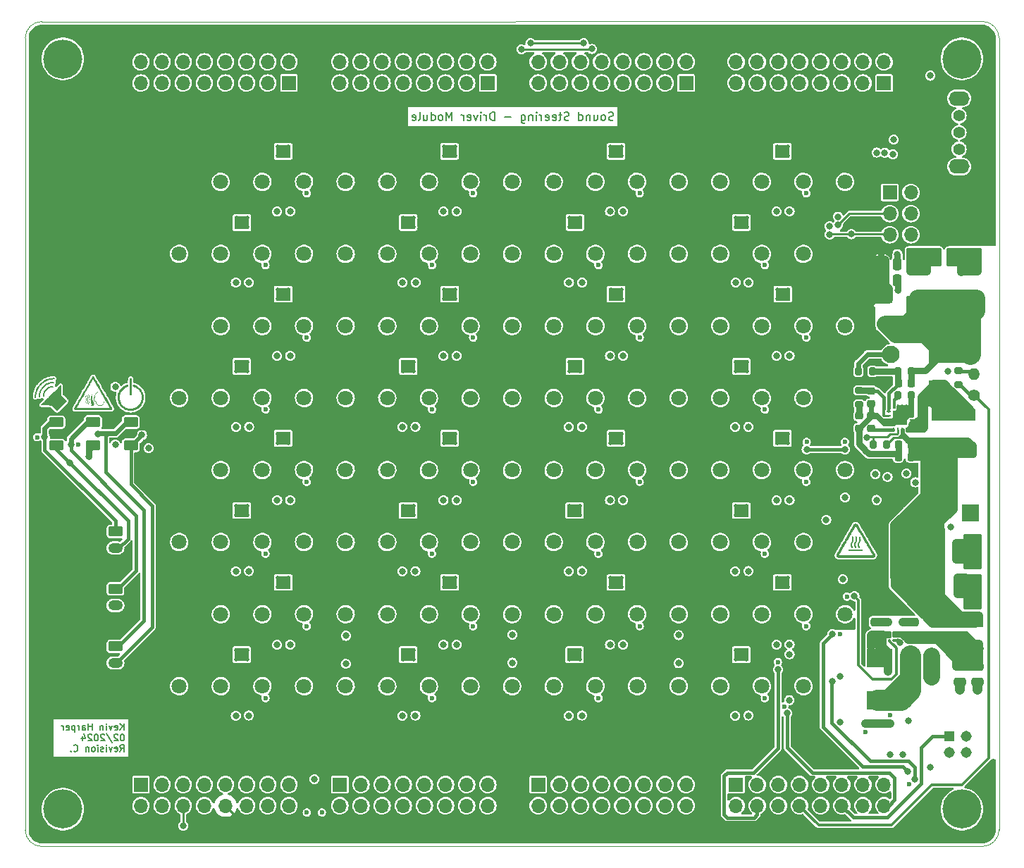
<source format=gbl>
G04 #@! TF.GenerationSoftware,KiCad,Pcbnew,(6.0.11)*
G04 #@! TF.CreationDate,2024-03-31T18:21:24-04:00*
G04 #@! TF.ProjectId,Ultrasonic Sound Steering - Driver Rev. C,556c7472-6173-46f6-9e69-6320536f756e,rev?*
G04 #@! TF.SameCoordinates,Original*
G04 #@! TF.FileFunction,Copper,L4,Bot*
G04 #@! TF.FilePolarity,Positive*
%FSLAX46Y46*%
G04 Gerber Fmt 4.6, Leading zero omitted, Abs format (unit mm)*
G04 Created by KiCad (PCBNEW (6.0.11)) date 2024-03-31 18:21:24*
%MOMM*%
%LPD*%
G01*
G04 APERTURE LIST*
G04 Aperture macros list*
%AMRoundRect*
0 Rectangle with rounded corners*
0 $1 Rounding radius*
0 $2 $3 $4 $5 $6 $7 $8 $9 X,Y pos of 4 corners*
0 Add a 4 corners polygon primitive as box body*
4,1,4,$2,$3,$4,$5,$6,$7,$8,$9,$2,$3,0*
0 Add four circle primitives for the rounded corners*
1,1,$1+$1,$2,$3*
1,1,$1+$1,$4,$5*
1,1,$1+$1,$6,$7*
1,1,$1+$1,$8,$9*
0 Add four rect primitives between the rounded corners*
20,1,$1+$1,$2,$3,$4,$5,0*
20,1,$1+$1,$4,$5,$6,$7,0*
20,1,$1+$1,$6,$7,$8,$9,0*
20,1,$1+$1,$8,$9,$2,$3,0*%
G04 Aperture macros list end*
G04 #@! TA.AperFunction,Profile*
%ADD10C,0.100000*%
G04 #@! TD*
%ADD11C,0.200000*%
G04 #@! TA.AperFunction,NonConductor*
%ADD12C,0.200000*%
G04 #@! TD*
%ADD13C,0.150000*%
G04 #@! TA.AperFunction,NonConductor*
%ADD14C,0.150000*%
G04 #@! TD*
G04 #@! TA.AperFunction,ComponentPad*
%ADD15C,0.500000*%
G04 #@! TD*
G04 #@! TA.AperFunction,SMDPad,CuDef*
%ADD16R,1.800000X1.600000*%
G04 #@! TD*
G04 #@! TA.AperFunction,ComponentPad*
%ADD17R,1.700000X1.700000*%
G04 #@! TD*
G04 #@! TA.AperFunction,ComponentPad*
%ADD18O,1.700000X1.700000*%
G04 #@! TD*
G04 #@! TA.AperFunction,ComponentPad*
%ADD19C,4.700000*%
G04 #@! TD*
G04 #@! TA.AperFunction,ComponentPad*
%ADD20RoundRect,0.250000X-0.625000X0.350000X-0.625000X-0.350000X0.625000X-0.350000X0.625000X0.350000X0*%
G04 #@! TD*
G04 #@! TA.AperFunction,ComponentPad*
%ADD21O,1.750000X1.200000*%
G04 #@! TD*
G04 #@! TA.AperFunction,ComponentPad*
%ADD22C,1.400000*%
G04 #@! TD*
G04 #@! TA.AperFunction,ComponentPad*
%ADD23O,2.500000X1.724000*%
G04 #@! TD*
G04 #@! TA.AperFunction,ComponentPad*
%ADD24C,1.800000*%
G04 #@! TD*
G04 #@! TA.AperFunction,SMDPad,CuDef*
%ADD25RoundRect,0.250000X0.625000X-0.375000X0.625000X0.375000X-0.625000X0.375000X-0.625000X-0.375000X0*%
G04 #@! TD*
G04 #@! TA.AperFunction,SMDPad,CuDef*
%ADD26RoundRect,0.271085X1.853915X-0.853915X1.853915X0.853915X-1.853915X0.853915X-1.853915X-0.853915X0*%
G04 #@! TD*
G04 #@! TA.AperFunction,SMDPad,CuDef*
%ADD27RoundRect,0.250000X0.250000X0.475000X-0.250000X0.475000X-0.250000X-0.475000X0.250000X-0.475000X0*%
G04 #@! TD*
G04 #@! TA.AperFunction,SMDPad,CuDef*
%ADD28RoundRect,0.200000X-0.200000X-0.275000X0.200000X-0.275000X0.200000X0.275000X-0.200000X0.275000X0*%
G04 #@! TD*
G04 #@! TA.AperFunction,SMDPad,CuDef*
%ADD29R,5.308600X1.397000*%
G04 #@! TD*
G04 #@! TA.AperFunction,ComponentPad*
%ADD30R,1.308000X1.308000*%
G04 #@! TD*
G04 #@! TA.AperFunction,ComponentPad*
%ADD31C,1.308000*%
G04 #@! TD*
G04 #@! TA.AperFunction,SMDPad,CuDef*
%ADD32RoundRect,0.225000X0.250000X-0.225000X0.250000X0.225000X-0.250000X0.225000X-0.250000X-0.225000X0*%
G04 #@! TD*
G04 #@! TA.AperFunction,ComponentPad*
%ADD33R,2.100000X2.100000*%
G04 #@! TD*
G04 #@! TA.AperFunction,ComponentPad*
%ADD34C,2.100000*%
G04 #@! TD*
G04 #@! TA.AperFunction,SMDPad,CuDef*
%ADD35RoundRect,0.271085X-0.853915X-1.853915X0.853915X-1.853915X0.853915X1.853915X-0.853915X1.853915X0*%
G04 #@! TD*
G04 #@! TA.AperFunction,SMDPad,CuDef*
%ADD36RoundRect,0.250000X0.475000X-0.250000X0.475000X0.250000X-0.475000X0.250000X-0.475000X-0.250000X0*%
G04 #@! TD*
G04 #@! TA.AperFunction,SMDPad,CuDef*
%ADD37RoundRect,0.200000X0.275000X-0.200000X0.275000X0.200000X-0.275000X0.200000X-0.275000X-0.200000X0*%
G04 #@! TD*
G04 #@! TA.AperFunction,SMDPad,CuDef*
%ADD38RoundRect,0.200000X0.200000X0.275000X-0.200000X0.275000X-0.200000X-0.275000X0.200000X-0.275000X0*%
G04 #@! TD*
G04 #@! TA.AperFunction,SMDPad,CuDef*
%ADD39R,3.048000X2.286000*%
G04 #@! TD*
G04 #@! TA.AperFunction,SMDPad,CuDef*
%ADD40C,0.250000*%
G04 #@! TD*
G04 #@! TA.AperFunction,SMDPad,CuDef*
%ADD41RoundRect,0.225000X-0.250000X0.225000X-0.250000X-0.225000X0.250000X-0.225000X0.250000X0.225000X0*%
G04 #@! TD*
G04 #@! TA.AperFunction,SMDPad,CuDef*
%ADD42R,1.803400X1.117600*%
G04 #@! TD*
G04 #@! TA.AperFunction,SMDPad,CuDef*
%ADD43R,0.240000X0.599999*%
G04 #@! TD*
G04 #@! TA.AperFunction,SMDPad,CuDef*
%ADD44R,0.599999X0.240000*%
G04 #@! TD*
G04 #@! TA.AperFunction,SMDPad,CuDef*
%ADD45R,1.679999X1.679999*%
G04 #@! TD*
G04 #@! TA.AperFunction,ComponentPad*
%ADD46C,0.499999*%
G04 #@! TD*
G04 #@! TA.AperFunction,SMDPad,CuDef*
%ADD47R,1.570000X2.260000*%
G04 #@! TD*
G04 #@! TA.AperFunction,SMDPad,CuDef*
%ADD48RoundRect,0.250000X-0.475000X0.250000X-0.475000X-0.250000X0.475000X-0.250000X0.475000X0.250000X0*%
G04 #@! TD*
G04 #@! TA.AperFunction,SMDPad,CuDef*
%ADD49RoundRect,0.225000X-0.225000X-0.250000X0.225000X-0.250000X0.225000X0.250000X-0.225000X0.250000X0*%
G04 #@! TD*
G04 #@! TA.AperFunction,ComponentPad*
%ADD50O,1.400000X1.400000*%
G04 #@! TD*
G04 #@! TA.AperFunction,ViaPad*
%ADD51C,0.800000*%
G04 #@! TD*
G04 #@! TA.AperFunction,ViaPad*
%ADD52C,0.600000*%
G04 #@! TD*
G04 #@! TA.AperFunction,Conductor*
%ADD53C,0.800000*%
G04 #@! TD*
G04 #@! TA.AperFunction,Conductor*
%ADD54C,1.000000*%
G04 #@! TD*
G04 #@! TA.AperFunction,Conductor*
%ADD55C,0.400000*%
G04 #@! TD*
G04 #@! TA.AperFunction,Conductor*
%ADD56C,0.250000*%
G04 #@! TD*
G04 #@! TA.AperFunction,Conductor*
%ADD57C,0.200000*%
G04 #@! TD*
G04 #@! TA.AperFunction,Conductor*
%ADD58C,0.350000*%
G04 #@! TD*
G04 #@! TA.AperFunction,Conductor*
%ADD59C,2.000000*%
G04 #@! TD*
G04 #@! TA.AperFunction,Conductor*
%ADD60C,0.600000*%
G04 #@! TD*
G04 #@! TA.AperFunction,Conductor*
%ADD61C,0.300000*%
G04 #@! TD*
G04 #@! TA.AperFunction,Conductor*
%ADD62C,0.500000*%
G04 #@! TD*
G04 #@! TA.AperFunction,Conductor*
%ADD63C,1.200000*%
G04 #@! TD*
G04 #@! TA.AperFunction,Conductor*
%ADD64C,2.540000*%
G04 #@! TD*
G04 #@! TA.AperFunction,Conductor*
%ADD65C,1.800000*%
G04 #@! TD*
G04 APERTURE END LIST*
D10*
X312719114Y-47450000D02*
X312714900Y-142595786D01*
X312719100Y-47450000D02*
G75*
G03*
X310719114Y-45450000I-2000000J0D01*
G01*
X195723314Y-142595786D02*
G75*
G03*
X197723328Y-144595786I1999986J-14D01*
G01*
X195723328Y-142595786D02*
X195723328Y-47454213D01*
X197723328Y-45454213D02*
X310719114Y-45450000D01*
X310714900Y-144595786D02*
X197723328Y-144595786D01*
X310714900Y-144595800D02*
G75*
G03*
X312714900Y-142595786I0J2000000D01*
G01*
X197723328Y-45454228D02*
G75*
G03*
X195723328Y-47454213I-28J-1999972D01*
G01*
D11*
D12*
X266375238Y-57284761D02*
X266232380Y-57332380D01*
X265994285Y-57332380D01*
X265899047Y-57284761D01*
X265851428Y-57237142D01*
X265803809Y-57141904D01*
X265803809Y-57046666D01*
X265851428Y-56951428D01*
X265899047Y-56903809D01*
X265994285Y-56856190D01*
X266184761Y-56808571D01*
X266280000Y-56760952D01*
X266327619Y-56713333D01*
X266375238Y-56618095D01*
X266375238Y-56522857D01*
X266327619Y-56427619D01*
X266280000Y-56380000D01*
X266184761Y-56332380D01*
X265946666Y-56332380D01*
X265803809Y-56380000D01*
X265232380Y-57332380D02*
X265327619Y-57284761D01*
X265375238Y-57237142D01*
X265422857Y-57141904D01*
X265422857Y-56856190D01*
X265375238Y-56760952D01*
X265327619Y-56713333D01*
X265232380Y-56665714D01*
X265089523Y-56665714D01*
X264994285Y-56713333D01*
X264946666Y-56760952D01*
X264899047Y-56856190D01*
X264899047Y-57141904D01*
X264946666Y-57237142D01*
X264994285Y-57284761D01*
X265089523Y-57332380D01*
X265232380Y-57332380D01*
X264041904Y-56665714D02*
X264041904Y-57332380D01*
X264470476Y-56665714D02*
X264470476Y-57189523D01*
X264422857Y-57284761D01*
X264327619Y-57332380D01*
X264184761Y-57332380D01*
X264089523Y-57284761D01*
X264041904Y-57237142D01*
X263565714Y-56665714D02*
X263565714Y-57332380D01*
X263565714Y-56760952D02*
X263518095Y-56713333D01*
X263422857Y-56665714D01*
X263280000Y-56665714D01*
X263184761Y-56713333D01*
X263137142Y-56808571D01*
X263137142Y-57332380D01*
X262232380Y-57332380D02*
X262232380Y-56332380D01*
X262232380Y-57284761D02*
X262327619Y-57332380D01*
X262518095Y-57332380D01*
X262613333Y-57284761D01*
X262660952Y-57237142D01*
X262708571Y-57141904D01*
X262708571Y-56856190D01*
X262660952Y-56760952D01*
X262613333Y-56713333D01*
X262518095Y-56665714D01*
X262327619Y-56665714D01*
X262232380Y-56713333D01*
X261041904Y-57284761D02*
X260899047Y-57332380D01*
X260660952Y-57332380D01*
X260565714Y-57284761D01*
X260518095Y-57237142D01*
X260470476Y-57141904D01*
X260470476Y-57046666D01*
X260518095Y-56951428D01*
X260565714Y-56903809D01*
X260660952Y-56856190D01*
X260851428Y-56808571D01*
X260946666Y-56760952D01*
X260994285Y-56713333D01*
X261041904Y-56618095D01*
X261041904Y-56522857D01*
X260994285Y-56427619D01*
X260946666Y-56380000D01*
X260851428Y-56332380D01*
X260613333Y-56332380D01*
X260470476Y-56380000D01*
X260184761Y-56665714D02*
X259803809Y-56665714D01*
X260041904Y-56332380D02*
X260041904Y-57189523D01*
X259994285Y-57284761D01*
X259899047Y-57332380D01*
X259803809Y-57332380D01*
X259089523Y-57284761D02*
X259184761Y-57332380D01*
X259375238Y-57332380D01*
X259470476Y-57284761D01*
X259518095Y-57189523D01*
X259518095Y-56808571D01*
X259470476Y-56713333D01*
X259375238Y-56665714D01*
X259184761Y-56665714D01*
X259089523Y-56713333D01*
X259041904Y-56808571D01*
X259041904Y-56903809D01*
X259518095Y-56999047D01*
X258232380Y-57284761D02*
X258327619Y-57332380D01*
X258518095Y-57332380D01*
X258613333Y-57284761D01*
X258660952Y-57189523D01*
X258660952Y-56808571D01*
X258613333Y-56713333D01*
X258518095Y-56665714D01*
X258327619Y-56665714D01*
X258232380Y-56713333D01*
X258184761Y-56808571D01*
X258184761Y-56903809D01*
X258660952Y-56999047D01*
X257756190Y-57332380D02*
X257756190Y-56665714D01*
X257756190Y-56856190D02*
X257708571Y-56760952D01*
X257660952Y-56713333D01*
X257565714Y-56665714D01*
X257470476Y-56665714D01*
X257137142Y-57332380D02*
X257137142Y-56665714D01*
X257137142Y-56332380D02*
X257184761Y-56380000D01*
X257137142Y-56427619D01*
X257089523Y-56380000D01*
X257137142Y-56332380D01*
X257137142Y-56427619D01*
X256660952Y-56665714D02*
X256660952Y-57332380D01*
X256660952Y-56760952D02*
X256613333Y-56713333D01*
X256518095Y-56665714D01*
X256375238Y-56665714D01*
X256280000Y-56713333D01*
X256232380Y-56808571D01*
X256232380Y-57332380D01*
X255327619Y-56665714D02*
X255327619Y-57475238D01*
X255375238Y-57570476D01*
X255422857Y-57618095D01*
X255518095Y-57665714D01*
X255660952Y-57665714D01*
X255756190Y-57618095D01*
X255327619Y-57284761D02*
X255422857Y-57332380D01*
X255613333Y-57332380D01*
X255708571Y-57284761D01*
X255756190Y-57237142D01*
X255803809Y-57141904D01*
X255803809Y-56856190D01*
X255756190Y-56760952D01*
X255708571Y-56713333D01*
X255613333Y-56665714D01*
X255422857Y-56665714D01*
X255327619Y-56713333D01*
X254089523Y-56951428D02*
X253327619Y-56951428D01*
X252089523Y-57332380D02*
X252089523Y-56332380D01*
X251851428Y-56332380D01*
X251708571Y-56380000D01*
X251613333Y-56475238D01*
X251565714Y-56570476D01*
X251518095Y-56760952D01*
X251518095Y-56903809D01*
X251565714Y-57094285D01*
X251613333Y-57189523D01*
X251708571Y-57284761D01*
X251851428Y-57332380D01*
X252089523Y-57332380D01*
X251089523Y-57332380D02*
X251089523Y-56665714D01*
X251089523Y-56856190D02*
X251041904Y-56760952D01*
X250994285Y-56713333D01*
X250899047Y-56665714D01*
X250803809Y-56665714D01*
X250470476Y-57332380D02*
X250470476Y-56665714D01*
X250470476Y-56332380D02*
X250518095Y-56380000D01*
X250470476Y-56427619D01*
X250422857Y-56380000D01*
X250470476Y-56332380D01*
X250470476Y-56427619D01*
X250089523Y-56665714D02*
X249851428Y-57332380D01*
X249613333Y-56665714D01*
X248851428Y-57284761D02*
X248946666Y-57332380D01*
X249137142Y-57332380D01*
X249232380Y-57284761D01*
X249280000Y-57189523D01*
X249280000Y-56808571D01*
X249232380Y-56713333D01*
X249137142Y-56665714D01*
X248946666Y-56665714D01*
X248851428Y-56713333D01*
X248803809Y-56808571D01*
X248803809Y-56903809D01*
X249280000Y-56999047D01*
X248375238Y-57332380D02*
X248375238Y-56665714D01*
X248375238Y-56856190D02*
X248327619Y-56760952D01*
X248280000Y-56713333D01*
X248184761Y-56665714D01*
X248089523Y-56665714D01*
X246994285Y-57332380D02*
X246994285Y-56332380D01*
X246660952Y-57046666D01*
X246327619Y-56332380D01*
X246327619Y-57332380D01*
X245708571Y-57332380D02*
X245803809Y-57284761D01*
X245851428Y-57237142D01*
X245899047Y-57141904D01*
X245899047Y-56856190D01*
X245851428Y-56760952D01*
X245803809Y-56713333D01*
X245708571Y-56665714D01*
X245565714Y-56665714D01*
X245470476Y-56713333D01*
X245422857Y-56760952D01*
X245375238Y-56856190D01*
X245375238Y-57141904D01*
X245422857Y-57237142D01*
X245470476Y-57284761D01*
X245565714Y-57332380D01*
X245708571Y-57332380D01*
X244518095Y-57332380D02*
X244518095Y-56332380D01*
X244518095Y-57284761D02*
X244613333Y-57332380D01*
X244803809Y-57332380D01*
X244899047Y-57284761D01*
X244946666Y-57237142D01*
X244994285Y-57141904D01*
X244994285Y-56856190D01*
X244946666Y-56760952D01*
X244899047Y-56713333D01*
X244803809Y-56665714D01*
X244613333Y-56665714D01*
X244518095Y-56713333D01*
X243613333Y-56665714D02*
X243613333Y-57332380D01*
X244041904Y-56665714D02*
X244041904Y-57189523D01*
X243994285Y-57284761D01*
X243899047Y-57332380D01*
X243756190Y-57332380D01*
X243660952Y-57284761D01*
X243613333Y-57237142D01*
X242994285Y-57332380D02*
X243089523Y-57284761D01*
X243137142Y-57189523D01*
X243137142Y-56332380D01*
X242232380Y-57284761D02*
X242327619Y-57332380D01*
X242518095Y-57332380D01*
X242613333Y-57284761D01*
X242660952Y-57189523D01*
X242660952Y-56808571D01*
X242613333Y-56713333D01*
X242518095Y-56665714D01*
X242327619Y-56665714D01*
X242232380Y-56713333D01*
X242184761Y-56808571D01*
X242184761Y-56903809D01*
X242660952Y-56999047D01*
D13*
D14*
X207572023Y-130593904D02*
X207572023Y-129793904D01*
X207114880Y-130593904D02*
X207457738Y-130136761D01*
X207114880Y-129793904D02*
X207572023Y-130251047D01*
X206467261Y-130555809D02*
X206543452Y-130593904D01*
X206695833Y-130593904D01*
X206772023Y-130555809D01*
X206810119Y-130479619D01*
X206810119Y-130174857D01*
X206772023Y-130098666D01*
X206695833Y-130060571D01*
X206543452Y-130060571D01*
X206467261Y-130098666D01*
X206429166Y-130174857D01*
X206429166Y-130251047D01*
X206810119Y-130327238D01*
X206162500Y-130060571D02*
X205972023Y-130593904D01*
X205781547Y-130060571D01*
X205476785Y-130593904D02*
X205476785Y-130060571D01*
X205476785Y-129793904D02*
X205514880Y-129832000D01*
X205476785Y-129870095D01*
X205438690Y-129832000D01*
X205476785Y-129793904D01*
X205476785Y-129870095D01*
X205095833Y-130060571D02*
X205095833Y-130593904D01*
X205095833Y-130136761D02*
X205057738Y-130098666D01*
X204981547Y-130060571D01*
X204867261Y-130060571D01*
X204791071Y-130098666D01*
X204752976Y-130174857D01*
X204752976Y-130593904D01*
X203762500Y-130593904D02*
X203762500Y-129793904D01*
X203762500Y-130174857D02*
X203305357Y-130174857D01*
X203305357Y-130593904D02*
X203305357Y-129793904D01*
X202581547Y-130593904D02*
X202581547Y-130174857D01*
X202619642Y-130098666D01*
X202695833Y-130060571D01*
X202848214Y-130060571D01*
X202924404Y-130098666D01*
X202581547Y-130555809D02*
X202657738Y-130593904D01*
X202848214Y-130593904D01*
X202924404Y-130555809D01*
X202962500Y-130479619D01*
X202962500Y-130403428D01*
X202924404Y-130327238D01*
X202848214Y-130289142D01*
X202657738Y-130289142D01*
X202581547Y-130251047D01*
X202200595Y-130593904D02*
X202200595Y-130060571D01*
X202200595Y-130212952D02*
X202162500Y-130136761D01*
X202124404Y-130098666D01*
X202048214Y-130060571D01*
X201972023Y-130060571D01*
X201705357Y-130060571D02*
X201705357Y-130860571D01*
X201705357Y-130098666D02*
X201629166Y-130060571D01*
X201476785Y-130060571D01*
X201400595Y-130098666D01*
X201362500Y-130136761D01*
X201324404Y-130212952D01*
X201324404Y-130441523D01*
X201362500Y-130517714D01*
X201400595Y-130555809D01*
X201476785Y-130593904D01*
X201629166Y-130593904D01*
X201705357Y-130555809D01*
X200676785Y-130555809D02*
X200752976Y-130593904D01*
X200905357Y-130593904D01*
X200981547Y-130555809D01*
X201019642Y-130479619D01*
X201019642Y-130174857D01*
X200981547Y-130098666D01*
X200905357Y-130060571D01*
X200752976Y-130060571D01*
X200676785Y-130098666D01*
X200638690Y-130174857D01*
X200638690Y-130251047D01*
X201019642Y-130327238D01*
X200295833Y-130593904D02*
X200295833Y-130060571D01*
X200295833Y-130212952D02*
X200257738Y-130136761D01*
X200219642Y-130098666D01*
X200143452Y-130060571D01*
X200067261Y-130060571D01*
X207419642Y-131081904D02*
X207343452Y-131081904D01*
X207267261Y-131120000D01*
X207229166Y-131158095D01*
X207191071Y-131234285D01*
X207152976Y-131386666D01*
X207152976Y-131577142D01*
X207191071Y-131729523D01*
X207229166Y-131805714D01*
X207267261Y-131843809D01*
X207343452Y-131881904D01*
X207419642Y-131881904D01*
X207495833Y-131843809D01*
X207533928Y-131805714D01*
X207572023Y-131729523D01*
X207610119Y-131577142D01*
X207610119Y-131386666D01*
X207572023Y-131234285D01*
X207533928Y-131158095D01*
X207495833Y-131120000D01*
X207419642Y-131081904D01*
X206848214Y-131158095D02*
X206810119Y-131120000D01*
X206733928Y-131081904D01*
X206543452Y-131081904D01*
X206467261Y-131120000D01*
X206429166Y-131158095D01*
X206391071Y-131234285D01*
X206391071Y-131310476D01*
X206429166Y-131424761D01*
X206886309Y-131881904D01*
X206391071Y-131881904D01*
X205476785Y-131043809D02*
X206162500Y-132072380D01*
X205248214Y-131158095D02*
X205210119Y-131120000D01*
X205133928Y-131081904D01*
X204943452Y-131081904D01*
X204867261Y-131120000D01*
X204829166Y-131158095D01*
X204791071Y-131234285D01*
X204791071Y-131310476D01*
X204829166Y-131424761D01*
X205286309Y-131881904D01*
X204791071Y-131881904D01*
X204295833Y-131081904D02*
X204219642Y-131081904D01*
X204143452Y-131120000D01*
X204105357Y-131158095D01*
X204067261Y-131234285D01*
X204029166Y-131386666D01*
X204029166Y-131577142D01*
X204067261Y-131729523D01*
X204105357Y-131805714D01*
X204143452Y-131843809D01*
X204219642Y-131881904D01*
X204295833Y-131881904D01*
X204372023Y-131843809D01*
X204410119Y-131805714D01*
X204448214Y-131729523D01*
X204486309Y-131577142D01*
X204486309Y-131386666D01*
X204448214Y-131234285D01*
X204410119Y-131158095D01*
X204372023Y-131120000D01*
X204295833Y-131081904D01*
X203724404Y-131158095D02*
X203686309Y-131120000D01*
X203610119Y-131081904D01*
X203419642Y-131081904D01*
X203343452Y-131120000D01*
X203305357Y-131158095D01*
X203267261Y-131234285D01*
X203267261Y-131310476D01*
X203305357Y-131424761D01*
X203762500Y-131881904D01*
X203267261Y-131881904D01*
X202581547Y-131348571D02*
X202581547Y-131881904D01*
X202772023Y-131043809D02*
X202962500Y-131615238D01*
X202467261Y-131615238D01*
X207114880Y-133169904D02*
X207381547Y-132788952D01*
X207572023Y-133169904D02*
X207572023Y-132369904D01*
X207267261Y-132369904D01*
X207191071Y-132408000D01*
X207152976Y-132446095D01*
X207114880Y-132522285D01*
X207114880Y-132636571D01*
X207152976Y-132712761D01*
X207191071Y-132750857D01*
X207267261Y-132788952D01*
X207572023Y-132788952D01*
X206467261Y-133131809D02*
X206543452Y-133169904D01*
X206695833Y-133169904D01*
X206772023Y-133131809D01*
X206810119Y-133055619D01*
X206810119Y-132750857D01*
X206772023Y-132674666D01*
X206695833Y-132636571D01*
X206543452Y-132636571D01*
X206467261Y-132674666D01*
X206429166Y-132750857D01*
X206429166Y-132827047D01*
X206810119Y-132903238D01*
X206162500Y-132636571D02*
X205972023Y-133169904D01*
X205781547Y-132636571D01*
X205476785Y-133169904D02*
X205476785Y-132636571D01*
X205476785Y-132369904D02*
X205514880Y-132408000D01*
X205476785Y-132446095D01*
X205438690Y-132408000D01*
X205476785Y-132369904D01*
X205476785Y-132446095D01*
X205133928Y-133131809D02*
X205057738Y-133169904D01*
X204905357Y-133169904D01*
X204829166Y-133131809D01*
X204791071Y-133055619D01*
X204791071Y-133017523D01*
X204829166Y-132941333D01*
X204905357Y-132903238D01*
X205019642Y-132903238D01*
X205095833Y-132865142D01*
X205133928Y-132788952D01*
X205133928Y-132750857D01*
X205095833Y-132674666D01*
X205019642Y-132636571D01*
X204905357Y-132636571D01*
X204829166Y-132674666D01*
X204448214Y-133169904D02*
X204448214Y-132636571D01*
X204448214Y-132369904D02*
X204486309Y-132408000D01*
X204448214Y-132446095D01*
X204410119Y-132408000D01*
X204448214Y-132369904D01*
X204448214Y-132446095D01*
X203952976Y-133169904D02*
X204029166Y-133131809D01*
X204067261Y-133093714D01*
X204105357Y-133017523D01*
X204105357Y-132788952D01*
X204067261Y-132712761D01*
X204029166Y-132674666D01*
X203952976Y-132636571D01*
X203838690Y-132636571D01*
X203762500Y-132674666D01*
X203724404Y-132712761D01*
X203686309Y-132788952D01*
X203686309Y-133017523D01*
X203724404Y-133093714D01*
X203762500Y-133131809D01*
X203838690Y-133169904D01*
X203952976Y-133169904D01*
X203343452Y-132636571D02*
X203343452Y-133169904D01*
X203343452Y-132712761D02*
X203305357Y-132674666D01*
X203229166Y-132636571D01*
X203114880Y-132636571D01*
X203038690Y-132674666D01*
X203000595Y-132750857D01*
X203000595Y-133169904D01*
X201552976Y-133093714D02*
X201591071Y-133131809D01*
X201705357Y-133169904D01*
X201781547Y-133169904D01*
X201895833Y-133131809D01*
X201972023Y-133055619D01*
X202010119Y-132979428D01*
X202048214Y-132827047D01*
X202048214Y-132712761D01*
X202010119Y-132560380D01*
X201972023Y-132484190D01*
X201895833Y-132408000D01*
X201781547Y-132369904D01*
X201705357Y-132369904D01*
X201591071Y-132408000D01*
X201552976Y-132446095D01*
X201210119Y-133093714D02*
X201172023Y-133131809D01*
X201210119Y-133169904D01*
X201248214Y-133131809D01*
X201210119Y-133093714D01*
X201210119Y-133169904D01*
G36*
X199039765Y-89266728D02*
G01*
X199065036Y-89276604D01*
X199076640Y-89286038D01*
X199095671Y-89313850D01*
X199101791Y-89345919D01*
X199094755Y-89378673D01*
X199074308Y-89408542D01*
X199063137Y-89418479D01*
X199050200Y-89425697D01*
X199032604Y-89430381D01*
X199006694Y-89433480D01*
X198968814Y-89435944D01*
X198885545Y-89443714D01*
X198762016Y-89467710D01*
X198644205Y-89505907D01*
X198532959Y-89557818D01*
X198429129Y-89622956D01*
X198333560Y-89700836D01*
X198247102Y-89790976D01*
X198170604Y-89892886D01*
X198132166Y-89955494D01*
X198083218Y-90054924D01*
X198046498Y-90159353D01*
X198021231Y-90271145D01*
X198006642Y-90392661D01*
X198003500Y-90430077D01*
X197999816Y-90459023D01*
X197995079Y-90478674D01*
X197988467Y-90492331D01*
X197979162Y-90503296D01*
X197961370Y-90517751D01*
X197929313Y-90531028D01*
X197896868Y-90529519D01*
X197894185Y-90528633D01*
X197874091Y-90517794D01*
X197854121Y-90501800D01*
X197845592Y-90492648D01*
X197838351Y-90480663D01*
X197834460Y-90464765D01*
X197833080Y-90441057D01*
X197833369Y-90405643D01*
X197834750Y-90369619D01*
X197848899Y-90247269D01*
X197877101Y-90124107D01*
X197918556Y-90002609D01*
X197972458Y-89885253D01*
X198038007Y-89774515D01*
X198045111Y-89764246D01*
X198076627Y-89723792D01*
X198116665Y-89677923D01*
X198162241Y-89629625D01*
X198210374Y-89581885D01*
X198258081Y-89537687D01*
X198302379Y-89500020D01*
X198340285Y-89471868D01*
X198350952Y-89464829D01*
X198422176Y-89420710D01*
X198489810Y-89384755D01*
X198559925Y-89353984D01*
X198638587Y-89325420D01*
X198701715Y-89306088D01*
X198769374Y-89289033D01*
X198835407Y-89275844D01*
X198897637Y-89266770D01*
X198953890Y-89262060D01*
X199001992Y-89261963D01*
X199039765Y-89266728D01*
G37*
G36*
X199106041Y-88765551D02*
G01*
X199128879Y-88768057D01*
X199139599Y-88770935D01*
X199166835Y-88787744D01*
X199185203Y-88813977D01*
X199192788Y-88845982D01*
X199187672Y-88880106D01*
X199183046Y-88891976D01*
X199174701Y-88906939D01*
X199163120Y-88918241D01*
X199146239Y-88926511D01*
X199121991Y-88932375D01*
X199088313Y-88936457D01*
X199043138Y-88939388D01*
X198984404Y-88941791D01*
X198977380Y-88942261D01*
X198954271Y-88944658D01*
X198922806Y-88948537D01*
X198887694Y-88953336D01*
X198785509Y-88971027D01*
X198632827Y-89009756D01*
X198487469Y-89062254D01*
X198349185Y-89128645D01*
X198217724Y-89209057D01*
X198092833Y-89303616D01*
X197974266Y-89412446D01*
X197878148Y-89517158D01*
X197783309Y-89641217D01*
X197702514Y-89772045D01*
X197635627Y-89909895D01*
X197582510Y-90055019D01*
X197543025Y-90207670D01*
X197535878Y-90242644D01*
X197527339Y-90288546D01*
X197520998Y-90330359D01*
X197516242Y-90373009D01*
X197512458Y-90421426D01*
X197509031Y-90480540D01*
X197508910Y-90482838D01*
X197506387Y-90522827D01*
X197503300Y-90550690D01*
X197498893Y-90569770D01*
X197492406Y-90583403D01*
X197483083Y-90594929D01*
X197481015Y-90597040D01*
X197451320Y-90616370D01*
X197417471Y-90621840D01*
X197383294Y-90612766D01*
X197377636Y-90609763D01*
X197360505Y-90597388D01*
X197347978Y-90581010D01*
X197339741Y-90558730D01*
X197335478Y-90528651D01*
X197334874Y-90488877D01*
X197337613Y-90437509D01*
X197343380Y-90372649D01*
X197346718Y-90339999D01*
X197353142Y-90284326D01*
X197360015Y-90236683D01*
X197368210Y-90192035D01*
X197378598Y-90145346D01*
X197392052Y-90091581D01*
X197395697Y-90077738D01*
X197445790Y-89920108D01*
X197509603Y-89769339D01*
X197586522Y-89626130D01*
X197675933Y-89491183D01*
X197777221Y-89365201D01*
X197889773Y-89248885D01*
X198012974Y-89142935D01*
X198146209Y-89048054D01*
X198288866Y-88964943D01*
X198440330Y-88894303D01*
X198487871Y-88875566D01*
X198635370Y-88827637D01*
X198786316Y-88793270D01*
X198937260Y-88773303D01*
X198972486Y-88770492D01*
X199029469Y-88766724D01*
X199073446Y-88765092D01*
X199106041Y-88765551D01*
G37*
G36*
X199178342Y-88286996D02*
G01*
X199200282Y-88291686D01*
X199230482Y-88308511D01*
X199249096Y-88335593D01*
X199255450Y-88372189D01*
X199254369Y-88392819D01*
X199247901Y-88413589D01*
X199233114Y-88432092D01*
X199225566Y-88439566D01*
X199218312Y-88445341D01*
X199209256Y-88449593D01*
X199196095Y-88452703D01*
X199176532Y-88455051D01*
X199148263Y-88457019D01*
X199108989Y-88458986D01*
X199056408Y-88461334D01*
X199017201Y-88464040D01*
X198962663Y-88469607D01*
X198901584Y-88477237D01*
X198838599Y-88486303D01*
X198778337Y-88496176D01*
X198725431Y-88506228D01*
X198620097Y-88531099D01*
X198449510Y-88584155D01*
X198283334Y-88651903D01*
X198122379Y-88733955D01*
X197967452Y-88829926D01*
X197819362Y-88939429D01*
X197785707Y-88968271D01*
X197744112Y-89006843D01*
X197697627Y-89052133D01*
X197648604Y-89101682D01*
X197599396Y-89153034D01*
X197552359Y-89203732D01*
X197509846Y-89251316D01*
X197474211Y-89293331D01*
X197447807Y-89327319D01*
X197403836Y-89390549D01*
X197310089Y-89542628D01*
X197229100Y-89700021D01*
X197161314Y-89861444D01*
X197107183Y-90025616D01*
X197067151Y-90191252D01*
X197041666Y-90357070D01*
X197031177Y-90521786D01*
X197030823Y-90536808D01*
X197029328Y-90571659D01*
X197027186Y-90601215D01*
X197024735Y-90620311D01*
X197022871Y-90627687D01*
X197006697Y-90657269D01*
X196980847Y-90677562D01*
X196948924Y-90686544D01*
X196914533Y-90682190D01*
X196905772Y-90679109D01*
X196885751Y-90669571D01*
X196873295Y-90656284D01*
X196862553Y-90633798D01*
X196862029Y-90632429D01*
X196857738Y-90609406D01*
X196856042Y-90573482D01*
X196856734Y-90526919D01*
X196859614Y-90471979D01*
X196864476Y-90410926D01*
X196871113Y-90346023D01*
X196879326Y-90279533D01*
X196888906Y-90213719D01*
X196899652Y-90150842D01*
X196911358Y-90093168D01*
X196920388Y-90054289D01*
X196971516Y-89875002D01*
X197036434Y-89702042D01*
X197114479Y-89536022D01*
X197204986Y-89377562D01*
X197307288Y-89227278D01*
X197420723Y-89085787D01*
X197544625Y-88953705D01*
X197678329Y-88831650D01*
X197821171Y-88720239D01*
X197972486Y-88620089D01*
X198131609Y-88531815D01*
X198297876Y-88456036D01*
X198470622Y-88393369D01*
X198649182Y-88344430D01*
X198832891Y-88309835D01*
X198863697Y-88305717D01*
X198912993Y-88300241D01*
X198966248Y-88295341D01*
X199020220Y-88291232D01*
X199071661Y-88288129D01*
X199117326Y-88286245D01*
X199153967Y-88285796D01*
X199178342Y-88286996D01*
G37*
G36*
X200006758Y-89155515D02*
G01*
X200022068Y-89166717D01*
X200032341Y-89187820D01*
X200038529Y-89220681D01*
X200041584Y-89267158D01*
X200042405Y-89292699D01*
X200043369Y-89326131D01*
X200043991Y-89352216D01*
X200044163Y-89366816D01*
X200044238Y-89373626D01*
X200044658Y-89395222D01*
X200045408Y-89429547D01*
X200046450Y-89474938D01*
X200047744Y-89529732D01*
X200049252Y-89592266D01*
X200050935Y-89660878D01*
X200052753Y-89733905D01*
X200053861Y-89778316D01*
X200055707Y-89853305D01*
X200057443Y-89925083D01*
X200059020Y-89991580D01*
X200060391Y-90050730D01*
X200061508Y-90100463D01*
X200062322Y-90138711D01*
X200062784Y-90163407D01*
X200062977Y-90174933D01*
X200063937Y-90223213D01*
X200065149Y-90274528D01*
X200066397Y-90319548D01*
X200068766Y-90396499D01*
X200405121Y-90732854D01*
X200471978Y-90799733D01*
X200528728Y-90856580D01*
X200576207Y-90904293D01*
X200615256Y-90943767D01*
X200646710Y-90975898D01*
X200671409Y-91001584D01*
X200690189Y-91021719D01*
X200703888Y-91037199D01*
X200713346Y-91048921D01*
X200719399Y-91057780D01*
X200722885Y-91064673D01*
X200724643Y-91070494D01*
X200725509Y-91076142D01*
X200728615Y-91102149D01*
X199570050Y-92260714D01*
X199544044Y-92257607D01*
X199543344Y-92257522D01*
X199537718Y-92256590D01*
X199531804Y-92254661D01*
X199524705Y-92250899D01*
X199515525Y-92244464D01*
X199503367Y-92234519D01*
X199487334Y-92220227D01*
X199466529Y-92200750D01*
X199440056Y-92175250D01*
X199407017Y-92142890D01*
X199366516Y-92102831D01*
X199317656Y-92054237D01*
X199259541Y-91996269D01*
X199191272Y-91928089D01*
X198864506Y-91601679D01*
X198789448Y-91599392D01*
X198752221Y-91598366D01*
X198704914Y-91597225D01*
X198654078Y-91596121D01*
X198605808Y-91595195D01*
X198589741Y-91594894D01*
X198550702Y-91594094D01*
X198499576Y-91592989D01*
X198438608Y-91591627D01*
X198370046Y-91590062D01*
X198296132Y-91588343D01*
X198219114Y-91586521D01*
X198141238Y-91584648D01*
X198080241Y-91583174D01*
X198010986Y-91581513D01*
X197947858Y-91580014D01*
X197892439Y-91578715D01*
X197846311Y-91577651D01*
X197811057Y-91576858D01*
X197788259Y-91576375D01*
X197779500Y-91576237D01*
X197778609Y-91576248D01*
X197765948Y-91575947D01*
X197742765Y-91575161D01*
X197713309Y-91574032D01*
X197710224Y-91573897D01*
X197668474Y-91568904D01*
X197640193Y-91558052D01*
X197624136Y-91540572D01*
X197619061Y-91515693D01*
X197619061Y-91515567D01*
X197619183Y-91512928D01*
X197619836Y-91509957D01*
X197621456Y-91506212D01*
X197624483Y-91501242D01*
X197629355Y-91494603D01*
X197636510Y-91485848D01*
X197646386Y-91474531D01*
X197659422Y-91460204D01*
X197676056Y-91442420D01*
X197696727Y-91420734D01*
X197721873Y-91394698D01*
X197751932Y-91363867D01*
X197787341Y-91327793D01*
X197828542Y-91286030D01*
X197875970Y-91238130D01*
X197930065Y-91183650D01*
X197991264Y-91122139D01*
X198060007Y-91053154D01*
X198136731Y-90976245D01*
X198221876Y-90890969D01*
X198315878Y-90796876D01*
X198419177Y-90693521D01*
X198532211Y-90580458D01*
X198655418Y-90457239D01*
X198789237Y-90323418D01*
X198817395Y-90295261D01*
X198949010Y-90163648D01*
X199070116Y-90042555D01*
X199181157Y-89931545D01*
X199282581Y-89830179D01*
X199374835Y-89738018D01*
X199458368Y-89654624D01*
X199533623Y-89579558D01*
X199601051Y-89512382D01*
X199661097Y-89452655D01*
X199714210Y-89399942D01*
X199760833Y-89353802D01*
X199801418Y-89313796D01*
X199836408Y-89279487D01*
X199866253Y-89250436D01*
X199891399Y-89226203D01*
X199912293Y-89206350D01*
X199929382Y-89190439D01*
X199943113Y-89178031D01*
X199953934Y-89168688D01*
X199962291Y-89161971D01*
X199968631Y-89157440D01*
X199973402Y-89154658D01*
X199977050Y-89153186D01*
X199980022Y-89152585D01*
X199982767Y-89152416D01*
X199985458Y-89152355D01*
X200006758Y-89155515D01*
G37*
G36*
X208408896Y-88295515D02*
G01*
X208439174Y-88305079D01*
X208472672Y-88326110D01*
X208498791Y-88354971D01*
X208514802Y-88389246D01*
X208515503Y-88395031D01*
X208516439Y-88413865D01*
X208517303Y-88444319D01*
X208518095Y-88485475D01*
X208518814Y-88536414D01*
X208519462Y-88596218D01*
X208520037Y-88663967D01*
X208520540Y-88738744D01*
X208520971Y-88819629D01*
X208521330Y-88905704D01*
X208521618Y-88996050D01*
X208521834Y-89089748D01*
X208521978Y-89185880D01*
X208522051Y-89283527D01*
X208522052Y-89381770D01*
X208521982Y-89479690D01*
X208521841Y-89576370D01*
X208521628Y-89670890D01*
X208521345Y-89762331D01*
X208520991Y-89849775D01*
X208520565Y-89932303D01*
X208520069Y-90008997D01*
X208519502Y-90078937D01*
X208518865Y-90141206D01*
X208518157Y-90194883D01*
X208517379Y-90239052D01*
X208516530Y-90272792D01*
X208515611Y-90295186D01*
X208514621Y-90305314D01*
X208505582Y-90326264D01*
X208485556Y-90353564D01*
X208459948Y-90376835D01*
X208432795Y-90391809D01*
X208427469Y-90393610D01*
X208407766Y-90399067D01*
X208393242Y-90401389D01*
X208368517Y-90398466D01*
X208335092Y-90385249D01*
X208304480Y-90363736D01*
X208280129Y-90336497D01*
X208265488Y-90306106D01*
X208264777Y-90300554D01*
X208263783Y-90281871D01*
X208262863Y-90251542D01*
X208262020Y-90210485D01*
X208261252Y-90159621D01*
X208260559Y-90099869D01*
X208259942Y-90032149D01*
X208259401Y-89957381D01*
X208258935Y-89876484D01*
X208258545Y-89790378D01*
X208258230Y-89699982D01*
X208257991Y-89606217D01*
X208257827Y-89510002D01*
X208257739Y-89412256D01*
X208257727Y-89313900D01*
X208257790Y-89215852D01*
X208257929Y-89119033D01*
X208258143Y-89024363D01*
X208258433Y-88932760D01*
X208258799Y-88845145D01*
X208259240Y-88762438D01*
X208259756Y-88685557D01*
X208260348Y-88615423D01*
X208261016Y-88552955D01*
X208261759Y-88499074D01*
X208262578Y-88454698D01*
X208263473Y-88420747D01*
X208264443Y-88398141D01*
X208265488Y-88387800D01*
X208267184Y-88382345D01*
X208283876Y-88351521D01*
X208309495Y-88325430D01*
X208340940Y-88306068D01*
X208375107Y-88295431D01*
X208408896Y-88295515D01*
G37*
G36*
X208798630Y-89089985D02*
G01*
X208841622Y-89101077D01*
X208916245Y-89126062D01*
X208995835Y-89158842D01*
X209078024Y-89198181D01*
X209160442Y-89242840D01*
X209240720Y-89291582D01*
X209316488Y-89343171D01*
X209385378Y-89396369D01*
X209385646Y-89396591D01*
X209494070Y-89494637D01*
X209591482Y-89599867D01*
X209677912Y-89712337D01*
X209753392Y-89832102D01*
X209817954Y-89959218D01*
X209871629Y-90093742D01*
X209914450Y-90235728D01*
X209946448Y-90385235D01*
X209948197Y-90395859D01*
X209955095Y-90451069D01*
X209960195Y-90514866D01*
X209963422Y-90583656D01*
X209964699Y-90653841D01*
X209963949Y-90721825D01*
X209961095Y-90784012D01*
X209956062Y-90836805D01*
X209946792Y-90899009D01*
X209916058Y-91044220D01*
X209873372Y-91183978D01*
X209818852Y-91318045D01*
X209752614Y-91446186D01*
X209674775Y-91568163D01*
X209585451Y-91683741D01*
X209484758Y-91792683D01*
X209428098Y-91846239D01*
X209317941Y-91936618D01*
X209200785Y-92015924D01*
X209076968Y-92083999D01*
X208946824Y-92140689D01*
X208810689Y-92185836D01*
X208668899Y-92219284D01*
X208521791Y-92240878D01*
X208484228Y-92243446D01*
X208436270Y-92244569D01*
X208382343Y-92244264D01*
X208326050Y-92242638D01*
X208270992Y-92239794D01*
X208220772Y-92235838D01*
X208178993Y-92230876D01*
X208078796Y-92212810D01*
X207938659Y-92176655D01*
X207803844Y-92128825D01*
X207674930Y-92069661D01*
X207552491Y-91999504D01*
X207437103Y-91918694D01*
X207329344Y-91827571D01*
X207229787Y-91726478D01*
X207139011Y-91615753D01*
X207074006Y-91522365D01*
X206999793Y-91395699D01*
X206937614Y-91263674D01*
X206887523Y-91126425D01*
X206849577Y-90984090D01*
X206823829Y-90836805D01*
X206822532Y-90826191D01*
X206817985Y-90771026D01*
X206815600Y-90707257D01*
X206815302Y-90638480D01*
X206817013Y-90568294D01*
X206820658Y-90500293D01*
X206826160Y-90438075D01*
X206833443Y-90385235D01*
X206839216Y-90353496D01*
X206873563Y-90205537D01*
X206918853Y-90064826D01*
X206975015Y-89931476D01*
X207041977Y-89805598D01*
X207119666Y-89687307D01*
X207208010Y-89576713D01*
X207306936Y-89473930D01*
X207416372Y-89379069D01*
X207536247Y-89292244D01*
X207588380Y-89259635D01*
X207654391Y-89222526D01*
X207723881Y-89187273D01*
X207794082Y-89155134D01*
X207862225Y-89127367D01*
X207925541Y-89105232D01*
X207981261Y-89089985D01*
X208021994Y-89086579D01*
X208060417Y-89094739D01*
X208093553Y-89113676D01*
X208119577Y-89142335D01*
X208136664Y-89179665D01*
X208140181Y-89192354D01*
X208143539Y-89211105D01*
X208142367Y-89228157D01*
X208136664Y-89250550D01*
X208136082Y-89252521D01*
X208126736Y-89276900D01*
X208113679Y-89296906D01*
X208095062Y-89313900D01*
X208069034Y-89329242D01*
X208033747Y-89344293D01*
X207987351Y-89360415D01*
X207971207Y-89365862D01*
X207914433Y-89387473D01*
X207853653Y-89413787D01*
X207792208Y-89443156D01*
X207733439Y-89473932D01*
X207680689Y-89504466D01*
X207637298Y-89533109D01*
X207591254Y-89567830D01*
X207490306Y-89655499D01*
X207398967Y-89751758D01*
X207317685Y-89855857D01*
X207246910Y-89967044D01*
X207187094Y-90084567D01*
X207138684Y-90207675D01*
X207102132Y-90335616D01*
X207077887Y-90467638D01*
X207076962Y-90475152D01*
X207073811Y-90513290D01*
X207071750Y-90560085D01*
X207070780Y-90611929D01*
X207070902Y-90665212D01*
X207072117Y-90716326D01*
X207074425Y-90761661D01*
X207077827Y-90797608D01*
X207098145Y-90918253D01*
X207131229Y-91048234D01*
X207175105Y-91170886D01*
X207229956Y-91286587D01*
X207295964Y-91395716D01*
X207373309Y-91498649D01*
X207462175Y-91595764D01*
X207514167Y-91645178D01*
X207616941Y-91729892D01*
X207724767Y-91802448D01*
X207837576Y-91862815D01*
X207955295Y-91910960D01*
X208077854Y-91946854D01*
X208205182Y-91970464D01*
X208337207Y-91981760D01*
X208380557Y-91982766D01*
X208513227Y-91977540D01*
X208642057Y-91959742D01*
X208766750Y-91929489D01*
X208887011Y-91886898D01*
X209002543Y-91832086D01*
X209113051Y-91765169D01*
X209218238Y-91686263D01*
X209317810Y-91595486D01*
X209325995Y-91587234D01*
X209415313Y-91487466D01*
X209492953Y-91381623D01*
X209558843Y-91269887D01*
X209612908Y-91152439D01*
X209655076Y-91029460D01*
X209685273Y-90901132D01*
X209703425Y-90767634D01*
X209709459Y-90629148D01*
X209708009Y-90563941D01*
X209696254Y-90435533D01*
X209672498Y-90311276D01*
X209636506Y-90190450D01*
X209588044Y-90072337D01*
X209526878Y-89956218D01*
X209452773Y-89841373D01*
X209429242Y-89810506D01*
X209395235Y-89770491D01*
X209355381Y-89726967D01*
X209312000Y-89682255D01*
X209267414Y-89638677D01*
X209223942Y-89598556D01*
X209183904Y-89564213D01*
X209149620Y-89537971D01*
X209123386Y-89520081D01*
X209016022Y-89455788D01*
X208901934Y-89401427D01*
X208779300Y-89356102D01*
X208759348Y-89349400D01*
X208718141Y-89332921D01*
X208687539Y-89315809D01*
X208665725Y-89296919D01*
X208650884Y-89275107D01*
X208646250Y-89264799D01*
X208637628Y-89226503D01*
X208640701Y-89187681D01*
X208654903Y-89151370D01*
X208679669Y-89120607D01*
X208686467Y-89114761D01*
X208720432Y-89094143D01*
X208757271Y-89086025D01*
X208798630Y-89089985D01*
G37*
G36*
X295999996Y-107300131D02*
G01*
X296006930Y-107308723D01*
X296016512Y-107323623D01*
X296027630Y-107342869D01*
X296039170Y-107364497D01*
X296050021Y-107386543D01*
X296059069Y-107407045D01*
X296061348Y-107412707D01*
X296086885Y-107488895D01*
X296105116Y-107569928D01*
X296108559Y-107595623D01*
X296111248Y-107627778D01*
X296113069Y-107663570D01*
X296113990Y-107700685D01*
X296113986Y-107736805D01*
X296113026Y-107769616D01*
X296111083Y-107796803D01*
X296108129Y-107816049D01*
X296106738Y-107821651D01*
X296094435Y-107860615D01*
X296076479Y-107903163D01*
X296052307Y-107950515D01*
X296021357Y-108003887D01*
X296003776Y-108033061D01*
X295980053Y-108073843D01*
X295961303Y-108108648D01*
X295946971Y-108139011D01*
X295936501Y-108166466D01*
X295929338Y-108192548D01*
X295924925Y-108218792D01*
X295922708Y-108246732D01*
X295922130Y-108277903D01*
X295923433Y-108325666D01*
X295928013Y-108380559D01*
X295935600Y-108431901D01*
X295945889Y-108478363D01*
X295958577Y-108518613D01*
X295973360Y-108551324D01*
X295989936Y-108575163D01*
X295990435Y-108575709D01*
X295993827Y-108579882D01*
X295995487Y-108584410D01*
X295994935Y-108590770D01*
X295991690Y-108600440D01*
X295985271Y-108614896D01*
X295975197Y-108635615D01*
X295960987Y-108664074D01*
X295950860Y-108684068D01*
X295938851Y-108707144D01*
X295928924Y-108725496D01*
X295921900Y-108737614D01*
X295918599Y-108741988D01*
X295913569Y-108739424D01*
X295902645Y-108732121D01*
X295888416Y-108721740D01*
X295868414Y-108704552D01*
X295837156Y-108667655D01*
X295810253Y-108622103D01*
X295787869Y-108568403D01*
X295770169Y-108507065D01*
X295757316Y-108438598D01*
X295749475Y-108363510D01*
X295746809Y-108282311D01*
X295746934Y-108260684D01*
X295748215Y-108220088D01*
X295751305Y-108183749D01*
X295756724Y-108150086D01*
X295764992Y-108117514D01*
X295776628Y-108084452D01*
X295792154Y-108049316D01*
X295812088Y-108010524D01*
X295836951Y-107966492D01*
X295867263Y-107915639D01*
X295877132Y-107899241D01*
X295897176Y-107864636D01*
X295912294Y-107835645D01*
X295923156Y-107810248D01*
X295930434Y-107786422D01*
X295934799Y-107762146D01*
X295936923Y-107735399D01*
X295937475Y-107704159D01*
X295937350Y-107690965D01*
X295932466Y-107620566D01*
X295920742Y-107553909D01*
X295902534Y-107492594D01*
X295878200Y-107438222D01*
X295876919Y-107435830D01*
X295869058Y-107419657D01*
X295864448Y-107407420D01*
X295864050Y-107401609D01*
X295870443Y-107396170D01*
X295885658Y-107383722D01*
X295904374Y-107368813D01*
X295924941Y-107352714D01*
X295945707Y-107336694D01*
X295965021Y-107322023D01*
X295981231Y-107309972D01*
X295992686Y-107301810D01*
X295997735Y-107298807D01*
X295999996Y-107300131D01*
G37*
G36*
X297859116Y-109666706D02*
G01*
X297840677Y-109716098D01*
X297812707Y-109762994D01*
X297775393Y-109806671D01*
X297774616Y-109807444D01*
X297734840Y-109842083D01*
X297692544Y-109868672D01*
X297644290Y-109889380D01*
X297610036Y-109901471D01*
X295513177Y-109901579D01*
X293416318Y-109901688D01*
X293376949Y-109888472D01*
X293358244Y-109881560D01*
X293308677Y-109856157D01*
X293265525Y-109822794D01*
X293229241Y-109781869D01*
X293200278Y-109733778D01*
X293186884Y-109703227D01*
X293175840Y-109666351D01*
X293170868Y-109628170D01*
X293171018Y-109608030D01*
X293463224Y-109608030D01*
X293463566Y-109610596D01*
X293464932Y-109611233D01*
X293468210Y-109611846D01*
X293473680Y-109612423D01*
X293481631Y-109612964D01*
X293492354Y-109613471D01*
X293506138Y-109613944D01*
X293523273Y-109614385D01*
X293544049Y-109614794D01*
X293568756Y-109615173D01*
X293597684Y-109615523D01*
X293631122Y-109615845D01*
X293669361Y-109616140D01*
X293712691Y-109616408D01*
X293761401Y-109616652D01*
X293815781Y-109616872D01*
X293876121Y-109617068D01*
X293942711Y-109617243D01*
X294015841Y-109617397D01*
X294095801Y-109617531D01*
X294182881Y-109617646D01*
X294277370Y-109617744D01*
X294379559Y-109617825D01*
X294489736Y-109617890D01*
X294608194Y-109617941D01*
X294735220Y-109617978D01*
X294871105Y-109618003D01*
X295016139Y-109618017D01*
X295170612Y-109618020D01*
X295334814Y-109618014D01*
X295509034Y-109618000D01*
X295523162Y-109617998D01*
X295696546Y-109617977D01*
X295859935Y-109617949D01*
X296013623Y-109617915D01*
X296157901Y-109617871D01*
X296293061Y-109617819D01*
X296419395Y-109617755D01*
X296537194Y-109617680D01*
X296646752Y-109617591D01*
X296748358Y-109617489D01*
X296842306Y-109617371D01*
X296928886Y-109617238D01*
X297008392Y-109617086D01*
X297081115Y-109616917D01*
X297147346Y-109616727D01*
X297207377Y-109616517D01*
X297261501Y-109616285D01*
X297310009Y-109616029D01*
X297353193Y-109615750D01*
X297391345Y-109615445D01*
X297424756Y-109615114D01*
X297453719Y-109614755D01*
X297478525Y-109614368D01*
X297499467Y-109613951D01*
X297516836Y-109613503D01*
X297530923Y-109613023D01*
X297542022Y-109612510D01*
X297550423Y-109611963D01*
X297556418Y-109611380D01*
X297560300Y-109610761D01*
X297562360Y-109610104D01*
X297562491Y-109610032D01*
X297572413Y-109602572D01*
X297576534Y-109595414D01*
X297575285Y-109592061D01*
X297571304Y-109584197D01*
X297564394Y-109571511D01*
X297554359Y-109553669D01*
X297541004Y-109530335D01*
X297524130Y-109501172D01*
X297503543Y-109465844D01*
X297479046Y-109424017D01*
X297450443Y-109375353D01*
X297417537Y-109319518D01*
X297380132Y-109256174D01*
X297338033Y-109184988D01*
X297291041Y-109105621D01*
X297238963Y-109017739D01*
X297230665Y-109003737D01*
X297214734Y-108976840D01*
X297194266Y-108942271D01*
X297169679Y-108900737D01*
X297141388Y-108852940D01*
X297109812Y-108799586D01*
X297075366Y-108741378D01*
X297038467Y-108679022D01*
X296999533Y-108613220D01*
X296958980Y-108544678D01*
X296917225Y-108474099D01*
X296874684Y-108402189D01*
X296831774Y-108329651D01*
X296810196Y-108293172D01*
X296717205Y-108135979D01*
X296621556Y-107974309D01*
X296522961Y-107807675D01*
X296421131Y-107635588D01*
X296315778Y-107457561D01*
X296206612Y-107273106D01*
X296093344Y-107081735D01*
X295975687Y-106882960D01*
X295853351Y-106676293D01*
X295726048Y-106461246D01*
X295699280Y-106416029D01*
X295668416Y-106363888D01*
X295639102Y-106314363D01*
X295611802Y-106268235D01*
X295586977Y-106226287D01*
X295565090Y-106189301D01*
X295546605Y-106158057D01*
X295531984Y-106133338D01*
X295521689Y-106115926D01*
X295516183Y-106106603D01*
X295516128Y-106106510D01*
X295506515Y-106091730D01*
X295498234Y-106081669D01*
X295493072Y-106078501D01*
X295491229Y-106080729D01*
X295484524Y-106090992D01*
X295473503Y-106108846D01*
X295458645Y-106133481D01*
X295440433Y-106164089D01*
X295419347Y-106199861D01*
X295395868Y-106239986D01*
X295370475Y-106283655D01*
X295343651Y-106330060D01*
X295320740Y-106369806D01*
X295285089Y-106431649D01*
X295246818Y-106498031D01*
X295207220Y-106566709D01*
X295167591Y-106635437D01*
X295129225Y-106701968D01*
X295093417Y-106764059D01*
X295061461Y-106819464D01*
X295040767Y-106855344D01*
X295007241Y-106913486D01*
X294971728Y-106975087D01*
X294935417Y-107038084D01*
X294899499Y-107100411D01*
X294865163Y-107160004D01*
X294833600Y-107214797D01*
X294806000Y-107262727D01*
X294801219Y-107271030D01*
X294772448Y-107320996D01*
X294741882Y-107374068D01*
X294710679Y-107428241D01*
X294679994Y-107481506D01*
X294650982Y-107531857D01*
X294624802Y-107577288D01*
X294602607Y-107615791D01*
X294540549Y-107723432D01*
X294474416Y-107838147D01*
X294411791Y-107946783D01*
X294352858Y-108049022D01*
X294297799Y-108144549D01*
X294246796Y-108233047D01*
X294200031Y-108314199D01*
X294157688Y-108387688D01*
X294119948Y-108453198D01*
X294086994Y-108510412D01*
X294059009Y-108559014D01*
X294043173Y-108586516D01*
X294020880Y-108625219D01*
X293994521Y-108670975D01*
X293964669Y-108722785D01*
X293931899Y-108779652D01*
X293896786Y-108840579D01*
X293859906Y-108904568D01*
X293821832Y-108970622D01*
X293783141Y-109037744D01*
X293744406Y-109104935D01*
X293706203Y-109171198D01*
X293674146Y-109226828D01*
X293635503Y-109293995D01*
X293601585Y-109353106D01*
X293572123Y-109404646D01*
X293546850Y-109449102D01*
X293525496Y-109486960D01*
X293507793Y-109518705D01*
X293493473Y-109544824D01*
X293482267Y-109565802D01*
X293473908Y-109582126D01*
X293468127Y-109594281D01*
X293464655Y-109602754D01*
X293463224Y-109608030D01*
X293171018Y-109608030D01*
X293171191Y-109584704D01*
X293171479Y-109579666D01*
X293172373Y-109565701D01*
X293173592Y-109552958D01*
X293175509Y-109540654D01*
X293178493Y-109528009D01*
X293182917Y-109514243D01*
X293189152Y-109498574D01*
X293197567Y-109480222D01*
X293208534Y-109458405D01*
X293222424Y-109432343D01*
X293239608Y-109401255D01*
X293260456Y-109364360D01*
X293285341Y-109320876D01*
X293314632Y-109270024D01*
X293348701Y-109211023D01*
X293350064Y-109208662D01*
X293359802Y-109191787D01*
X293374214Y-109166800D01*
X293392907Y-109134384D01*
X293415487Y-109095220D01*
X293441562Y-109049991D01*
X293470737Y-108999378D01*
X293502621Y-108944065D01*
X293536818Y-108884733D01*
X293572937Y-108822065D01*
X293610584Y-108756743D01*
X293649366Y-108689448D01*
X293688889Y-108620864D01*
X293744212Y-108524862D01*
X293823524Y-108387230D01*
X293899853Y-108254776D01*
X293973064Y-108127734D01*
X294043022Y-108006339D01*
X294109591Y-107890825D01*
X294172636Y-107781428D01*
X294232022Y-107678381D01*
X294287613Y-107581920D01*
X294339275Y-107492279D01*
X294386872Y-107409692D01*
X294430269Y-107334395D01*
X294469331Y-107266622D01*
X294503922Y-107206607D01*
X294533907Y-107154585D01*
X294559152Y-107110792D01*
X294579520Y-107075461D01*
X294594877Y-107048827D01*
X294606480Y-107028702D01*
X294623305Y-106999515D01*
X294644414Y-106962892D01*
X294669365Y-106919601D01*
X294697716Y-106870408D01*
X294729024Y-106816082D01*
X294762846Y-106757390D01*
X294798742Y-106695099D01*
X294836268Y-106629977D01*
X294874982Y-106562792D01*
X294914443Y-106494310D01*
X294954206Y-106425299D01*
X294962334Y-106411197D01*
X295000603Y-106344897D01*
X295037670Y-106280842D01*
X295073177Y-106219639D01*
X295106768Y-106161899D01*
X295138085Y-106108230D01*
X295166772Y-106059240D01*
X295192471Y-106015539D01*
X295214825Y-105977735D01*
X295233477Y-105946437D01*
X295248070Y-105922254D01*
X295258248Y-105905795D01*
X295263652Y-105897668D01*
X295284192Y-105873559D01*
X295324655Y-105837791D01*
X295371435Y-105809824D01*
X295425202Y-105789205D01*
X295438117Y-105785659D01*
X295476732Y-105779322D01*
X295514793Y-105780432D01*
X295556146Y-105788985D01*
X295568474Y-105792572D01*
X295605149Y-105806049D01*
X295637346Y-105823268D01*
X295668087Y-105846058D01*
X295700398Y-105876248D01*
X295706065Y-105882024D01*
X295717355Y-105893956D01*
X295727769Y-105905868D01*
X295738061Y-105918880D01*
X295748983Y-105934109D01*
X295761290Y-105952674D01*
X295775735Y-105975694D01*
X295793072Y-106004288D01*
X295814052Y-106039573D01*
X295839431Y-106082669D01*
X295860958Y-106119277D01*
X295887289Y-106163987D01*
X295916913Y-106214237D01*
X295948836Y-106268341D01*
X295982064Y-106324615D01*
X296015600Y-106381372D01*
X296048451Y-106436927D01*
X296079620Y-106489594D01*
X296090916Y-106508672D01*
X296112042Y-106544360D01*
X296137822Y-106587915D01*
X296167898Y-106638732D01*
X296201913Y-106696208D01*
X296239510Y-106759739D01*
X296280330Y-106828720D01*
X296324017Y-106902548D01*
X296370213Y-106980619D01*
X296418562Y-107062328D01*
X296468704Y-107147072D01*
X296520284Y-107234247D01*
X296572943Y-107323249D01*
X296626324Y-107413473D01*
X296680071Y-107504316D01*
X296733825Y-107595174D01*
X296739151Y-107604178D01*
X296796011Y-107700284D01*
X296854522Y-107799181D01*
X296914194Y-107900036D01*
X296974532Y-108002015D01*
X297035043Y-108104285D01*
X297095235Y-108206014D01*
X297154615Y-108306368D01*
X297212690Y-108404513D01*
X297268966Y-108499618D01*
X297322952Y-108590849D01*
X297374154Y-108677374D01*
X297422078Y-108758358D01*
X297466233Y-108832969D01*
X297506126Y-108900374D01*
X297541262Y-108959739D01*
X297588234Y-109039167D01*
X297632938Y-109114924D01*
X297672768Y-109182621D01*
X297707952Y-109242655D01*
X297738717Y-109295420D01*
X297765290Y-109341316D01*
X297787899Y-109380737D01*
X297806770Y-109414080D01*
X297822133Y-109441742D01*
X297834213Y-109464120D01*
X297843238Y-109481609D01*
X297849435Y-109494607D01*
X297853032Y-109503510D01*
X297855404Y-109510792D01*
X297866666Y-109563330D01*
X297867388Y-109595414D01*
X297867841Y-109615543D01*
X297859116Y-109666706D01*
G37*
G36*
X295571478Y-107299579D02*
G01*
X295577704Y-107307070D01*
X295586788Y-107320835D01*
X295597507Y-107338782D01*
X295608642Y-107358823D01*
X295618970Y-107378866D01*
X295627271Y-107396822D01*
X295629938Y-107403183D01*
X295655257Y-107474065D01*
X295672940Y-107546777D01*
X295683387Y-107623394D01*
X295687000Y-107705990D01*
X295686902Y-107729331D01*
X295685542Y-107766675D01*
X295682174Y-107799955D01*
X295676227Y-107830947D01*
X295667126Y-107861427D01*
X295654300Y-107893173D01*
X295637174Y-107927959D01*
X295615177Y-107967563D01*
X295587735Y-108013760D01*
X295579814Y-108026883D01*
X295555041Y-108069014D01*
X295535444Y-108104774D01*
X295520445Y-108135787D01*
X295509468Y-108163671D01*
X295501935Y-108190049D01*
X295497269Y-108216541D01*
X295494893Y-108244768D01*
X295494229Y-108276350D01*
X295495417Y-108322476D01*
X295499773Y-108376134D01*
X295507027Y-108426831D01*
X295516859Y-108473115D01*
X295528954Y-108513534D01*
X295542992Y-108546633D01*
X295558657Y-108570960D01*
X295571924Y-108586727D01*
X295533044Y-108664358D01*
X295523048Y-108684096D01*
X295511048Y-108707156D01*
X295501125Y-108725499D01*
X295494101Y-108737614D01*
X295490799Y-108741988D01*
X295484017Y-108739204D01*
X295471683Y-108730617D01*
X295456431Y-108718083D01*
X295440435Y-108703495D01*
X295425867Y-108688751D01*
X295414898Y-108675747D01*
X295409361Y-108667987D01*
X295381152Y-108620074D01*
X295358481Y-108565425D01*
X295341241Y-108503585D01*
X295329329Y-108434100D01*
X295322637Y-108356516D01*
X295321062Y-108270377D01*
X295321383Y-108241756D01*
X295321888Y-108212147D01*
X295322681Y-108189513D01*
X295323973Y-108171968D01*
X295325974Y-108157626D01*
X295328891Y-108144600D01*
X295332936Y-108131005D01*
X295338317Y-108114955D01*
X295344176Y-108098350D01*
X295353817Y-108073563D01*
X295364753Y-108048879D01*
X295377864Y-108022559D01*
X295394033Y-107992867D01*
X295414142Y-107958064D01*
X295439073Y-107916412D01*
X295451913Y-107894684D01*
X295467972Y-107866068D01*
X295482037Y-107839426D01*
X295492933Y-107817001D01*
X295499484Y-107801039D01*
X295500637Y-107797540D01*
X295504657Y-107784086D01*
X295507362Y-107771337D01*
X295508917Y-107757095D01*
X295509487Y-107739157D01*
X295509237Y-107715323D01*
X295508334Y-107683393D01*
X295505552Y-107633166D01*
X295499570Y-107584033D01*
X295489976Y-107539764D01*
X295476165Y-107497642D01*
X295457533Y-107454950D01*
X295451656Y-107442711D01*
X295443315Y-107424940D01*
X295437522Y-107412063D01*
X295435273Y-107406261D01*
X295437250Y-107403670D01*
X295445894Y-107395652D01*
X295459903Y-107383665D01*
X295477632Y-107369021D01*
X295497435Y-107353032D01*
X295517670Y-107337008D01*
X295536690Y-107322262D01*
X295552851Y-107310106D01*
X295564509Y-107301850D01*
X295570019Y-107298807D01*
X295571478Y-107299579D01*
G37*
G36*
X296349096Y-109012922D02*
G01*
X296349106Y-109026916D01*
X296348882Y-109052831D01*
X296348375Y-109074151D01*
X296347639Y-109088972D01*
X296346730Y-109095390D01*
X296343018Y-109095782D01*
X296329551Y-109096243D01*
X296306767Y-109096688D01*
X296275209Y-109097113D01*
X296235419Y-109097515D01*
X296187941Y-109097893D01*
X296133317Y-109098242D01*
X296072091Y-109098561D01*
X296004804Y-109098847D01*
X295932001Y-109099096D01*
X295854224Y-109099306D01*
X295772016Y-109099474D01*
X295685919Y-109099597D01*
X295596477Y-109099673D01*
X295504233Y-109099699D01*
X294664399Y-109099699D01*
X294664399Y-108934764D01*
X296348797Y-108934764D01*
X296349096Y-109012922D01*
G37*
G36*
X295147412Y-107298851D02*
G01*
X295152537Y-107303773D01*
X295160775Y-107315254D01*
X295170479Y-107331021D01*
X295202030Y-107392506D01*
X295229380Y-107463878D01*
X295248644Y-107539147D01*
X295260111Y-107619467D01*
X295264068Y-107705990D01*
X295263952Y-107730055D01*
X295262565Y-107767423D01*
X295259183Y-107800698D01*
X295253231Y-107831660D01*
X295244137Y-107862092D01*
X295231326Y-107893775D01*
X295214225Y-107928489D01*
X295192261Y-107968016D01*
X295164860Y-108014137D01*
X295141330Y-108053659D01*
X295119336Y-108092866D01*
X295102322Y-108126745D01*
X295089705Y-108156907D01*
X295080904Y-108184963D01*
X295075338Y-108212525D01*
X295072425Y-108241205D01*
X295071583Y-108272613D01*
X295073223Y-108328265D01*
X295078052Y-108382655D01*
X295085768Y-108433537D01*
X295096071Y-108479571D01*
X295108660Y-108519414D01*
X295123233Y-108551726D01*
X295139490Y-108575163D01*
X295139989Y-108575709D01*
X295143381Y-108579882D01*
X295145041Y-108584410D01*
X295144489Y-108590770D01*
X295141244Y-108600440D01*
X295134824Y-108614896D01*
X295124750Y-108635615D01*
X295110540Y-108664074D01*
X295100414Y-108684068D01*
X295088405Y-108707144D01*
X295078477Y-108725496D01*
X295071453Y-108737614D01*
X295068153Y-108741988D01*
X295063123Y-108739424D01*
X295052198Y-108732121D01*
X295037970Y-108721740D01*
X295029025Y-108714575D01*
X294996707Y-108680791D01*
X294968382Y-108637771D01*
X294944181Y-108585777D01*
X294924230Y-108525075D01*
X294908658Y-108455929D01*
X294906597Y-108443734D01*
X294903672Y-108421369D01*
X294901567Y-108396295D01*
X294900173Y-108366614D01*
X294899385Y-108330429D01*
X294899096Y-108285840D01*
X294899080Y-108261648D01*
X294899211Y-108228340D01*
X294899652Y-108202629D01*
X294900531Y-108182819D01*
X294901977Y-108167212D01*
X294904118Y-108154110D01*
X294907082Y-108141818D01*
X294910999Y-108128636D01*
X294916705Y-108111385D01*
X294928575Y-108080453D01*
X294943408Y-108047576D01*
X294961988Y-108011165D01*
X294985103Y-107969630D01*
X295013540Y-107921380D01*
X295034890Y-107885399D01*
X295052518Y-107854025D01*
X295065701Y-107827659D01*
X295075069Y-107804454D01*
X295081255Y-107782561D01*
X295084889Y-107760133D01*
X295086603Y-107735321D01*
X295087029Y-107706278D01*
X295086949Y-107695510D01*
X295082295Y-107623353D01*
X295070682Y-107555532D01*
X295052403Y-107493379D01*
X295027753Y-107438222D01*
X295026472Y-107435830D01*
X295018612Y-107419657D01*
X295014001Y-107407420D01*
X295013604Y-107401609D01*
X295020228Y-107395981D01*
X295035384Y-107383593D01*
X295054047Y-107368730D01*
X295074564Y-107352664D01*
X295095283Y-107336667D01*
X295114552Y-107322011D01*
X295130719Y-107309968D01*
X295142131Y-107301809D01*
X295147137Y-107298807D01*
X295147412Y-107298851D01*
G37*
G36*
X204480158Y-89929478D02*
G01*
X204489721Y-89940098D01*
X204497333Y-89951599D01*
X204501980Y-89967678D01*
X204494046Y-89982353D01*
X204471033Y-89999041D01*
X204430443Y-90021154D01*
X204429833Y-90021471D01*
X204383529Y-90049746D01*
X204333320Y-90086903D01*
X204289488Y-90125343D01*
X204262341Y-90154237D01*
X204203380Y-90235992D01*
X204157830Y-90328138D01*
X204127357Y-90425869D01*
X204113629Y-90524379D01*
X204118311Y-90618864D01*
X204122316Y-90648896D01*
X204124593Y-90680593D01*
X204123343Y-90698376D01*
X204113293Y-90707459D01*
X204093387Y-90712028D01*
X204074118Y-90709894D01*
X204065475Y-90700662D01*
X204059890Y-90694044D01*
X204040799Y-90692436D01*
X204034619Y-90693523D01*
X204024477Y-90698621D01*
X204019007Y-90711229D01*
X204016854Y-90736152D01*
X204016668Y-90778195D01*
X204025195Y-90857082D01*
X204054923Y-90945208D01*
X204105443Y-91028006D01*
X204109411Y-91033155D01*
X204128451Y-91053694D01*
X204147136Y-91060543D01*
X204175167Y-91057855D01*
X204180052Y-91057099D01*
X204208735Y-91056113D01*
X204223682Y-91062020D01*
X204224516Y-91063632D01*
X204231226Y-91082648D01*
X204240974Y-91115691D01*
X204251957Y-91156716D01*
X204266744Y-91205450D01*
X204287698Y-91261124D01*
X204309226Y-91307887D01*
X204314721Y-91317884D01*
X204351102Y-91373312D01*
X204395846Y-91428390D01*
X204444368Y-91478320D01*
X204492085Y-91518308D01*
X204534414Y-91543554D01*
X204542367Y-91546813D01*
X204614975Y-91566818D01*
X204695438Y-91574775D01*
X204777050Y-91570942D01*
X204853107Y-91555575D01*
X204916904Y-91528929D01*
X204958380Y-91499875D01*
X205016773Y-91442848D01*
X205070895Y-91371876D01*
X205117325Y-91291629D01*
X205152645Y-91206782D01*
X205155534Y-91198182D01*
X205167354Y-91165225D01*
X205175667Y-91149523D01*
X205182932Y-91147963D01*
X205191606Y-91157430D01*
X205206920Y-91186894D01*
X205211461Y-91226588D01*
X205200968Y-91273892D01*
X205174900Y-91331027D01*
X205132719Y-91400216D01*
X205131854Y-91401517D01*
X205063931Y-91489402D01*
X204990623Y-91557742D01*
X204912901Y-91605785D01*
X204831733Y-91632784D01*
X204794256Y-91638644D01*
X204711956Y-91642927D01*
X204628990Y-91637233D01*
X204552404Y-91622263D01*
X204489244Y-91598718D01*
X204463099Y-91583636D01*
X204399959Y-91533913D01*
X204338851Y-91468534D01*
X204283077Y-91391817D01*
X204235942Y-91308079D01*
X204200748Y-91221637D01*
X204187682Y-91183482D01*
X204174052Y-91151072D01*
X204162233Y-91134071D01*
X204150408Y-91129145D01*
X204136540Y-91127626D01*
X204098645Y-91110041D01*
X204060670Y-91075547D01*
X204024669Y-91027650D01*
X203992694Y-90969857D01*
X203966798Y-90905674D01*
X203949032Y-90838609D01*
X203941451Y-90772169D01*
X203942103Y-90738784D01*
X203952600Y-90689442D01*
X203975893Y-90656402D01*
X204012798Y-90638131D01*
X204032412Y-90632022D01*
X204042730Y-90622590D01*
X204045992Y-90603763D01*
X204045136Y-90569287D01*
X204045072Y-90567653D01*
X204046228Y-90525663D01*
X204051323Y-90473719D01*
X204059306Y-90422676D01*
X204063415Y-90402980D01*
X204099862Y-90288988D01*
X204155284Y-90184592D01*
X204228242Y-90091678D01*
X204317298Y-90012133D01*
X204421015Y-89947847D01*
X204449319Y-89933968D01*
X204468716Y-89927206D01*
X204480158Y-89929478D01*
G37*
G36*
X203138348Y-90329485D02*
G01*
X203153167Y-90340502D01*
X203170570Y-90366289D01*
X203192784Y-90409849D01*
X203208836Y-90445482D01*
X203256230Y-90583152D01*
X203283914Y-90726209D01*
X203291655Y-90871445D01*
X203279225Y-91015653D01*
X203246392Y-91155626D01*
X203239159Y-91177719D01*
X203217380Y-91236926D01*
X203193926Y-91292223D01*
X203171341Y-91337876D01*
X203152165Y-91368151D01*
X203134882Y-91378741D01*
X203114423Y-91374386D01*
X203102157Y-91355190D01*
X203102005Y-91351233D01*
X203107234Y-91327511D01*
X203119692Y-91292120D01*
X203137330Y-91251127D01*
X203155534Y-91210164D01*
X203187842Y-91119677D01*
X203208236Y-91028209D01*
X203217912Y-90929322D01*
X203218067Y-90816580D01*
X203217842Y-90810271D01*
X203212671Y-90722938D01*
X203203126Y-90649375D01*
X203187484Y-90582051D01*
X203164022Y-90513437D01*
X203131019Y-90436003D01*
X203130545Y-90434959D01*
X203111155Y-90386048D01*
X203104991Y-90353053D01*
X203112072Y-90334407D01*
X203132421Y-90328540D01*
X203138348Y-90329485D01*
G37*
G36*
X203294431Y-90200668D02*
G01*
X203311355Y-90214559D01*
X203331858Y-90243931D01*
X203357874Y-90291359D01*
X203406472Y-90398005D01*
X203456695Y-90552317D01*
X203485777Y-90710572D01*
X203493561Y-90871134D01*
X203479890Y-91032365D01*
X203444605Y-91192627D01*
X203442540Y-91199627D01*
X203422989Y-91258370D01*
X203398662Y-91321997D01*
X203372296Y-91384025D01*
X203346627Y-91437972D01*
X203324393Y-91477353D01*
X203317564Y-91485812D01*
X203295284Y-91499547D01*
X203272900Y-91500240D01*
X203258325Y-91486764D01*
X203258091Y-91481570D01*
X203264210Y-91458507D01*
X203277852Y-91423830D01*
X203297041Y-91382844D01*
X203306764Y-91363078D01*
X203366967Y-91213864D01*
X203406260Y-91061125D01*
X203424656Y-90906590D01*
X203422168Y-90751990D01*
X203398807Y-90599054D01*
X203354584Y-90449512D01*
X203289514Y-90305092D01*
X203287786Y-90301838D01*
X203265365Y-90252986D01*
X203258012Y-90219750D01*
X203265724Y-90201824D01*
X203288499Y-90198907D01*
X203294431Y-90200668D01*
G37*
G36*
X206165326Y-91921584D02*
G01*
X206178016Y-91947280D01*
X206186579Y-91966181D01*
X206191425Y-91979008D01*
X206192961Y-91986485D01*
X206191252Y-92003276D01*
X206175124Y-92044657D01*
X206146691Y-92081587D01*
X206111750Y-92105566D01*
X206108568Y-92105977D01*
X206086052Y-92106889D01*
X206043119Y-92107780D01*
X205980822Y-92108646D01*
X205900210Y-92109482D01*
X205802333Y-92110284D01*
X205688243Y-92111047D01*
X205558990Y-92111767D01*
X205415625Y-92112437D01*
X205259197Y-92113055D01*
X205090758Y-92113615D01*
X204911358Y-92114112D01*
X204722048Y-92114542D01*
X204523878Y-92114900D01*
X204317898Y-92115182D01*
X204105160Y-92115382D01*
X203886714Y-92115496D01*
X203791806Y-92115528D01*
X203538164Y-92115627D01*
X203305244Y-92115721D01*
X203092150Y-92115788D01*
X202897989Y-92115806D01*
X202721863Y-92115754D01*
X202562878Y-92115608D01*
X202420140Y-92115347D01*
X202292751Y-92114948D01*
X202179817Y-92114390D01*
X202080443Y-92113649D01*
X201993734Y-92112705D01*
X201918793Y-92111534D01*
X201854727Y-92110115D01*
X201800638Y-92108425D01*
X201755633Y-92106443D01*
X201718816Y-92104146D01*
X201689291Y-92101512D01*
X201666164Y-92098518D01*
X201648538Y-92095143D01*
X201635520Y-92091365D01*
X201626212Y-92087161D01*
X201619720Y-92082508D01*
X201615150Y-92077386D01*
X201611604Y-92071772D01*
X201608189Y-92065643D01*
X201604008Y-92058978D01*
X201598944Y-92051143D01*
X201586712Y-92019376D01*
X201586044Y-91982262D01*
X201597583Y-91936942D01*
X201621968Y-91880559D01*
X201627492Y-91870305D01*
X201897660Y-91870305D01*
X201899689Y-91872255D01*
X201906603Y-91874039D01*
X201919301Y-91875664D01*
X201938680Y-91877137D01*
X201965636Y-91878465D01*
X202001067Y-91879655D01*
X202045871Y-91880715D01*
X202100945Y-91881651D01*
X202167185Y-91882471D01*
X202245490Y-91883183D01*
X202336756Y-91883792D01*
X202441882Y-91884307D01*
X202561763Y-91884734D01*
X202697298Y-91885082D01*
X202849383Y-91885356D01*
X203018916Y-91885564D01*
X203206795Y-91885713D01*
X203413916Y-91885811D01*
X203641176Y-91885864D01*
X203889474Y-91885880D01*
X204032450Y-91885859D01*
X204235951Y-91885756D01*
X204432700Y-91885569D01*
X204621612Y-91885305D01*
X204801603Y-91884966D01*
X204971587Y-91884558D01*
X205130482Y-91884086D01*
X205277201Y-91883553D01*
X205410662Y-91882964D01*
X205529779Y-91882324D01*
X205633468Y-91881637D01*
X205720645Y-91880908D01*
X205790225Y-91880140D01*
X205841124Y-91879339D01*
X205872257Y-91878510D01*
X205882540Y-91877655D01*
X205874951Y-91864555D01*
X205855939Y-91831665D01*
X205827232Y-91781960D01*
X205789542Y-91716675D01*
X205743580Y-91637045D01*
X205690059Y-91544304D01*
X205629692Y-91439688D01*
X205563190Y-91324431D01*
X205491266Y-91199767D01*
X205414632Y-91066933D01*
X205333999Y-90927161D01*
X205250081Y-90781688D01*
X205163590Y-90631748D01*
X205075237Y-90478576D01*
X204985735Y-90323407D01*
X204895796Y-90167475D01*
X204806132Y-90012015D01*
X204717456Y-89858262D01*
X204630480Y-89707451D01*
X204545915Y-89560817D01*
X204464475Y-89419594D01*
X204386870Y-89285017D01*
X204313815Y-89158320D01*
X204246020Y-89040740D01*
X204184197Y-88933510D01*
X204129060Y-88837866D01*
X204081321Y-88755041D01*
X204041690Y-88686271D01*
X204010882Y-88632792D01*
X203989607Y-88595836D01*
X203978578Y-88576640D01*
X203962875Y-88549424D01*
X203935256Y-88502719D01*
X203912226Y-88465275D01*
X203895835Y-88440380D01*
X203888129Y-88431324D01*
X203884541Y-88434806D01*
X203871222Y-88453962D01*
X203850377Y-88487026D01*
X203824011Y-88530783D01*
X203794131Y-88582016D01*
X203785804Y-88596496D01*
X203760515Y-88640408D01*
X203725598Y-88700979D01*
X203681969Y-88776623D01*
X203630543Y-88865757D01*
X203572234Y-88966795D01*
X203507959Y-89078153D01*
X203438633Y-89198245D01*
X203365170Y-89325487D01*
X203288487Y-89458295D01*
X203209498Y-89595082D01*
X203129118Y-89734265D01*
X203048264Y-89874259D01*
X202967850Y-90013478D01*
X202888791Y-90150339D01*
X202812003Y-90283255D01*
X202738401Y-90410644D01*
X202668900Y-90530918D01*
X202604416Y-90642494D01*
X202545863Y-90743788D01*
X202494158Y-90833213D01*
X202450215Y-90909185D01*
X202414949Y-90970121D01*
X202368160Y-91050939D01*
X202283125Y-91197866D01*
X202208271Y-91327273D01*
X202143044Y-91440125D01*
X202086889Y-91537387D01*
X202039252Y-91620022D01*
X201999579Y-91688996D01*
X201967316Y-91745273D01*
X201941907Y-91789817D01*
X201922800Y-91823592D01*
X201909439Y-91847563D01*
X201901270Y-91862694D01*
X201897739Y-91869949D01*
X201897660Y-91870305D01*
X201627492Y-91870305D01*
X201659841Y-91810257D01*
X201663666Y-91803594D01*
X201681296Y-91772962D01*
X201708998Y-91724895D01*
X201746115Y-91660529D01*
X201791990Y-91581005D01*
X201845967Y-91487459D01*
X201907388Y-91381031D01*
X201975596Y-91262859D01*
X202049934Y-91134080D01*
X202129746Y-90995833D01*
X202214373Y-90849256D01*
X202303160Y-90695488D01*
X202395450Y-90535667D01*
X202490584Y-90370931D01*
X202587906Y-90202418D01*
X202607158Y-90169085D01*
X202706112Y-89997745D01*
X202803827Y-89828541D01*
X202899553Y-89662769D01*
X202992543Y-89501727D01*
X203082048Y-89346711D01*
X203167318Y-89199018D01*
X203247606Y-89059944D01*
X203322163Y-88930787D01*
X203390240Y-88812842D01*
X203451089Y-88707408D01*
X203503961Y-88615779D01*
X203548107Y-88539254D01*
X203582780Y-88479129D01*
X203607230Y-88436701D01*
X203619013Y-88416303D01*
X203661399Y-88343978D01*
X203701353Y-88277346D01*
X203737208Y-88219090D01*
X203767292Y-88171891D01*
X203789937Y-88138432D01*
X203803474Y-88121394D01*
X203820107Y-88108753D01*
X203864386Y-88092665D01*
X203913297Y-88093072D01*
X203959536Y-88110485D01*
X203961041Y-88111706D01*
X203969417Y-88121969D01*
X203983414Y-88142311D01*
X204003363Y-88173293D01*
X204029591Y-88215476D01*
X204062429Y-88269418D01*
X204102204Y-88335680D01*
X204149247Y-88414823D01*
X204203885Y-88507407D01*
X204266449Y-88613991D01*
X204337267Y-88735137D01*
X204416668Y-88871403D01*
X204504982Y-89023350D01*
X204602537Y-89191539D01*
X204709662Y-89376529D01*
X204826686Y-89578881D01*
X204953940Y-89799154D01*
X205091750Y-90037910D01*
X205201640Y-90228400D01*
X205325311Y-90442893D01*
X205438721Y-90639733D01*
X205542278Y-90819645D01*
X205636392Y-90983352D01*
X205721471Y-91131578D01*
X205797924Y-91265046D01*
X205866160Y-91384481D01*
X205926588Y-91490605D01*
X205979618Y-91584143D01*
X206025658Y-91665818D01*
X206065117Y-91736354D01*
X206098405Y-91796475D01*
X206125929Y-91846905D01*
X206142372Y-91877655D01*
X206148100Y-91888366D01*
X206165326Y-91921584D01*
G37*
G36*
X202977240Y-90453859D02*
G01*
X202994833Y-90472105D01*
X202999073Y-90477679D01*
X203015240Y-90506442D01*
X203033414Y-90547103D01*
X203050409Y-90592744D01*
X203078509Y-90708296D01*
X203089226Y-90831820D01*
X203082610Y-90957171D01*
X203058952Y-91078912D01*
X203018540Y-91191605D01*
X203010710Y-91208214D01*
X202995543Y-91234754D01*
X202982030Y-91246559D01*
X202966258Y-91247837D01*
X202957086Y-91245813D01*
X202947172Y-91238618D01*
X202944209Y-91223868D01*
X202948499Y-91198361D01*
X202960345Y-91158896D01*
X202980052Y-91102274D01*
X203000165Y-91036147D01*
X203020428Y-90913246D01*
X203020461Y-90788026D01*
X203000395Y-90664127D01*
X202960357Y-90545187D01*
X202958187Y-90540176D01*
X202944453Y-90506731D01*
X202939159Y-90486566D01*
X202941654Y-90473724D01*
X202951285Y-90462249D01*
X202951597Y-90461943D01*
X202965430Y-90451060D01*
X202977240Y-90453859D01*
G37*
G36*
X203744488Y-90306691D02*
G01*
X203762125Y-90318182D01*
X203775209Y-90344433D01*
X203780329Y-90378871D01*
X203779778Y-90395054D01*
X203774897Y-90401817D01*
X203761136Y-90391857D01*
X203746394Y-90381274D01*
X203717459Y-90367544D01*
X203702797Y-90361990D01*
X203699467Y-90352709D01*
X203710495Y-90333346D01*
X203726588Y-90314987D01*
X203742819Y-90306606D01*
X203744488Y-90306691D01*
G37*
G36*
X203706698Y-90395532D02*
G01*
X203725900Y-90410649D01*
X203741189Y-90436973D01*
X203747427Y-90466635D01*
X203745998Y-90488129D01*
X203736600Y-90501180D01*
X203712507Y-90506062D01*
X203701353Y-90507599D01*
X203679924Y-90517897D01*
X203668327Y-90542400D01*
X203662518Y-90571645D01*
X203656922Y-90622076D01*
X203653114Y-90682731D01*
X203651259Y-90747209D01*
X203651524Y-90809110D01*
X203654074Y-90862034D01*
X203659075Y-90899581D01*
X203669658Y-90945311D01*
X203677399Y-90974278D01*
X203683838Y-90989919D01*
X203690661Y-90996313D01*
X203699553Y-90997538D01*
X203708566Y-90994611D01*
X203710738Y-90978346D01*
X203703552Y-90951132D01*
X203691232Y-90894098D01*
X203684576Y-90839735D01*
X203682821Y-90779930D01*
X203685204Y-90706566D01*
X203687582Y-90663062D01*
X203691482Y-90609677D01*
X203696047Y-90573360D01*
X203701888Y-90551120D01*
X203709615Y-90539969D01*
X203719839Y-90536917D01*
X203727860Y-90537998D01*
X203743348Y-90549652D01*
X203755161Y-90576028D01*
X203764143Y-90619520D01*
X203771137Y-90682523D01*
X203776856Y-90734793D01*
X203800237Y-90852626D01*
X203839101Y-90968333D01*
X203895364Y-91088172D01*
X203919762Y-91135036D01*
X203959004Y-91216041D01*
X203986617Y-91284184D01*
X204003151Y-91342914D01*
X204009157Y-91395681D01*
X204005185Y-91445935D01*
X203991787Y-91497125D01*
X203969512Y-91552701D01*
X203928386Y-91644040D01*
X203777587Y-91644321D01*
X203760002Y-91644335D01*
X203707674Y-91644137D01*
X203665416Y-91643615D01*
X203637183Y-91642835D01*
X203626929Y-91641861D01*
X203629920Y-91631178D01*
X203637810Y-91605176D01*
X203648864Y-91569597D01*
X203656458Y-91543905D01*
X203663731Y-91512391D01*
X203667884Y-91480106D01*
X203668825Y-91443575D01*
X203666461Y-91399321D01*
X203660699Y-91343869D01*
X203651446Y-91273744D01*
X203638610Y-91185471D01*
X203629464Y-91121028D01*
X203619279Y-91042181D01*
X203610453Y-90966331D01*
X203603704Y-90899696D01*
X203599747Y-90848495D01*
X203598693Y-90828866D01*
X203596959Y-90779020D01*
X203598033Y-90738124D01*
X203602686Y-90698658D01*
X203611687Y-90653102D01*
X203625806Y-90593937D01*
X203636412Y-90552534D01*
X203655680Y-90485450D01*
X203673093Y-90435780D01*
X203688120Y-90404939D01*
X203700235Y-90394343D01*
X203706698Y-90395532D01*
G37*
D15*
X286050000Y-61600000D03*
X287350000Y-60500000D03*
X286050000Y-60500000D03*
D16*
X286700000Y-61050000D03*
D15*
X287350000Y-61600000D03*
D17*
X302090000Y-124255000D03*
D18*
X302090000Y-121715000D03*
X304630000Y-124255000D03*
X304630000Y-121715000D03*
D15*
X262387020Y-103674487D03*
X261087020Y-103674487D03*
X262387020Y-104774487D03*
X261087020Y-104774487D03*
D16*
X261737020Y-104224487D03*
D15*
X246052020Y-96091028D03*
D16*
X246702020Y-95541028D03*
D15*
X247352020Y-96091028D03*
X246052020Y-94991028D03*
X247352020Y-94991028D03*
X242387020Y-120994995D03*
X242387020Y-122094995D03*
X241087020Y-120994995D03*
D16*
X241737020Y-121544995D03*
D15*
X241087020Y-122094995D03*
D19*
X200250114Y-140100000D03*
D15*
X242405000Y-69049459D03*
X242405000Y-70149459D03*
X241105000Y-69049459D03*
D16*
X241755000Y-69599459D03*
D15*
X241105000Y-70149459D03*
X261087020Y-120994995D03*
D16*
X261737020Y-121544995D03*
D15*
X262387020Y-122094995D03*
X261087020Y-122094995D03*
X262387020Y-120994995D03*
D20*
X206560000Y-113635000D03*
D21*
X206560000Y-115635000D03*
D22*
X307920000Y-56790000D03*
X307920000Y-58790000D03*
X307920000Y-60790000D03*
D23*
X307920000Y-62890000D03*
X307920000Y-54690000D03*
D19*
X308250089Y-49950000D03*
D17*
X227405000Y-52840000D03*
D18*
X227405000Y-50300000D03*
X224865000Y-52840000D03*
X224865000Y-50300000D03*
X222325000Y-52840000D03*
X222325000Y-50300000D03*
X219785000Y-52840000D03*
X219785000Y-50300000D03*
X217245000Y-52840000D03*
X217245000Y-50300000D03*
X214705000Y-52840000D03*
X214705000Y-50300000D03*
X212165000Y-52840000D03*
X212165000Y-50300000D03*
X209625000Y-52840000D03*
X209625000Y-50300000D03*
D15*
X247350000Y-60500000D03*
D16*
X246700000Y-61050000D03*
D15*
X246050000Y-60500000D03*
X247350000Y-61600000D03*
X246050000Y-61600000D03*
D17*
X299590000Y-66000000D03*
D18*
X302130000Y-66000000D03*
X299590000Y-68540000D03*
X302130000Y-68540000D03*
X299590000Y-71080000D03*
X302130000Y-71080000D03*
D20*
X206560000Y-120540000D03*
D21*
X206560000Y-122540000D03*
D16*
X266700000Y-61050000D03*
D15*
X267350000Y-61600000D03*
X266050000Y-61600000D03*
X266050000Y-60500000D03*
X267350000Y-60500000D03*
X281105000Y-86356508D03*
X282405000Y-86356508D03*
X281105000Y-87456508D03*
X282405000Y-87456508D03*
D16*
X281755000Y-86906508D03*
X246718274Y-78220681D03*
D15*
X247368274Y-77670681D03*
X247368274Y-78770681D03*
X246068274Y-77670681D03*
X246068274Y-78770681D03*
D17*
X298905000Y-52840000D03*
D18*
X298905000Y-50300000D03*
X296365000Y-52840000D03*
X296365000Y-50300000D03*
X293825000Y-52840000D03*
X293825000Y-50300000D03*
X291285000Y-52840000D03*
X291285000Y-50300000D03*
X288745000Y-52840000D03*
X288745000Y-50300000D03*
X286205000Y-52840000D03*
X286205000Y-50300000D03*
X283665000Y-52840000D03*
X283665000Y-50300000D03*
X281125000Y-52840000D03*
X281125000Y-50300000D03*
D15*
X246052020Y-113411536D03*
X247352020Y-112311536D03*
X247352020Y-113411536D03*
D16*
X246702020Y-112861536D03*
D15*
X246052020Y-112311536D03*
D17*
X233517500Y-137160000D03*
D18*
X233517500Y-139700000D03*
X236057500Y-137160000D03*
X236057500Y-139700000D03*
X238597500Y-137160000D03*
X238597500Y-139700000D03*
X241137500Y-137160000D03*
X241137500Y-139700000D03*
X243677500Y-137160000D03*
X243677500Y-139700000D03*
X246217500Y-137160000D03*
X246217500Y-139700000D03*
X248757500Y-137160000D03*
X248757500Y-139700000D03*
X251297500Y-137160000D03*
X251297500Y-139700000D03*
D15*
X241087020Y-104774487D03*
X241087020Y-103674487D03*
D16*
X241737020Y-104224487D03*
D15*
X242387020Y-103674487D03*
X242387020Y-104774487D03*
D17*
X281125000Y-137160000D03*
D18*
X281125000Y-139700000D03*
X283665000Y-137160000D03*
X283665000Y-139700000D03*
X286205000Y-137160000D03*
X286205000Y-139700000D03*
X288745000Y-137160000D03*
X288745000Y-139700000D03*
X291285000Y-137160000D03*
X291285000Y-139700000D03*
X293825000Y-137160000D03*
X293825000Y-139700000D03*
X296365000Y-137160000D03*
X296365000Y-139700000D03*
X298905000Y-137160000D03*
X298905000Y-139700000D03*
D15*
X266052020Y-113411536D03*
X267352020Y-113411536D03*
D16*
X266702020Y-112861536D03*
D15*
X267352020Y-112311536D03*
X266052020Y-112311536D03*
X221087020Y-87453979D03*
X222387020Y-87453979D03*
X222387020Y-86353979D03*
D16*
X221737020Y-86903979D03*
D15*
X221087020Y-86353979D03*
X266052020Y-96091028D03*
X267352020Y-96091028D03*
X266052020Y-94991028D03*
D16*
X266702020Y-95541028D03*
D15*
X267352020Y-94991028D03*
X286052020Y-94991028D03*
X287352020Y-96091028D03*
D16*
X286702020Y-95541028D03*
D15*
X286052020Y-96091028D03*
X287352020Y-94991028D03*
X226052020Y-113411536D03*
X227352020Y-113411536D03*
X226052020Y-112311536D03*
X227352020Y-112311536D03*
D16*
X226702020Y-112861536D03*
D15*
X221105000Y-69066000D03*
X222405000Y-70166000D03*
X222405000Y-69066000D03*
X221105000Y-70166000D03*
D16*
X221755000Y-69616000D03*
D15*
X287370000Y-77673049D03*
D16*
X286720000Y-78223049D03*
D15*
X286070000Y-77673049D03*
X286070000Y-78773049D03*
X287370000Y-78773049D03*
D16*
X226702020Y-78220520D03*
D15*
X226052020Y-77670520D03*
X226052020Y-78770520D03*
X227352020Y-78770520D03*
X227352020Y-77670520D03*
X262403274Y-86354140D03*
D16*
X261753274Y-86904140D03*
D15*
X262403274Y-87454140D03*
X261103274Y-86354140D03*
X261103274Y-87454140D03*
X281105000Y-69049459D03*
D16*
X281755000Y-69599459D03*
D15*
X281105000Y-70149459D03*
X282405000Y-70149459D03*
X282405000Y-69049459D03*
D16*
X221737020Y-121544995D03*
D15*
X221087020Y-122094995D03*
X222387020Y-120994995D03*
X221087020Y-120994995D03*
X222387020Y-122094995D03*
X287352020Y-112311536D03*
X287352020Y-113411536D03*
D16*
X286702020Y-112861536D03*
D15*
X286052020Y-112311536D03*
X286052020Y-113411536D03*
X226050000Y-61600000D03*
X226050000Y-60500000D03*
D16*
X226700000Y-61050000D03*
D15*
X227350000Y-61600000D03*
X227350000Y-60500000D03*
D19*
X308250072Y-140100000D03*
D17*
X251297500Y-52840000D03*
D18*
X251297500Y-50300000D03*
X248757500Y-52840000D03*
X248757500Y-50300000D03*
X246217500Y-52840000D03*
X246217500Y-50300000D03*
X243677500Y-52840000D03*
X243677500Y-50300000D03*
X241137500Y-52840000D03*
X241137500Y-50300000D03*
X238597500Y-52840000D03*
X238597500Y-50300000D03*
X236057500Y-52840000D03*
X236057500Y-50300000D03*
X233517500Y-52840000D03*
X233517500Y-50300000D03*
D15*
X226052020Y-96091028D03*
D16*
X226702020Y-95541028D03*
D15*
X226052020Y-94991028D03*
X227352020Y-94991028D03*
X227352020Y-96091028D03*
D19*
X200250077Y-49950000D03*
D15*
X282387020Y-122094995D03*
X282387020Y-120994995D03*
X281087020Y-120994995D03*
X281087020Y-122094995D03*
D16*
X281737020Y-121544995D03*
D17*
X275120000Y-52840000D03*
D18*
X275120000Y-50300000D03*
X272580000Y-52840000D03*
X272580000Y-50300000D03*
X270040000Y-52840000D03*
X270040000Y-50300000D03*
X267500000Y-52840000D03*
X267500000Y-50300000D03*
X264960000Y-52840000D03*
X264960000Y-50300000D03*
X262420000Y-52840000D03*
X262420000Y-50300000D03*
X259880000Y-52840000D03*
X259880000Y-50300000D03*
X257340000Y-52840000D03*
X257340000Y-50300000D03*
D17*
X209625000Y-137160000D03*
D18*
X209625000Y-139700000D03*
X212165000Y-137160000D03*
X212165000Y-139700000D03*
X214705000Y-137160000D03*
X214705000Y-139700000D03*
X217245000Y-137160000D03*
X217245000Y-139700000D03*
X219785000Y-137160000D03*
X219785000Y-139700000D03*
X222325000Y-137160000D03*
X222325000Y-139700000D03*
X224865000Y-137160000D03*
X224865000Y-139700000D03*
X227405000Y-137160000D03*
X227405000Y-139700000D03*
D17*
X257340000Y-137160000D03*
D18*
X257340000Y-139700000D03*
X259880000Y-137160000D03*
X259880000Y-139700000D03*
X262420000Y-137160000D03*
X262420000Y-139700000D03*
X264960000Y-137160000D03*
X264960000Y-139700000D03*
X267500000Y-137160000D03*
X267500000Y-139700000D03*
X270040000Y-137160000D03*
X270040000Y-139700000D03*
X272580000Y-137160000D03*
X272580000Y-139700000D03*
X275120000Y-137160000D03*
X275120000Y-139700000D03*
D15*
X241103274Y-87454140D03*
X242403274Y-87454140D03*
D16*
X241753274Y-86904140D03*
D15*
X242403274Y-86354140D03*
X241103274Y-86354140D03*
X222387020Y-103674487D03*
X221087020Y-103674487D03*
X221087020Y-104774487D03*
D16*
X221737020Y-104224487D03*
D15*
X222387020Y-104774487D03*
D20*
X206560000Y-106735000D03*
D21*
X206560000Y-108735000D03*
D16*
X261755000Y-69599459D03*
D15*
X261105000Y-70149459D03*
X262405000Y-69049459D03*
X262405000Y-70149459D03*
X261105000Y-69049459D03*
X266068274Y-77670681D03*
D16*
X266718274Y-78220681D03*
D15*
X267368274Y-78770681D03*
X266068274Y-78770681D03*
X267368274Y-77670681D03*
D16*
X281737020Y-104224487D03*
D15*
X281087020Y-103674487D03*
X282387020Y-104774487D03*
X282387020Y-103674487D03*
X281087020Y-104774487D03*
D24*
X239220000Y-90702549D03*
X234220000Y-90702549D03*
X289220000Y-82042295D03*
X294220000Y-82042295D03*
X269220000Y-99354721D03*
X274220000Y-99354721D03*
D25*
X199450000Y-96410000D03*
X199450000Y-93610000D03*
D24*
X279220000Y-125335483D03*
X274220000Y-125335483D03*
D26*
X303720000Y-79510000D03*
X303720000Y-73785000D03*
D24*
X284220000Y-99354721D03*
X279220000Y-99354721D03*
D27*
X300480000Y-74640000D03*
X298580000Y-74640000D03*
D28*
X297595000Y-96290000D03*
X299245000Y-96290000D03*
D24*
X284220000Y-73382041D03*
X289220000Y-73382041D03*
D29*
X307210000Y-96942800D03*
X307210000Y-92777200D03*
D30*
X306775000Y-131320000D03*
D31*
X306775000Y-133320000D03*
X308775000Y-131320000D03*
X308775000Y-133320000D03*
D32*
X295910000Y-94362500D03*
X295910000Y-92812500D03*
D24*
X229220000Y-99354721D03*
X234220000Y-99354721D03*
X264220000Y-73382041D03*
X269220000Y-73382041D03*
X249220000Y-99354721D03*
X254220000Y-99354721D03*
D33*
X309260000Y-104530000D03*
D34*
X302920000Y-104530000D03*
X299740000Y-85470000D03*
X309260000Y-85470000D03*
D35*
X303775000Y-109150000D03*
X309500000Y-109150000D03*
D24*
X239220000Y-125335483D03*
X234220000Y-125335483D03*
X229220000Y-82042295D03*
X234220000Y-82042295D03*
X264220000Y-82042295D03*
X259220000Y-82042295D03*
D36*
X308020000Y-124830000D03*
X308020000Y-122930000D03*
X310100000Y-124830000D03*
X310100000Y-122930000D03*
D37*
X295910000Y-91452500D03*
X295910000Y-89802500D03*
D24*
X284220000Y-108014975D03*
X289220000Y-108014975D03*
X264220000Y-90702549D03*
X269220000Y-90702549D03*
X269220000Y-82042295D03*
X274220000Y-82042295D03*
X224220000Y-125335483D03*
X229220000Y-125335483D03*
X229220000Y-64721787D03*
X234220000Y-64721787D03*
D28*
X295835000Y-87480000D03*
X297485000Y-87480000D03*
D25*
X208400000Y-96400000D03*
X208400000Y-93600000D03*
D24*
X279220000Y-108014975D03*
X274220000Y-108014975D03*
X284210000Y-125328500D03*
X289210000Y-125328500D03*
X279220000Y-73382041D03*
X274220000Y-73382041D03*
X229220000Y-116675229D03*
X234220000Y-116675229D03*
X249220000Y-82042295D03*
X254220000Y-82042295D03*
D38*
X302205000Y-90397500D03*
X300555000Y-90397500D03*
D35*
X303775000Y-113950000D03*
X309500000Y-113950000D03*
D39*
X298393200Y-121920000D03*
X298393200Y-127000000D03*
D24*
X244220000Y-108014975D03*
X249220000Y-108014975D03*
X239220000Y-73382041D03*
X234220000Y-73382041D03*
X244220000Y-116675229D03*
X239220000Y-116675229D03*
X264220000Y-125335483D03*
X269220000Y-125335483D03*
D40*
X300060000Y-118790000D03*
X299560000Y-118790000D03*
X300060000Y-119290000D03*
X299560000Y-119290000D03*
X300060000Y-119790000D03*
X299560000Y-119790000D03*
D24*
X259220000Y-73382041D03*
X254220000Y-73382041D03*
D25*
X203875000Y-96400000D03*
X203875000Y-93600000D03*
D24*
X249220000Y-116675229D03*
X254220000Y-116675229D03*
D41*
X297370000Y-92812500D03*
X297370000Y-94362500D03*
D24*
X284220000Y-64721787D03*
X279220000Y-64721787D03*
D42*
X299030000Y-81798600D03*
X299030000Y-78801400D03*
D24*
X219220000Y-90702549D03*
X214220000Y-90702549D03*
D43*
X301585001Y-94490000D03*
X301085002Y-94490000D03*
X300585000Y-94490000D03*
X300085001Y-94490000D03*
D44*
X299435000Y-93839998D03*
X299435000Y-93340000D03*
X299435000Y-92839998D03*
X299435000Y-92339999D03*
D43*
X300085001Y-91690000D03*
X300585000Y-91690000D03*
X301085002Y-91690000D03*
X301585001Y-91690000D03*
D44*
X302234999Y-92339999D03*
X302234999Y-92839998D03*
X302234999Y-93340000D03*
X302234999Y-93839998D03*
D45*
X300835000Y-93064600D03*
D46*
X301424998Y-92500001D03*
X300245001Y-92500001D03*
X300245001Y-93679999D03*
X301424998Y-93679999D03*
X300835000Y-93090000D03*
D24*
X259220000Y-108014975D03*
X254220000Y-108014975D03*
X224220000Y-108014975D03*
X229220000Y-108014975D03*
X284220000Y-90702549D03*
X289220000Y-90702549D03*
X264220000Y-64721787D03*
X259220000Y-64721787D03*
X289220000Y-64721787D03*
X294220000Y-64721787D03*
X244220000Y-99354721D03*
X239220000Y-99354721D03*
X264220000Y-116675229D03*
X259220000Y-116675229D03*
X259220000Y-90702549D03*
X254220000Y-90702549D03*
X239220000Y-108014975D03*
X234220000Y-108014975D03*
X289220000Y-99354721D03*
X294220000Y-99354721D03*
X284220000Y-116675229D03*
X279220000Y-116675229D03*
X219220000Y-108014975D03*
X214220000Y-108014975D03*
X244220000Y-125335483D03*
X249220000Y-125335483D03*
X219220000Y-73382041D03*
X214220000Y-73382041D03*
D47*
X305035000Y-85340000D03*
X305035000Y-89690000D03*
D24*
X269220000Y-64721787D03*
X274220000Y-64721787D03*
D32*
X297370000Y-91402500D03*
X297370000Y-89852500D03*
D28*
X300555000Y-87477500D03*
X302205000Y-87477500D03*
D24*
X224220000Y-82042295D03*
X219220000Y-82042295D03*
X224220000Y-99354721D03*
X219220000Y-99354721D03*
X279220000Y-90702549D03*
X274220000Y-90702549D03*
X289220000Y-116675229D03*
X294220000Y-116675229D03*
D48*
X302320000Y-117600000D03*
X302320000Y-119500000D03*
D24*
X224220000Y-90702549D03*
X229220000Y-90702549D03*
D49*
X300605000Y-88937500D03*
X302155000Y-88937500D03*
D37*
X307840000Y-89065000D03*
X307840000Y-87415000D03*
D24*
X264220000Y-108014975D03*
X269220000Y-108014975D03*
X244220000Y-73382041D03*
X249220000Y-73382041D03*
X244220000Y-90702549D03*
X249220000Y-90702549D03*
X264220000Y-99354721D03*
X259220000Y-99354721D03*
D49*
X300605000Y-97790000D03*
X302155000Y-97790000D03*
D24*
X219220000Y-125335483D03*
X214220000Y-125335483D03*
D22*
X309740000Y-90350000D03*
D50*
X309740000Y-87810000D03*
D49*
X300605000Y-96327500D03*
X302155000Y-96327500D03*
D48*
X297990000Y-117600000D03*
X297990000Y-119500000D03*
D24*
X269220000Y-116675229D03*
X274220000Y-116675229D03*
X244220000Y-64721787D03*
X239220000Y-64721787D03*
X224220000Y-73382041D03*
X229220000Y-73382041D03*
X284220000Y-82042295D03*
X279220000Y-82042295D03*
D42*
X309930000Y-120738600D03*
X309930000Y-117741400D03*
D24*
X259220000Y-125335483D03*
X254220000Y-125335483D03*
D26*
X308525000Y-79510000D03*
X308525000Y-73785000D03*
D24*
X249220000Y-64721787D03*
X254220000Y-64721787D03*
X244220000Y-82042295D03*
X239220000Y-82042295D03*
D27*
X300480000Y-76600000D03*
X298580000Y-76600000D03*
D24*
X224220000Y-64721787D03*
X219220000Y-64721787D03*
X224220000Y-116675229D03*
X219220000Y-116675229D03*
D51*
X296660000Y-129790000D03*
X299650000Y-129800000D03*
X295540000Y-75510000D03*
X283712500Y-74937500D03*
X243712500Y-92287500D03*
X288675000Y-66337500D03*
X283712500Y-109637500D03*
X228675000Y-66350000D03*
X228675000Y-83687500D03*
X223712500Y-92287500D03*
X248675000Y-101037500D03*
X223712500Y-74937500D03*
X288675000Y-83687500D03*
X296940000Y-75510000D03*
X248675000Y-66337500D03*
X296940000Y-79710000D03*
X268675000Y-66337500D03*
X294140000Y-78310000D03*
X283712500Y-126987500D03*
X223712500Y-126987500D03*
X268675000Y-101037500D03*
X230460000Y-140500000D03*
X295540000Y-78310000D03*
X296940000Y-76910000D03*
X288675000Y-101062500D03*
X294140000Y-79710000D03*
X295540000Y-74110000D03*
X243712500Y-109637500D03*
X283712500Y-92287500D03*
X263712500Y-74937500D03*
X295540000Y-76910000D03*
X263712500Y-126987500D03*
X243712500Y-126987500D03*
X263712500Y-109637500D03*
X243712500Y-74912500D03*
X248675000Y-83687500D03*
X263712500Y-92287500D03*
X268675000Y-83687500D03*
X223712500Y-109612500D03*
X294140000Y-76910000D03*
X296940000Y-74110000D03*
X296940000Y-78310000D03*
X294140000Y-75510000D03*
X268675000Y-118412500D03*
X228675000Y-118412500D03*
X288675000Y-118387500D03*
X295540000Y-79710000D03*
X228675000Y-101037500D03*
X248675000Y-118412500D03*
X214705000Y-142095000D03*
X201225000Y-96275000D03*
X299390000Y-123590000D03*
X198066254Y-95378465D03*
X201093750Y-98493750D03*
X209750500Y-95150201D03*
D52*
X269540000Y-100770000D03*
D51*
X267550000Y-85612500D03*
D52*
X229540000Y-118110000D03*
X244590000Y-74730000D03*
D51*
X210547918Y-96725000D03*
D52*
X264590000Y-92070000D03*
D51*
X267550000Y-68262500D03*
X222600000Y-128850000D03*
X262600000Y-111500000D03*
X261025000Y-94175000D03*
X299320000Y-100210000D03*
D52*
X249540000Y-118110000D03*
D51*
X308020000Y-125739998D03*
X287520000Y-127000000D03*
D52*
X289540000Y-100770000D03*
D51*
X282600000Y-128850000D03*
D52*
X244590000Y-109410000D03*
D51*
X234230000Y-122650000D03*
D52*
X269540000Y-83430000D03*
D51*
X247550000Y-102962500D03*
X230469999Y-136495001D03*
X302095000Y-75470000D03*
X267550000Y-120337500D03*
X302646754Y-100830500D03*
X281025000Y-128875000D03*
X241025000Y-128875000D03*
X304480000Y-135110000D03*
X222600000Y-111500000D03*
X227550000Y-68275000D03*
X307580000Y-109140000D03*
D52*
X284590000Y-74730000D03*
D51*
X287550501Y-121490500D03*
X306550000Y-87490000D03*
X265975000Y-102987500D03*
D52*
X289540000Y-83430000D03*
D51*
X247550000Y-120337500D03*
D52*
X229540000Y-66090000D03*
D51*
X247550000Y-68262500D03*
X281025000Y-111525000D03*
D52*
X224590000Y-126750000D03*
D51*
X291961500Y-105345000D03*
X301590000Y-99790000D03*
D52*
X296634988Y-130798887D03*
X244590000Y-126750000D03*
D51*
X308210000Y-75510000D03*
X226000001Y-102962499D03*
X206550000Y-96300000D03*
X234250000Y-119270000D03*
D52*
X294441883Y-114559895D03*
D51*
X301110000Y-133520000D03*
D52*
X301914500Y-137100000D03*
D51*
X307727500Y-113300000D03*
D52*
X224590000Y-109410000D03*
D51*
X221025000Y-128875000D03*
X287550000Y-102987500D03*
X261025000Y-111525000D03*
X281075001Y-76799999D03*
D52*
X284590000Y-109410000D03*
D51*
X262600000Y-94150000D03*
X262625000Y-76800000D03*
D52*
X289540000Y-118110000D03*
D51*
X225975000Y-120362500D03*
D52*
X286140929Y-122431347D03*
X249540000Y-100770000D03*
D51*
X245975000Y-68287500D03*
D52*
X294196373Y-95980600D03*
D51*
X300529500Y-77714486D03*
X203400000Y-97725000D03*
X274210000Y-122570000D03*
X227550000Y-120337500D03*
D52*
X284590000Y-92070000D03*
X269540000Y-66090000D03*
D51*
X265975000Y-68287500D03*
X282600000Y-94150000D03*
X301790000Y-129490000D03*
X310100000Y-125795000D03*
D52*
X224590000Y-74730000D03*
D51*
X265975000Y-120362500D03*
D52*
X244590000Y-92070000D03*
D51*
X222625000Y-94150000D03*
X307580000Y-108170000D03*
X287550000Y-120312500D03*
X298980000Y-61210000D03*
X285975000Y-120337500D03*
X299660000Y-133550000D03*
X274230000Y-119190000D03*
X304035000Y-75460000D03*
X300510000Y-73395363D03*
X261025000Y-128875000D03*
D52*
X229560497Y-140500000D03*
D51*
X300067500Y-59650000D03*
X245975000Y-85637500D03*
X267550000Y-102962500D03*
X262600000Y-128850000D03*
D52*
X224590000Y-92070000D03*
X269540000Y-118110000D03*
X284590000Y-126750000D03*
X249540000Y-66090000D03*
D51*
X254250000Y-122510000D03*
X282625000Y-76825000D03*
D52*
X229540000Y-100770000D03*
D51*
X285975000Y-85637500D03*
X221025000Y-76825000D03*
X298000000Y-61202500D03*
X294224250Y-102640000D03*
X282600000Y-111500000D03*
X242600000Y-111500000D03*
X222600000Y-76800000D03*
X297850000Y-99830000D03*
D52*
X202124503Y-96275000D03*
D51*
X241025000Y-94175000D03*
D52*
X264590000Y-109410000D03*
D51*
X287550000Y-85612500D03*
X241025000Y-111525000D03*
X301120000Y-117600000D03*
X307590000Y-110110000D03*
X245975000Y-102987500D03*
D52*
X289600000Y-95980497D03*
D51*
X304470000Y-51960000D03*
X293347043Y-68908357D03*
X245975000Y-120362500D03*
X293647738Y-124156663D03*
D52*
X231359503Y-140500000D03*
D51*
X300820000Y-120100000D03*
X299340000Y-117600000D03*
X281025000Y-94175000D03*
D52*
X293589426Y-119058165D03*
D51*
X206550000Y-89350000D03*
X307717500Y-112330000D03*
X293930000Y-112474102D03*
X298000000Y-102950000D03*
X265975000Y-85637500D03*
X242600000Y-94150000D03*
D52*
X299661898Y-128800570D03*
D51*
X221050000Y-94175000D03*
X241050000Y-76825000D03*
X247550000Y-85612500D03*
X254270000Y-119130000D03*
X299960000Y-61400000D03*
X242600000Y-128850000D03*
D52*
X249540000Y-83430000D03*
D51*
X225975000Y-85637500D03*
X306935000Y-106227000D03*
X285975000Y-103012500D03*
X242625000Y-76800000D03*
X309180000Y-75500000D03*
X293630000Y-129620000D03*
D52*
X264590000Y-126750000D03*
D51*
X285975000Y-68287500D03*
X303065000Y-75460000D03*
D52*
X197167180Y-95406200D03*
D51*
X225975000Y-68300000D03*
X221025000Y-111525000D03*
X287550000Y-68262500D03*
D52*
X286901345Y-127755093D03*
D51*
X227550000Y-85612500D03*
D52*
X264590000Y-74730000D03*
D51*
X307727500Y-114270000D03*
X292355020Y-70050809D03*
X227550000Y-102962500D03*
D52*
X229540000Y-83430000D03*
X289540000Y-66090000D03*
D51*
X310150000Y-75500000D03*
X261050000Y-76825000D03*
X204459312Y-95009312D03*
X287260000Y-128580000D03*
X293370000Y-69910000D03*
X294984500Y-71010000D03*
X256410000Y-48050000D03*
X295340000Y-114510000D03*
X262820000Y-48060000D03*
X292380000Y-71050000D03*
X294210000Y-96880000D03*
X289600000Y-96880000D03*
X292690001Y-119070001D03*
X301740000Y-135580000D03*
X302560000Y-136470000D03*
X292680000Y-124740000D03*
X296810000Y-95410000D03*
X286180000Y-123330000D03*
X263790000Y-48750000D03*
X255340000Y-48780000D03*
D53*
X296670000Y-129800000D02*
X296660000Y-129790000D01*
D54*
X299650000Y-129800000D02*
X296670000Y-129800000D01*
D53*
X295185000Y-77265000D02*
X294140000Y-78310000D01*
X296940000Y-76910000D02*
X295540000Y-75510000D01*
D54*
X298630000Y-78401400D02*
X298630000Y-74220000D01*
D53*
X296940000Y-79710000D02*
X294140000Y-76910000D01*
X296950000Y-79710000D02*
X296940000Y-79710000D01*
D55*
X299030000Y-78801400D02*
X299030000Y-78760000D01*
D53*
X298010000Y-75720000D02*
X298010000Y-74320000D01*
X295540000Y-78310000D02*
X296940000Y-79710000D01*
X295540000Y-76910000D02*
X295185000Y-77265000D01*
D54*
X298935700Y-78260000D02*
X296764300Y-78260000D01*
D53*
X296940000Y-76910000D02*
X296940000Y-78310000D01*
D54*
X298560000Y-76748503D02*
X298560000Y-76170000D01*
D55*
X299030000Y-78760000D02*
X298480000Y-78210000D01*
D54*
X299030000Y-78801400D02*
X296858600Y-78801400D01*
D53*
X295220000Y-76620000D02*
X295220000Y-75220000D01*
X296940000Y-76910000D02*
X296940000Y-75510000D01*
X295540000Y-76910000D02*
X294140000Y-76910000D01*
X296940000Y-75510000D02*
X295185000Y-77265000D01*
X295540000Y-79710000D02*
X295540000Y-74110000D01*
X296940000Y-74110000D02*
X296940000Y-75510000D01*
D54*
X299430000Y-78850000D02*
X299430000Y-77618503D01*
X298520000Y-74110000D02*
X295540000Y-74110000D01*
D53*
X295540000Y-78310000D02*
X296940000Y-78310000D01*
X297730000Y-74900000D02*
X297730000Y-76270000D01*
D55*
X298480000Y-76250000D02*
X298560000Y-76170000D01*
D56*
X230460000Y-140500000D02*
X230460000Y-141020000D01*
D54*
X299030000Y-78801400D02*
X298630000Y-78401400D01*
X296858600Y-78801400D02*
X296540000Y-79120000D01*
X298280000Y-77640000D02*
X295760000Y-77640000D01*
D56*
X230460000Y-141020000D02*
X229820000Y-141660000D01*
D53*
X294140000Y-79710000D02*
X296940000Y-79710000D01*
X295540000Y-75510000D02*
X294140000Y-75510000D01*
X296940000Y-74110000D02*
X294140000Y-76910000D01*
D56*
X229820000Y-141660000D02*
X221745000Y-141660000D01*
D55*
X298480000Y-78210000D02*
X298480000Y-76250000D01*
D53*
X295540000Y-76910000D02*
X294140000Y-75510000D01*
X297730000Y-76270000D02*
X297090000Y-76910000D01*
D56*
X221745000Y-141660000D02*
X219785000Y-139700000D01*
D54*
X299185700Y-78860000D02*
X297014300Y-78860000D01*
D53*
X295540000Y-78310000D02*
X294140000Y-79710000D01*
X295540000Y-74110000D02*
X294140000Y-75510000D01*
X296940000Y-76910000D02*
X295540000Y-76910000D01*
X294140000Y-78310000D02*
X295540000Y-79710000D01*
X296940000Y-76910000D02*
X297820000Y-76910000D01*
D54*
X299430000Y-77618503D02*
X298560000Y-76748503D01*
D53*
X296940000Y-75510000D02*
X295540000Y-74110000D01*
D54*
X298630000Y-74220000D02*
X298520000Y-74110000D01*
D53*
X296940000Y-74110000D02*
X297730000Y-74900000D01*
X296940000Y-75510000D02*
X295540000Y-75510000D01*
X298340000Y-78310000D02*
X298340000Y-78320000D01*
X298520000Y-76910000D02*
X297120000Y-76910000D01*
X296940000Y-79710000D02*
X296940000Y-78310000D01*
D54*
X299070000Y-74110000D02*
X296090000Y-74110000D01*
X298630000Y-77990000D02*
X298280000Y-77640000D01*
X299070000Y-78550700D02*
X299070000Y-74110000D01*
D53*
X294140000Y-78310000D02*
X295540000Y-78310000D01*
X298340000Y-78320000D02*
X296950000Y-79710000D01*
X297090000Y-76910000D02*
X295540000Y-76910000D01*
X295540000Y-79710000D02*
X296940000Y-78310000D01*
X294140000Y-75510000D02*
X294140000Y-79710000D01*
X297820000Y-76910000D02*
X298560000Y-76170000D01*
D55*
X308520000Y-119020000D02*
X310409300Y-120909300D01*
X300615000Y-119030000D02*
X301905000Y-119030000D01*
X301338600Y-119190000D02*
X307710000Y-119190000D01*
D54*
X305855700Y-119635700D02*
X307564300Y-121344300D01*
D57*
X301620000Y-119500000D02*
X304430000Y-119500000D01*
D54*
X308104300Y-120610000D02*
X307035700Y-120610000D01*
X307224300Y-120708600D02*
X306655700Y-120140000D01*
X308980000Y-120708600D02*
X308851400Y-120580000D01*
D55*
X300140000Y-118890000D02*
X300140000Y-119178400D01*
D54*
X308744300Y-120980000D02*
X307675700Y-120980000D01*
X307680000Y-119390000D02*
X307680000Y-119408600D01*
D55*
X300090000Y-118925800D02*
X300090000Y-119214200D01*
X300155000Y-118860000D02*
X301445000Y-118860000D01*
D54*
X307035700Y-120855700D02*
X308744300Y-122564300D01*
X307244300Y-119820000D02*
X306175700Y-119820000D01*
X305195700Y-119415700D02*
X306904300Y-121124300D01*
X306005700Y-120445700D02*
X307714300Y-122154300D01*
D55*
X307150000Y-118860000D02*
X308730000Y-118860000D01*
D54*
X310100000Y-122930000D02*
X308020000Y-122930000D01*
D55*
X300685000Y-119210000D02*
X301975000Y-119210000D01*
D54*
X307555700Y-120755700D02*
X309264300Y-122464300D01*
D55*
X308051400Y-118860000D02*
X309930000Y-120738600D01*
D54*
X307680000Y-119408600D02*
X308980000Y-120708600D01*
X310332150Y-120250000D02*
X307050000Y-120250000D01*
D55*
X300670000Y-118860000D02*
X301960000Y-118860000D01*
D54*
X307544300Y-120150000D02*
X306475700Y-120150000D01*
X308980000Y-120708600D02*
X307224300Y-120708600D01*
X308045700Y-120905700D02*
X309754300Y-122614300D01*
D55*
X300115000Y-119250000D02*
X301405000Y-119250000D01*
X301680000Y-118860000D02*
X308051400Y-118860000D01*
D54*
X305594300Y-119730000D02*
X301850000Y-119730000D01*
D55*
X300175000Y-119250000D02*
X301465000Y-119250000D01*
X301720000Y-120030000D02*
X300807832Y-119117832D01*
D54*
X308851400Y-120580000D02*
X307985700Y-120580000D01*
X308980000Y-120990000D02*
X309810000Y-121820000D01*
D55*
X301488600Y-119620000D02*
X307860000Y-119620000D01*
X308730000Y-118860000D02*
X310619300Y-120749300D01*
X300195000Y-118890000D02*
X301485000Y-118890000D01*
D54*
X310330000Y-120990000D02*
X310048600Y-120708600D01*
D55*
X300140000Y-118860000D02*
X300428400Y-118860000D01*
X301098600Y-119390000D02*
X307470000Y-119390000D01*
X300090000Y-118860000D02*
X301840000Y-118860000D01*
D54*
X310100000Y-122930000D02*
X310330000Y-122700000D01*
X304955700Y-119305700D02*
X306664300Y-121014300D01*
D57*
X307860000Y-122930000D02*
X308020000Y-122930000D01*
X301410000Y-119290000D02*
X301620000Y-119500000D01*
D54*
X307050000Y-120250000D02*
X307030000Y-120270000D01*
D57*
X304430000Y-119500000D02*
X307860000Y-122930000D01*
D55*
X300090000Y-119250000D02*
X301840000Y-119250000D01*
D54*
X305515700Y-119565700D02*
X307224300Y-121274300D01*
X310330000Y-122700000D02*
X310330000Y-120990000D01*
X309740000Y-120380000D02*
X308435700Y-120380000D01*
D55*
X300215000Y-119040000D02*
X301505000Y-119040000D01*
D54*
X308980000Y-120708600D02*
X308980000Y-120990000D01*
D55*
X301720000Y-120030000D02*
X303010000Y-120030000D01*
X302358600Y-119880000D02*
X308730000Y-119880000D01*
D54*
X307580000Y-121627850D02*
X307580000Y-122932150D01*
X310048600Y-120708600D02*
X308980000Y-120708600D01*
X301850000Y-119730000D02*
X301620000Y-119500000D01*
X310330000Y-120970000D02*
X309740000Y-120380000D01*
D58*
X291045000Y-142000000D02*
X288745000Y-139700000D01*
X311440000Y-92050000D02*
X311440000Y-133960000D01*
X309740000Y-90350000D02*
X311440000Y-92050000D01*
X299790000Y-142000000D02*
X291045000Y-142000000D01*
X308240000Y-137160000D02*
X304630000Y-137160000D01*
D55*
X307840000Y-89065000D02*
X307985000Y-89065000D01*
X307985000Y-89065000D02*
X309270000Y-90350000D01*
D58*
X304630000Y-137160000D02*
X299790000Y-142000000D01*
D55*
X309270000Y-90350000D02*
X309770000Y-90350000D01*
D58*
X311440000Y-133960000D02*
X308240000Y-137160000D01*
D56*
X214705000Y-139700000D02*
X214705000Y-142095000D01*
D53*
X295910000Y-92812500D02*
X295910000Y-91452500D01*
D54*
X303933600Y-115143600D02*
X303933600Y-113613600D01*
D57*
X302187500Y-95797500D02*
X301150000Y-94760000D01*
D54*
X304520000Y-117140000D02*
X304520000Y-115200000D01*
X301720000Y-106275000D02*
X301720000Y-111025000D01*
X305850000Y-102678600D02*
X305850000Y-97181400D01*
D57*
X301085002Y-94490000D02*
X301085002Y-95265002D01*
D54*
X306420000Y-104228600D02*
X306420000Y-98731400D01*
X305190000Y-115860000D02*
X303375400Y-114045400D01*
X302600000Y-109225000D02*
X302600000Y-113975000D01*
D53*
X309610000Y-97410000D02*
X309610000Y-96480000D01*
D54*
X309871400Y-117800000D02*
X305190000Y-117800000D01*
D53*
X307210000Y-96942800D02*
X308497200Y-96942800D01*
D55*
X309930000Y-117842800D02*
X309512800Y-117842800D01*
D59*
X303775000Y-105385000D02*
X304580000Y-106190000D01*
D53*
X306197800Y-97507500D02*
X307255000Y-96450300D01*
D54*
X307488200Y-117448200D02*
X304831800Y-114791800D01*
X303150000Y-115927200D02*
X303933600Y-115143600D01*
X301950000Y-104730000D02*
X300330000Y-106350000D01*
X306510000Y-117490000D02*
X306510000Y-115550000D01*
D53*
X301770000Y-95790000D02*
X305826400Y-95790000D01*
D54*
X304720000Y-113470000D02*
X305642279Y-114392279D01*
D53*
X302413600Y-97860000D02*
X306470000Y-97860000D01*
D56*
X299245000Y-96290000D02*
X300070001Y-95464999D01*
D59*
X303775000Y-109150000D02*
X303775000Y-105385000D01*
D54*
X303150000Y-116100000D02*
X303150000Y-115697200D01*
X304865000Y-104785000D02*
X304400000Y-104320000D01*
X304380000Y-113130000D02*
X305302279Y-114052279D01*
D53*
X307210000Y-96942800D02*
X306571400Y-96304200D01*
X308840000Y-96350000D02*
X307910000Y-96350000D01*
D57*
X302237500Y-96007500D02*
X301200000Y-94970000D01*
D59*
X305190000Y-106520000D02*
X305190000Y-115860000D01*
D53*
X309610000Y-97350000D02*
X309610000Y-96420000D01*
D54*
X308418200Y-117588200D02*
X305761800Y-114931800D01*
X309930000Y-117741400D02*
X309871400Y-117800000D01*
X305490000Y-105118600D02*
X305490000Y-99621400D01*
X305780000Y-102688600D02*
X305780000Y-97191400D01*
X305302279Y-114052279D02*
X305670000Y-113684558D01*
X305190000Y-117800000D02*
X305190000Y-115860000D01*
X302590000Y-104460000D02*
X300970000Y-106080000D01*
D59*
X304860000Y-106190000D02*
X305190000Y-106520000D01*
D54*
X305020000Y-117690000D02*
X305020000Y-115750000D01*
X305810000Y-104518600D02*
X305810000Y-99021400D01*
X310330000Y-116880000D02*
X308390000Y-116880000D01*
X303510000Y-109355000D02*
X303510000Y-114105000D01*
X301790000Y-104340000D02*
X303746754Y-102383246D01*
D56*
X300990000Y-95061396D02*
X300990000Y-94450000D01*
D54*
X301300000Y-107125000D02*
X301300000Y-111875000D01*
D53*
X302243600Y-97850000D02*
X306300000Y-97850000D01*
D54*
X301720000Y-113770000D02*
X303450000Y-115500000D01*
D53*
X307180000Y-95790000D02*
X307450000Y-96060000D01*
X306748900Y-95790000D02*
X307111400Y-96152500D01*
D59*
X304580000Y-106190000D02*
X304860000Y-106190000D01*
D56*
X301230000Y-95061396D02*
X301230000Y-94450000D01*
D54*
X307918200Y-117098200D02*
X305261800Y-114441800D01*
X303746754Y-98003246D02*
X304240000Y-97510000D01*
D53*
X302763600Y-96300000D02*
X306820000Y-96300000D01*
D54*
X305370000Y-102678600D02*
X305370000Y-97181400D01*
D59*
X303775000Y-105385000D02*
X302920000Y-104530000D01*
D54*
X301790000Y-104340000D02*
X300170000Y-105960000D01*
D56*
X300992151Y-94450000D02*
X301227849Y-94450000D01*
D54*
X307210000Y-102440000D02*
X307210000Y-96942800D01*
X305670000Y-105590000D02*
X304865000Y-104785000D01*
D60*
X302155000Y-96327500D02*
X301117500Y-95290000D01*
D56*
X301230000Y-95201396D02*
X301230000Y-94590000D01*
D54*
X304810000Y-105298600D02*
X304810000Y-99801400D01*
X302150000Y-108675000D02*
X302150000Y-113425000D01*
X303140000Y-104360000D02*
X301520000Y-105980000D01*
X304650000Y-102938600D02*
X304650000Y-97441400D01*
D56*
X300424302Y-95464999D02*
X301035698Y-95464999D01*
D60*
X301117500Y-95290000D02*
X301110000Y-95290000D01*
D54*
X301890000Y-105875000D02*
X301890000Y-110625000D01*
D53*
X303733600Y-95790000D02*
X307790000Y-95790000D01*
X302433600Y-96860000D02*
X306490000Y-96860000D01*
D54*
X304865000Y-104785000D02*
X307210000Y-102440000D01*
D57*
X301085002Y-95265002D02*
X301110000Y-95290000D01*
D54*
X300180000Y-113260000D02*
X303705000Y-116785000D01*
D53*
X302233600Y-97580000D02*
X306290000Y-97580000D01*
D54*
X303550000Y-108608600D02*
X303550000Y-103111400D01*
D53*
X307330000Y-95940000D02*
X307600000Y-96210000D01*
D54*
X305090000Y-117290000D02*
X305090000Y-115350000D01*
D56*
X300070001Y-95464999D02*
X300681397Y-95464999D01*
D54*
X306330000Y-102688600D02*
X306330000Y-97191400D01*
X302390000Y-105695000D02*
X302390000Y-110445000D01*
X304720000Y-117800000D02*
X303150000Y-116230000D01*
X307708200Y-117118200D02*
X305051800Y-114461800D01*
X305670000Y-113684558D02*
X305670000Y-105590000D01*
D59*
X303775000Y-109150000D02*
X303775000Y-113950000D01*
D54*
X304400000Y-104320000D02*
X303130000Y-104320000D01*
X303960000Y-116800000D02*
X303960000Y-114860000D01*
X300170000Y-112220000D02*
X301900000Y-113950000D01*
D56*
X301574302Y-95515000D02*
X301810000Y-95515000D01*
X300681397Y-95464999D02*
X301085002Y-95061394D01*
D53*
X302155000Y-96327500D02*
X302155000Y-97790000D01*
D54*
X301130000Y-113180000D02*
X302860000Y-114910000D01*
X300180000Y-110800000D02*
X300180000Y-113260000D01*
D53*
X309590000Y-97510000D02*
X308660000Y-97510000D01*
D54*
X310330000Y-116890000D02*
X310330000Y-117341400D01*
X303110000Y-105190000D02*
X301490000Y-106810000D01*
D53*
X302692500Y-95790000D02*
X306748900Y-95790000D01*
D54*
X303746754Y-102383246D02*
X303746754Y-98003246D01*
D53*
X304240000Y-97510000D02*
X309470000Y-97510000D01*
D54*
X309887200Y-117800000D02*
X304720000Y-117800000D01*
X300170000Y-105960000D02*
X300170000Y-112220000D01*
X303510000Y-105450000D02*
X301890000Y-107070000D01*
D55*
X309512800Y-117842800D02*
X305620000Y-113950000D01*
D54*
X303130000Y-104320000D02*
X302920000Y-104530000D01*
X310170000Y-116880000D02*
X308230000Y-116880000D01*
X304260000Y-105618600D02*
X304260000Y-100121400D01*
X302370000Y-105295000D02*
X302370000Y-110045000D01*
D53*
X306571400Y-96304200D02*
X306571400Y-96167500D01*
D54*
X302890000Y-105395000D02*
X302890000Y-110145000D01*
X303150000Y-116230000D02*
X303150000Y-115927200D01*
X302480000Y-107465000D02*
X302480000Y-112215000D01*
X301720000Y-107415000D02*
X301720000Y-112165000D01*
X310330000Y-117341400D02*
X309930000Y-117741400D01*
X307210000Y-104050000D02*
X307210000Y-96942800D01*
D53*
X302223600Y-97200000D02*
X306280000Y-97200000D01*
X308980000Y-95790000D02*
X306860000Y-95790000D01*
D54*
X305670000Y-105590000D02*
X307210000Y-104050000D01*
X304080000Y-108998600D02*
X304080000Y-103501400D01*
X302730000Y-104340000D02*
X301790000Y-104340000D01*
D55*
X305620000Y-113950000D02*
X303775000Y-113950000D01*
D56*
X301085002Y-95061394D02*
X301085002Y-94490000D01*
D54*
X301120000Y-107370000D02*
X301120000Y-112120000D01*
X302920000Y-104530000D02*
X302730000Y-104340000D01*
X305940000Y-117370000D02*
X305940000Y-115430000D01*
D53*
X309610000Y-96580000D02*
X309610000Y-97510000D01*
D54*
X301900000Y-113950000D02*
X303775000Y-113950000D01*
X302200000Y-104830000D02*
X300580000Y-106450000D01*
D53*
X302155000Y-96327500D02*
X302692500Y-95790000D01*
D54*
X304280000Y-117330000D02*
X304280000Y-115390000D01*
X301120000Y-112120000D02*
X302920000Y-113920000D01*
X302360000Y-105530000D02*
X300740000Y-107150000D01*
D53*
X309610000Y-96420000D02*
X308980000Y-95790000D01*
D54*
X308138200Y-117288200D02*
X305481800Y-114631800D01*
X305050000Y-108568600D02*
X305050000Y-103071400D01*
X302130000Y-105220000D02*
X300510000Y-106840000D01*
D61*
X298847200Y-92757200D02*
X298877200Y-92787200D01*
D53*
X295910000Y-89802500D02*
X297320000Y-89802500D01*
D55*
X298840000Y-90880000D02*
X298840000Y-91959400D01*
D61*
X298837200Y-90867200D02*
X298837200Y-90877200D01*
X298887200Y-92797200D02*
X298917200Y-92827200D01*
D55*
X298072500Y-89852500D02*
X297370000Y-89852500D01*
X298837200Y-90877200D02*
X298837200Y-90617200D01*
D56*
X298947200Y-92847200D02*
X299342198Y-92847200D01*
D55*
X298837200Y-90877200D02*
X298840000Y-90880000D01*
X298837200Y-90617200D02*
X298072500Y-89852500D01*
D56*
X299057200Y-92847200D02*
X299452198Y-92847200D01*
D61*
X298837200Y-90877200D02*
X298837200Y-92747200D01*
D55*
X297370000Y-94362500D02*
X297495000Y-94487500D01*
X297495000Y-94487500D02*
X299950000Y-94487500D01*
X206845000Y-113635000D02*
X206560000Y-113635000D01*
X201225000Y-96275000D02*
X201225000Y-97005000D01*
D60*
X203225000Y-93600000D02*
X203875000Y-93600000D01*
D55*
X201225000Y-97005000D02*
X209040000Y-104820000D01*
X209040000Y-111440000D02*
X206845000Y-113635000D01*
X209040000Y-104820000D02*
X209040000Y-111440000D01*
D60*
X201225000Y-96275000D02*
X201225000Y-95600000D01*
X201225000Y-95600000D02*
X203225000Y-93600000D01*
D54*
X298330000Y-119160000D02*
X298800000Y-119160000D01*
D55*
X298120000Y-119540000D02*
X298870000Y-119540000D01*
X297810000Y-118860000D02*
X299560000Y-118860000D01*
X298870000Y-119540000D02*
X299130000Y-119280000D01*
D54*
X297990000Y-119500000D02*
X298180000Y-119310000D01*
X299390000Y-123590000D02*
X299390000Y-122916800D01*
D55*
X298010000Y-119500000D02*
X297990000Y-119500000D01*
D54*
X297370000Y-119550000D02*
X297370000Y-120156800D01*
D55*
X298910000Y-119041600D02*
X298910000Y-121058400D01*
X297990000Y-119500000D02*
X297990000Y-121516800D01*
X298720000Y-119161600D02*
X298720000Y-121178400D01*
X299560000Y-119290000D02*
X298848400Y-119290000D01*
X299260000Y-121190000D02*
X297830000Y-119760000D01*
D54*
X297370000Y-119960000D02*
X297370000Y-120566800D01*
D55*
X299140000Y-119290000D02*
X299560000Y-119290000D01*
X299130000Y-119280000D02*
X299140000Y-119290000D01*
X297680000Y-119100000D02*
X297680000Y-118990000D01*
D54*
X298180000Y-119310000D02*
X298180000Y-119160000D01*
D55*
X299440000Y-120930000D02*
X298010000Y-119500000D01*
X298848400Y-119290000D02*
X298720000Y-119161600D01*
X298370000Y-119790000D02*
X298120000Y-119540000D01*
X298690000Y-119720000D02*
X298950000Y-119460000D01*
X298120000Y-119540000D02*
X297680000Y-119100000D01*
X297990000Y-121516800D02*
X298393200Y-121920000D01*
X297680000Y-118990000D02*
X297810000Y-118860000D01*
X298400000Y-119631600D02*
X298400000Y-121648400D01*
X298120000Y-121646800D02*
X298393200Y-121920000D01*
X298811600Y-119070000D02*
X299460000Y-119070000D01*
D54*
X297370000Y-119500000D02*
X297976800Y-119500000D01*
X297410000Y-119160000D02*
X297880000Y-119160000D01*
D55*
X298720000Y-119161600D02*
X298811600Y-119070000D01*
D54*
X297530000Y-119160000D02*
X298000000Y-119160000D01*
X297370000Y-119680000D02*
X297370000Y-119210000D01*
X297990000Y-119500000D02*
X298330000Y-119160000D01*
D55*
X299550000Y-118950000D02*
X299550000Y-119238400D01*
X297070000Y-120061600D02*
X297070000Y-122078400D01*
X298740000Y-119551600D02*
X298740000Y-121568400D01*
D54*
X299390000Y-122916800D02*
X298393200Y-121920000D01*
D55*
X298120000Y-119540000D02*
X298120000Y-121646800D01*
D60*
X198066254Y-94358746D02*
X198815000Y-93610000D01*
X198066254Y-95378465D02*
X198066254Y-94358746D01*
D55*
X206560000Y-106735000D02*
X206560000Y-105470000D01*
X198066254Y-96976254D02*
X198066254Y-95378465D01*
X206560000Y-105470000D02*
X198066254Y-96976254D01*
D60*
X198815000Y-93610000D02*
X199450000Y-93610000D01*
D55*
X208070000Y-105470000D02*
X208070000Y-107600000D01*
X201093750Y-98493750D02*
X208070000Y-105470000D01*
X199450000Y-96850000D02*
X199450000Y-96410000D01*
X206935000Y-108735000D02*
X206560000Y-108735000D01*
X208070000Y-107600000D02*
X206935000Y-108735000D01*
X201093750Y-98493750D02*
X199450000Y-96850000D01*
X206680000Y-122540000D02*
X206560000Y-122540000D01*
X208400000Y-96400000D02*
X208400000Y-101050000D01*
D62*
X208575000Y-96400000D02*
X208400000Y-96400000D01*
D55*
X211010000Y-103660000D02*
X211010000Y-118210000D01*
X211010000Y-118210000D02*
X206680000Y-122540000D01*
D62*
X209750500Y-95150201D02*
X209750500Y-95224500D01*
X209750500Y-95224500D02*
X208575000Y-96400000D01*
D55*
X208400000Y-101050000D02*
X211010000Y-103660000D01*
D54*
X307590000Y-110110000D02*
X308525000Y-110110000D01*
X307727500Y-114270000D02*
X307727500Y-112340000D01*
X309282500Y-114270000D02*
X309642500Y-113910000D01*
D55*
X302234999Y-91582501D02*
X302234999Y-90862499D01*
D54*
X307580000Y-108170000D02*
X307580000Y-110100000D01*
D55*
X301360000Y-92167500D02*
X300850000Y-92167500D01*
D54*
X307580000Y-108170000D02*
X308505000Y-108170000D01*
X307580000Y-109140000D02*
X309475000Y-109140000D01*
D55*
X300820000Y-92137500D02*
X300820000Y-91917500D01*
X307840000Y-87415000D02*
X307945000Y-87520000D01*
X296030000Y-94327500D02*
X297490000Y-92867500D01*
D54*
X303405000Y-73760000D02*
X303765000Y-74120000D01*
D55*
X302234999Y-92339999D02*
X302234999Y-92142501D01*
X299742499Y-93679999D02*
X299650000Y-93587500D01*
X302205000Y-92112502D02*
X302234999Y-92142501D01*
X300585000Y-91690000D02*
X300585000Y-92160002D01*
X307590000Y-109150000D02*
X307580000Y-109140000D01*
D53*
X300605000Y-96327500D02*
X300605000Y-97790000D01*
D55*
X302234999Y-92142501D02*
X302234999Y-91702499D01*
D54*
X309180000Y-75500000D02*
X309180000Y-74195000D01*
D55*
X299435000Y-93839998D02*
X299192498Y-93839998D01*
X307945000Y-87520000D02*
X309480000Y-87520000D01*
D53*
X296595000Y-96936371D02*
X296595000Y-96895000D01*
D54*
X308062500Y-112330000D02*
X309642500Y-113910000D01*
D55*
X301059602Y-92839998D02*
X300835000Y-93064600D01*
D54*
X308332500Y-112330000D02*
X308677500Y-112330000D01*
D55*
X302105000Y-75460000D02*
X302095000Y-75470000D01*
D54*
X307717500Y-112330000D02*
X308062500Y-112330000D01*
D55*
X300085002Y-93839998D02*
X300245001Y-93679999D01*
D53*
X300605000Y-96327500D02*
X300605000Y-97345000D01*
D55*
X302127500Y-91690000D02*
X302234999Y-91582501D01*
X300585000Y-91690000D02*
X301585001Y-91690000D01*
X299435000Y-93340000D02*
X299862500Y-93340000D01*
X298574700Y-93254700D02*
X298010000Y-92690000D01*
X302234999Y-91702499D02*
X302234999Y-91582501D01*
X301764995Y-92839998D02*
X301424998Y-92500001D01*
X301910000Y-92597500D02*
X302190000Y-92597500D01*
D63*
X310100000Y-124990000D02*
X310100000Y-125795000D01*
D54*
X302095000Y-74855000D02*
X302095000Y-74510000D01*
X302095000Y-75470000D02*
X302095000Y-75125000D01*
D55*
X301085002Y-92814598D02*
X300835000Y-93064600D01*
D53*
X203400000Y-96875000D02*
X203400000Y-97725000D01*
D55*
X301585001Y-91690000D02*
X302127500Y-91690000D01*
X303045000Y-75440000D02*
X303065000Y-75460000D01*
D54*
X303065000Y-75460000D02*
X303065000Y-74155000D01*
D55*
X300480000Y-74640000D02*
X300510000Y-74640000D01*
X302009650Y-90429649D02*
X302009650Y-92144651D01*
X298689382Y-93377200D02*
X298124682Y-92812500D01*
X302190000Y-92597500D02*
X302092501Y-92500001D01*
X246700000Y-61050000D02*
X246750000Y-61050000D01*
X300920000Y-91817500D02*
X301380000Y-91817500D01*
X301085002Y-91690000D02*
X301085002Y-91892502D01*
D54*
X308032500Y-112330000D02*
X308377500Y-112330000D01*
D55*
X302234999Y-92339999D02*
X301559601Y-92339999D01*
D53*
X300529500Y-77714486D02*
X300529500Y-76649500D01*
X295910000Y-96210000D02*
X295910000Y-94362500D01*
D59*
X304630000Y-121715000D02*
X304630000Y-124255000D01*
D53*
X300605000Y-97345000D02*
X300545000Y-97405000D01*
D55*
X299905002Y-93340000D02*
X300245001Y-93679999D01*
X299133749Y-93783749D02*
X298727200Y-93377200D01*
X301540393Y-93064600D02*
X300835000Y-93064600D01*
D61*
X300060000Y-119790000D02*
X300510000Y-119790000D01*
D53*
X297063629Y-97405000D02*
X296595000Y-96936371D01*
D55*
X304375000Y-73510000D02*
X303765000Y-74120000D01*
D54*
X306900000Y-73695000D02*
X307260000Y-74055000D01*
D55*
X309032500Y-113300000D02*
X309642500Y-113910000D01*
X302234999Y-92339999D02*
X301585001Y-91690000D01*
X301585001Y-92339998D02*
X301424998Y-92500001D01*
D54*
X310150000Y-75500000D02*
X308220000Y-75500000D01*
D55*
X302234999Y-92839998D02*
X301764995Y-92839998D01*
X309475000Y-109140000D02*
X309485000Y-109150000D01*
X300559600Y-93340000D02*
X300835000Y-93064600D01*
D53*
X300529500Y-76649500D02*
X300480000Y-76600000D01*
D55*
X302234999Y-92339999D02*
X302234999Y-92839998D01*
X302205000Y-92310000D02*
X302234999Y-92339999D01*
X298124682Y-92812500D02*
X297370000Y-92812500D01*
X300820000Y-91917500D02*
X300920000Y-91817500D01*
X308220000Y-75500000D02*
X308210000Y-75510000D01*
X299862500Y-93340000D02*
X300559600Y-93340000D01*
X298869998Y-93839998D02*
X297842500Y-92812500D01*
X307870000Y-73445000D02*
X307260000Y-74055000D01*
X299435000Y-93340000D02*
X299435000Y-93839998D01*
D54*
X308210000Y-75510000D02*
X308210000Y-75165000D01*
X299340000Y-117600000D02*
X297990000Y-117600000D01*
D55*
X303055000Y-75470000D02*
X303065000Y-75460000D01*
X297842500Y-92812500D02*
X297370000Y-92812500D01*
X307580000Y-110100000D02*
X307590000Y-110110000D01*
X300245001Y-93679999D02*
X299742499Y-93679999D01*
D54*
X308210000Y-74895000D02*
X308210000Y-74550000D01*
D55*
X300585000Y-92160002D02*
X300245001Y-92500001D01*
D62*
X300590000Y-119870000D02*
X300820000Y-120100000D01*
D55*
X307747500Y-113280000D02*
X307727500Y-113300000D01*
X302067501Y-92339999D02*
X301860000Y-92547500D01*
D54*
X307727500Y-114270000D02*
X309282500Y-114270000D01*
D55*
X309160000Y-75480000D02*
X309180000Y-75500000D01*
D54*
X304035000Y-75460000D02*
X304035000Y-73905000D01*
D55*
X301764995Y-92839998D02*
X301540393Y-93064600D01*
X308525000Y-110110000D02*
X309485000Y-109150000D01*
D60*
X297370000Y-91402500D02*
X297370000Y-92812500D01*
D55*
X302205000Y-90397500D02*
X302205000Y-92112502D01*
X302234999Y-92339999D02*
X302067501Y-92339999D01*
D53*
X203400000Y-96375000D02*
X203400000Y-97225000D01*
D55*
X300850000Y-92167500D02*
X300820000Y-92137500D01*
X301085002Y-91892502D02*
X301360000Y-92167500D01*
X309170000Y-75510000D02*
X309180000Y-75500000D01*
X301085002Y-91690000D02*
X301085002Y-92814598D01*
X302234999Y-90427499D02*
X302205000Y-90397500D01*
D61*
X300510000Y-119790000D02*
X300590000Y-119870000D01*
D55*
X302092501Y-92500001D02*
X301424998Y-92500001D01*
D53*
X300510000Y-73395363D02*
X300510000Y-74640000D01*
D54*
X308210000Y-75195000D02*
X308210000Y-74850000D01*
D55*
X295880000Y-94207500D02*
X297340000Y-92747500D01*
X298727200Y-93377200D02*
X298689382Y-93377200D01*
X309480000Y-87520000D02*
X309770000Y-87810000D01*
D54*
X304035000Y-75460000D02*
X302105000Y-75460000D01*
D55*
X298088606Y-93010000D02*
X297290000Y-93010000D01*
X299435000Y-93839998D02*
X300085002Y-93839998D01*
X298008606Y-92690000D02*
X297210000Y-92690000D01*
X307717500Y-113290000D02*
X307727500Y-113300000D01*
D54*
X308505000Y-108170000D02*
X309485000Y-109150000D01*
X302095000Y-75155000D02*
X302095000Y-74810000D01*
X307727500Y-113300000D02*
X309032500Y-113300000D01*
D55*
X299192498Y-93839998D02*
X298692500Y-93340000D01*
X307727500Y-112340000D02*
X307717500Y-112330000D01*
X300370000Y-92837500D02*
X299645399Y-93562101D01*
X298692500Y-93340000D02*
X299435000Y-93340000D01*
X299435000Y-93839998D02*
X298869998Y-93839998D01*
X302234999Y-92839998D02*
X301059602Y-92839998D01*
D53*
X203875000Y-96400000D02*
X203400000Y-96875000D01*
D55*
X301559601Y-92339999D02*
X300835000Y-93064600D01*
X299117500Y-93537500D02*
X299860000Y-93537500D01*
D53*
X300545000Y-97405000D02*
X297063629Y-97405000D01*
D55*
X302205000Y-90397500D02*
X302205000Y-92310000D01*
D53*
X296595000Y-96895000D02*
X295910000Y-96210000D01*
D55*
X302234999Y-90862499D02*
X302234999Y-90427499D01*
X301860000Y-92547500D02*
X301910000Y-92597500D01*
D63*
X308020000Y-124935000D02*
X308020000Y-125740000D01*
D54*
X310150000Y-75500000D02*
X310150000Y-73945000D01*
D55*
X301585001Y-91690000D02*
X301585001Y-92339998D01*
X299862500Y-93340000D02*
X299905002Y-93340000D01*
D54*
X301120000Y-117600000D02*
X302320000Y-117600000D01*
D53*
X297487500Y-87477500D02*
X297485000Y-87480000D01*
D57*
X300605000Y-89092500D02*
X300605000Y-88937500D01*
D55*
X300555000Y-88887500D02*
X300605000Y-88937500D01*
D61*
X299477200Y-91517200D02*
X299477200Y-92297799D01*
D53*
X300555000Y-87477500D02*
X300555000Y-88887500D01*
D55*
X299487200Y-90141772D02*
X300536472Y-89092500D01*
X300536472Y-89092500D02*
X300605000Y-89092500D01*
X299487200Y-91867200D02*
X299487200Y-90141772D01*
D57*
X299477200Y-92297799D02*
X299435000Y-92339999D01*
D53*
X300555000Y-87477500D02*
X297487500Y-87477500D01*
D55*
X205375000Y-99605000D02*
X209960000Y-104190000D01*
D60*
X204459312Y-95009312D02*
X204518624Y-94950000D01*
D55*
X205375000Y-95293624D02*
X205375000Y-99605000D01*
D60*
X204518624Y-94950000D02*
X206575000Y-94950000D01*
X206575000Y-94950000D02*
X207925000Y-93600000D01*
D55*
X205659312Y-95009312D02*
X205375000Y-95293624D01*
X209960000Y-104190000D02*
X209960000Y-117475000D01*
D60*
X207925000Y-93600000D02*
X208400000Y-93600000D01*
D55*
X204459312Y-95009312D02*
X205659312Y-95009312D01*
X209960000Y-117475000D02*
X206895000Y-120540000D01*
X206895000Y-120540000D02*
X206560000Y-120540000D01*
D59*
X302945000Y-78700000D02*
X306935000Y-78700000D01*
D64*
X307560000Y-81010000D02*
X305620000Y-81010000D01*
D55*
X308165000Y-82422500D02*
X308075000Y-82332500D01*
D59*
X302940000Y-82825000D02*
X302940000Y-78835000D01*
D53*
X308655000Y-86070000D02*
X308710000Y-86015000D01*
D59*
X299030000Y-81798600D02*
X300292500Y-83061100D01*
D53*
X302245300Y-87437200D02*
X303842800Y-87437200D01*
D64*
X309260000Y-85470000D02*
X306890000Y-83100000D01*
D59*
X304773919Y-78700000D02*
X303190000Y-78700000D01*
D53*
X305822000Y-86070000D02*
X308655000Y-86070000D01*
D59*
X306370000Y-78700000D02*
X304786081Y-78700000D01*
X300800000Y-82570000D02*
X303621356Y-79748644D01*
D53*
X304840000Y-84280000D02*
X304100000Y-83540000D01*
D59*
X301625000Y-81797500D02*
X305615000Y-81797500D01*
D53*
X305035000Y-86245000D02*
X305035000Y-85288000D01*
X305240000Y-84210000D02*
X304500000Y-83470000D01*
D64*
X306890000Y-83100000D02*
X306890000Y-81160000D01*
X307490000Y-79655000D02*
X305550000Y-79655000D01*
D54*
X304075000Y-79510000D02*
X304075000Y-81375000D01*
D59*
X299030000Y-81798600D02*
X303020000Y-81798600D01*
X307200000Y-78700000D02*
X305616081Y-78700000D01*
D55*
X306890000Y-81160000D02*
X306800000Y-81070000D01*
D59*
X303075000Y-78700000D02*
X307065000Y-78700000D01*
D64*
X308165000Y-84362500D02*
X308165000Y-82422500D01*
D53*
X305088500Y-84800000D02*
X308031500Y-84800000D01*
D55*
X303020000Y-79510000D02*
X304075000Y-79510000D01*
X302155000Y-87527500D02*
X302245300Y-87437200D01*
X302440000Y-79510000D02*
X304075000Y-79510000D01*
D53*
X305035000Y-85288000D02*
X305035000Y-83801100D01*
X305478500Y-85570000D02*
X308421500Y-85570000D01*
X305767000Y-86015000D02*
X305822000Y-86070000D01*
X305035000Y-84955000D02*
X306890000Y-83100000D01*
X302155000Y-88937500D02*
X302155000Y-87527500D01*
D59*
X303020000Y-81798600D02*
X303020000Y-79510000D01*
X300292500Y-83061100D02*
X304295000Y-83061100D01*
D53*
X305035000Y-85288000D02*
X305035000Y-84955000D01*
X305248500Y-85240000D02*
X308191500Y-85240000D01*
D59*
X302900000Y-83060000D02*
X306890000Y-83060000D01*
D53*
X305188500Y-84460000D02*
X308131500Y-84460000D01*
D59*
X310005000Y-78710000D02*
X310005000Y-80293919D01*
D64*
X308310000Y-81610000D02*
X306370000Y-81610000D01*
D53*
X305035000Y-85288000D02*
X305035000Y-85195000D01*
D59*
X309870000Y-78700000D02*
X308286081Y-78700000D01*
D55*
X302155000Y-87527500D02*
X302205000Y-87477500D01*
D53*
X305035000Y-85195000D02*
X302900000Y-83060000D01*
D59*
X308630000Y-78700000D02*
X307046081Y-78700000D01*
D54*
X304075000Y-81375000D02*
X308170000Y-85470000D01*
D64*
X309260000Y-79890000D02*
X309260000Y-85470000D01*
D54*
X308170000Y-85470000D02*
X309260000Y-85470000D01*
D53*
X308710000Y-86020000D02*
X309260000Y-85470000D01*
X303842800Y-87437200D02*
X305035000Y-86245000D01*
D59*
X308420000Y-78700000D02*
X310003919Y-78700000D01*
D53*
X305035000Y-83801100D02*
X304295000Y-83061100D01*
D55*
X304740000Y-131320000D02*
X306775000Y-131320000D01*
X293825000Y-139700000D02*
X295225000Y-141100000D01*
X299272767Y-141100000D02*
X303380000Y-136992767D01*
X295225000Y-141100000D02*
X299272767Y-141100000D01*
X303380000Y-132680000D02*
X304740000Y-131320000D01*
X303380000Y-136992767D02*
X303380000Y-132680000D01*
X299420000Y-139700000D02*
X300155000Y-138965000D01*
X290300000Y-135730000D02*
X287260000Y-132690000D01*
X298905000Y-139700000D02*
X299420000Y-139700000D01*
X287260000Y-132690000D02*
X287260000Y-128580000D01*
X299560000Y-135730000D02*
X290300000Y-135730000D01*
X300155000Y-138965000D02*
X300155000Y-136325000D01*
X300155000Y-136325000D02*
X299560000Y-135730000D01*
D56*
X299600000Y-69040000D02*
X299100000Y-68540000D01*
X293370000Y-69910000D02*
X294740000Y-68540000D01*
X294740000Y-68540000D02*
X299600000Y-68540000D01*
D61*
X300019339Y-120360000D02*
X300430000Y-120770661D01*
X295340000Y-114510000D02*
X295800000Y-114970000D01*
X299570000Y-119910000D02*
X299980661Y-120320661D01*
D56*
X262820000Y-48060000D02*
X262800000Y-48040000D01*
D61*
X299750000Y-120090000D02*
X300160661Y-120500661D01*
D56*
X292420000Y-71010000D02*
X292380000Y-71050000D01*
X294984500Y-71010000D02*
X292420000Y-71010000D01*
D61*
X297486200Y-124480000D02*
X299820000Y-124480000D01*
X299820000Y-124480000D02*
X300430000Y-123870000D01*
D56*
X262800000Y-48040000D02*
X256420000Y-48040000D01*
X299530000Y-71010000D02*
X299600000Y-71080000D01*
D61*
X300430000Y-123870000D02*
X300430000Y-123610000D01*
X295800000Y-114970000D02*
X295800000Y-122793800D01*
D56*
X256420000Y-48040000D02*
X256410000Y-48050000D01*
D61*
X300430000Y-123870000D02*
X300236231Y-124063769D01*
X300430000Y-120770661D02*
X300430000Y-123870000D01*
D55*
X294210000Y-96880000D02*
X289600000Y-96880000D01*
D61*
X299570000Y-119810000D02*
X299570000Y-119880762D01*
X295800000Y-122793800D02*
X297486200Y-124480000D01*
D56*
X294984500Y-71010000D02*
X299530000Y-71010000D01*
D55*
X291580000Y-120180002D02*
X292690001Y-119070001D01*
X301180000Y-135020000D02*
X296355000Y-135020000D01*
X296355000Y-135020000D02*
X291580000Y-130245000D01*
X301740000Y-135580000D02*
X301180000Y-135020000D01*
X291580000Y-130245000D02*
X291580000Y-120180002D01*
X292640000Y-129761371D02*
X292640000Y-124780000D01*
X292640000Y-124780000D02*
X292680000Y-124740000D01*
X297228629Y-134350000D02*
X292640000Y-129761371D01*
X302560000Y-136470000D02*
X302560000Y-135050000D01*
X302560000Y-135050000D02*
X301860000Y-134350000D01*
X301860000Y-134350000D02*
X297228629Y-134350000D01*
D56*
X296860000Y-95360000D02*
X297500000Y-95360000D01*
X299665001Y-95014999D02*
X300495001Y-95014999D01*
X297500000Y-95360000D02*
X299320000Y-95360000D01*
X297595000Y-96290000D02*
X297595000Y-95455000D01*
D57*
X296810000Y-95410000D02*
X296860000Y-95360000D01*
D56*
X300495001Y-95014999D02*
X300585000Y-94925000D01*
X299320000Y-95360000D02*
X299665001Y-95014999D01*
X300585000Y-94925000D02*
X300585000Y-94490000D01*
D57*
X300040000Y-91215001D02*
X300040000Y-90857500D01*
X300065000Y-91546251D02*
X300065000Y-91188750D01*
D55*
X300555000Y-90497500D02*
X300550000Y-90497500D01*
D57*
X300200000Y-91225001D02*
X300200000Y-90867500D01*
X300200000Y-91806251D02*
X300200000Y-91448750D01*
X300200000Y-91886251D02*
X300200000Y-91528750D01*
X300200000Y-91385001D02*
X300200000Y-91027500D01*
X300085001Y-91690000D02*
X300085001Y-91332499D01*
X300085001Y-91332499D02*
X300140000Y-91277500D01*
X300040000Y-91636251D02*
X300040000Y-91278750D01*
X300040000Y-91886251D02*
X300040000Y-91528750D01*
X300070000Y-91486251D02*
X300070000Y-91128750D01*
X300080000Y-91496251D02*
X300080000Y-91138750D01*
X300200000Y-91636251D02*
X300200000Y-91278750D01*
X300040000Y-91345001D02*
X300040000Y-90987500D01*
X300040000Y-90857500D02*
X300292791Y-90604709D01*
X300040000Y-91836251D02*
X300040000Y-91478750D01*
D55*
X300550000Y-90497500D02*
X300140000Y-90907500D01*
D64*
X298137500Y-127000000D02*
X299762500Y-127000000D01*
X300970000Y-127000000D02*
X302090000Y-125880000D01*
X299910000Y-126710000D02*
X302090000Y-124530000D01*
X302090000Y-125880000D02*
X302090000Y-124255000D01*
X302090000Y-124530000D02*
X302090000Y-124255000D01*
X302090000Y-124341737D02*
X302090000Y-124255000D01*
X302090000Y-124255000D02*
X302090000Y-121715000D01*
X299345000Y-127000000D02*
X300970000Y-127000000D01*
D60*
X295835000Y-86525000D02*
X296890000Y-85470000D01*
X295835000Y-87480000D02*
X295835000Y-86525000D01*
X296890000Y-85470000D02*
X299740000Y-85470000D01*
D55*
X280070000Y-141130000D02*
X279680000Y-140740000D01*
X280070000Y-135720000D02*
X283220000Y-135720000D01*
X286180000Y-132760000D02*
X286180000Y-123330000D01*
X283310000Y-141130000D02*
X280070000Y-141130000D01*
X279680000Y-136110000D02*
X280070000Y-135720000D01*
X279680000Y-140740000D02*
X279680000Y-136110000D01*
X283665000Y-139700000D02*
X283665000Y-140775000D01*
X283220000Y-135720000D02*
X286180000Y-132760000D01*
X283665000Y-140775000D02*
X283310000Y-141130000D01*
D56*
X263790000Y-48750000D02*
X263730000Y-48810000D01*
X255370000Y-48810000D02*
X255340000Y-48780000D01*
X263730000Y-48810000D02*
X255370000Y-48810000D01*
D54*
X303410000Y-91490000D02*
X304160000Y-90740000D01*
X304870660Y-91190000D02*
X303810000Y-91190000D01*
D55*
X308753600Y-91233600D02*
X307158000Y-89638000D01*
X303710000Y-93812187D02*
X303710000Y-94590000D01*
X304160000Y-90513000D02*
X305035000Y-89638000D01*
X306416000Y-92646000D02*
X304984000Y-91214000D01*
D54*
X303830000Y-91070000D02*
X304580000Y-90320000D01*
X304680000Y-90560000D02*
X303420000Y-91820000D01*
D55*
X309360000Y-91840000D02*
X307732200Y-90212200D01*
X302464998Y-93935001D02*
X301915001Y-94484998D01*
D65*
X308150000Y-91980000D02*
X306718000Y-90548000D01*
D55*
X309630000Y-92110000D02*
X308002200Y-90482200D01*
X301685002Y-94389995D02*
X301685002Y-94490000D01*
X302234999Y-93839998D02*
X301685002Y-94389995D01*
D54*
X302640000Y-94040000D02*
X303410000Y-93270000D01*
X302320000Y-93920000D02*
X303408944Y-93920000D01*
D55*
X307210000Y-92777200D02*
X305477200Y-92777200D01*
X306346000Y-92856000D02*
X304914000Y-91424000D01*
X302435001Y-94040000D02*
X302234999Y-93839998D01*
X305477200Y-92777200D02*
X304750000Y-92050000D01*
X302234999Y-93484999D02*
X302230000Y-93480000D01*
X302447813Y-94590000D02*
X301670000Y-94590000D01*
X302640000Y-94040000D02*
X302435001Y-94040000D01*
D54*
X303420000Y-91670000D02*
X304680000Y-90410000D01*
X303410000Y-91700000D02*
X303410000Y-90580000D01*
D55*
X304750000Y-92050000D02*
X304750000Y-89923000D01*
X303087813Y-94590000D02*
X302310000Y-94590000D01*
D65*
X306976000Y-91986000D02*
X305544000Y-90554000D01*
D54*
X303410000Y-93270000D02*
X303410000Y-91490000D01*
D55*
X306326000Y-93016000D02*
X304894000Y-91584000D01*
D54*
X305580000Y-92130000D02*
X304320000Y-90870000D01*
D65*
X308690000Y-92470000D02*
X307258000Y-91038000D01*
D55*
X307210000Y-92777200D02*
X308753600Y-91233600D01*
X306306000Y-93136000D02*
X304874000Y-91704000D01*
X302234999Y-93839998D02*
X302234999Y-93484999D01*
X304160000Y-90740000D02*
X304160000Y-90513000D01*
X309360000Y-91920000D02*
X309360000Y-91840000D01*
X303710000Y-93662187D02*
X303710000Y-94440000D01*
X304750000Y-89923000D02*
X305035000Y-89638000D01*
X303064998Y-92965001D02*
X302515001Y-93514998D01*
D54*
X303650000Y-91250000D02*
X303650000Y-94291909D01*
D55*
X303707813Y-94590000D02*
X302930000Y-94590000D01*
D54*
X306110000Y-89010000D02*
X304860000Y-89010000D01*
X304160000Y-90740000D02*
X303650000Y-91250000D01*
D55*
X307158000Y-89638000D02*
X305035000Y-89638000D01*
X303550000Y-94590000D02*
X302790000Y-94590000D01*
X307506000Y-91316000D02*
X306074000Y-89884000D01*
X303630000Y-94510000D02*
X303550000Y-94590000D01*
D54*
X303410000Y-90580000D02*
X304670000Y-89320000D01*
D65*
X307570000Y-91040000D02*
X306138000Y-89608000D01*
D54*
X306850000Y-89750000D02*
X306110000Y-89010000D01*
X303410000Y-93920000D02*
X303410000Y-92831056D01*
G04 #@! TA.AperFunction,Conductor*
G36*
X310697396Y-45852052D02*
G01*
X310719111Y-45855492D01*
X310728906Y-45853941D01*
X310735263Y-45853941D01*
X310755242Y-45853084D01*
X310937762Y-45866140D01*
X310955547Y-45868697D01*
X311160932Y-45913378D01*
X311178175Y-45918440D01*
X311375130Y-45991901D01*
X311391473Y-45999366D01*
X311553941Y-46088081D01*
X311575948Y-46100098D01*
X311591071Y-46109816D01*
X311759346Y-46235787D01*
X311772931Y-46247560D01*
X311921550Y-46396179D01*
X311933323Y-46409765D01*
X312059288Y-46578036D01*
X312069002Y-46593150D01*
X312169743Y-46777644D01*
X312177205Y-46793983D01*
X312207227Y-46874475D01*
X312250660Y-46990926D01*
X312255724Y-47008175D01*
X312300404Y-47213565D01*
X312302963Y-47231360D01*
X312315024Y-47399997D01*
X312316020Y-47413929D01*
X312315173Y-47433690D01*
X312315173Y-47440206D01*
X312313622Y-47450000D01*
X312315173Y-47459793D01*
X312315173Y-47459795D01*
X312317060Y-47471708D01*
X312318612Y-47491421D01*
X312317512Y-72324481D01*
X312317512Y-72334006D01*
X312297507Y-72402125D01*
X312243849Y-72448616D01*
X312191512Y-72460000D01*
X310432782Y-72460000D01*
X310426623Y-72459834D01*
X310423551Y-72459500D01*
X308525278Y-72459500D01*
X306626450Y-72459501D01*
X306568778Y-72465765D01*
X306561379Y-72468539D01*
X306561378Y-72468539D01*
X306499561Y-72491713D01*
X306442290Y-72513183D01*
X306334195Y-72594195D01*
X306253183Y-72702290D01*
X306250031Y-72710698D01*
X306240482Y-72736170D01*
X306197841Y-72792935D01*
X306131279Y-72817635D01*
X306061930Y-72802428D01*
X306011812Y-72752142D01*
X306004518Y-72736170D01*
X305994969Y-72710698D01*
X305991817Y-72702290D01*
X305910805Y-72594195D01*
X305802710Y-72513183D01*
X305745439Y-72491713D01*
X305683617Y-72468537D01*
X305683615Y-72468537D01*
X305676222Y-72465765D01*
X305668374Y-72464912D01*
X305668372Y-72464912D01*
X305621948Y-72459869D01*
X305621947Y-72459869D01*
X305618551Y-72459500D01*
X303720556Y-72459500D01*
X301821450Y-72459501D01*
X301763778Y-72465765D01*
X301756379Y-72468539D01*
X301756378Y-72468539D01*
X301694561Y-72491713D01*
X301637290Y-72513183D01*
X301529195Y-72594195D01*
X301448183Y-72702290D01*
X301445031Y-72710698D01*
X301407899Y-72809749D01*
X301400765Y-72828778D01*
X301394500Y-72886449D01*
X301394501Y-73670639D01*
X301394501Y-73958431D01*
X301374499Y-74026552D01*
X301320843Y-74073045D01*
X301250569Y-74083149D01*
X301185989Y-74053656D01*
X301149619Y-74000180D01*
X301135756Y-73960704D01*
X301135753Y-73960699D01*
X301132634Y-73951816D01*
X301127039Y-73944240D01*
X301125147Y-73940668D01*
X301110500Y-73881707D01*
X301110500Y-73442982D01*
X301111578Y-73426536D01*
X301114604Y-73403551D01*
X301115682Y-73395363D01*
X301095044Y-73238601D01*
X301034536Y-73092522D01*
X300938282Y-72967081D01*
X300812841Y-72870827D01*
X300666762Y-72810319D01*
X300510000Y-72789681D01*
X300353238Y-72810319D01*
X300207159Y-72870827D01*
X300081718Y-72967081D01*
X299985464Y-73092522D01*
X299924956Y-73238601D01*
X299904318Y-73395363D01*
X299905396Y-73403551D01*
X299908422Y-73426536D01*
X299909500Y-73442982D01*
X299909500Y-73799128D01*
X299889498Y-73867249D01*
X299884851Y-73873988D01*
X299832959Y-73944243D01*
X299832958Y-73944246D01*
X299827366Y-73951816D01*
X299824247Y-73960699D01*
X299811157Y-73997973D01*
X299769714Y-74055619D01*
X299703684Y-74081707D01*
X299634032Y-74067956D01*
X299582871Y-74018731D01*
X299572750Y-73996101D01*
X299523412Y-73848216D01*
X299517239Y-73835038D01*
X299431937Y-73697193D01*
X299422901Y-73685792D01*
X299308171Y-73571261D01*
X299296760Y-73562249D01*
X299158757Y-73477184D01*
X299145576Y-73471037D01*
X298992146Y-73420146D01*
X298983325Y-73421782D01*
X298980000Y-73434021D01*
X298980000Y-76874000D01*
X298959998Y-76942121D01*
X298906342Y-76988614D01*
X298854000Y-77000000D01*
X297590116Y-77000000D01*
X297574877Y-77004475D01*
X297573672Y-77005865D01*
X297572001Y-77013548D01*
X297572001Y-77122095D01*
X297572338Y-77128614D01*
X297582257Y-77224206D01*
X297585149Y-77237600D01*
X297636588Y-77391784D01*
X297642761Y-77404962D01*
X297728063Y-77542807D01*
X297737099Y-77554208D01*
X297832168Y-77649112D01*
X297866247Y-77711395D01*
X297861244Y-77782215D01*
X297818715Y-77839111D01*
X297765039Y-77879339D01*
X297677685Y-77995895D01*
X297626555Y-78132284D01*
X297619800Y-78194466D01*
X297619800Y-79408334D01*
X297626555Y-79470516D01*
X297677685Y-79606905D01*
X297765039Y-79723461D01*
X297789565Y-79741842D01*
X297832080Y-79798700D01*
X297840000Y-79842668D01*
X297840000Y-81598409D01*
X297839088Y-81609990D01*
X297839200Y-81609997D01*
X297837671Y-81633321D01*
X297835520Y-81649659D01*
X297833109Y-81661782D01*
X297830962Y-81672576D01*
X297830886Y-81678351D01*
X297830886Y-81678355D01*
X297829973Y-81748138D01*
X297829714Y-81754730D01*
X297824770Y-81830160D01*
X297825449Y-81835895D01*
X297825449Y-81835904D01*
X297827517Y-81853374D01*
X297828380Y-81869832D01*
X297828074Y-81893194D01*
X297829053Y-81898890D01*
X297829053Y-81898894D01*
X297840872Y-81967676D01*
X297841819Y-81974203D01*
X297846454Y-82013364D01*
X297850704Y-82049267D01*
X297852416Y-82054779D01*
X297852417Y-82054786D01*
X297857633Y-82071587D01*
X297861480Y-82087608D01*
X297865438Y-82110643D01*
X297867438Y-82116064D01*
X297867439Y-82116068D01*
X297891599Y-82181557D01*
X297893720Y-82187803D01*
X297916131Y-82259979D01*
X297918309Y-82264119D01*
X297927800Y-82311832D01*
X297927800Y-82377148D01*
X297929007Y-82383216D01*
X297935622Y-82416470D01*
X297939433Y-82435631D01*
X297983748Y-82501952D01*
X297994061Y-82508843D01*
X298039754Y-82539375D01*
X298039755Y-82539376D01*
X298050069Y-82546267D01*
X298062236Y-82548687D01*
X298073705Y-82553438D01*
X298072212Y-82557041D01*
X298115466Y-82579657D01*
X298126942Y-82592340D01*
X298130543Y-82596907D01*
X298149487Y-82615851D01*
X298155124Y-82621869D01*
X298200090Y-82673143D01*
X298204630Y-82676722D01*
X298204631Y-82676723D01*
X298225856Y-82693455D01*
X298236946Y-82703310D01*
X299411987Y-83878351D01*
X299417624Y-83884369D01*
X299462590Y-83935643D01*
X299535583Y-83993185D01*
X299538145Y-83995260D01*
X299564046Y-84016801D01*
X299603631Y-84075738D01*
X299605068Y-84146720D01*
X299567901Y-84207211D01*
X299516089Y-84235383D01*
X299315980Y-84289002D01*
X299315978Y-84289003D01*
X299310670Y-84290425D01*
X299305690Y-84292747D01*
X299305688Y-84292748D01*
X299117343Y-84380575D01*
X299117340Y-84380577D01*
X299112362Y-84382898D01*
X298933123Y-84508402D01*
X298778402Y-84663123D01*
X298652898Y-84842362D01*
X298650577Y-84847339D01*
X298650572Y-84847348D01*
X298627535Y-84896751D01*
X298580618Y-84950035D01*
X298513341Y-84969500D01*
X296960175Y-84969500D01*
X296948295Y-84968172D01*
X296948254Y-84968683D01*
X296939309Y-84967963D01*
X296930552Y-84965982D01*
X296877746Y-84969258D01*
X296869944Y-84969500D01*
X296854060Y-84969500D01*
X296849612Y-84970137D01*
X296849610Y-84970137D01*
X296843942Y-84970948D01*
X296833891Y-84971978D01*
X296796419Y-84974303D01*
X296796417Y-84974303D01*
X296787462Y-84974859D01*
X296779025Y-84977905D01*
X296775325Y-84978671D01*
X296760601Y-84982343D01*
X296756973Y-84983404D01*
X296748082Y-84984677D01*
X296705718Y-85003939D01*
X296696363Y-85007746D01*
X296661057Y-85020491D01*
X296661053Y-85020493D01*
X296652613Y-85023540D01*
X296645365Y-85028835D01*
X296642025Y-85030611D01*
X296628911Y-85038274D01*
X296625739Y-85040303D01*
X296617572Y-85044016D01*
X296610777Y-85049871D01*
X296610774Y-85049873D01*
X296582325Y-85074387D01*
X296574405Y-85080675D01*
X296563664Y-85088522D01*
X296552921Y-85099265D01*
X296546075Y-85105623D01*
X296508963Y-85137600D01*
X296504080Y-85145134D01*
X296498181Y-85151896D01*
X296498176Y-85151892D01*
X296489200Y-85162986D01*
X295530720Y-86121466D01*
X295521376Y-86128932D01*
X295521708Y-86129322D01*
X295514872Y-86135140D01*
X295507280Y-86139930D01*
X295501338Y-86146658D01*
X295501337Y-86146659D01*
X295472245Y-86179600D01*
X295466898Y-86185288D01*
X295455680Y-86196506D01*
X295452991Y-86200094D01*
X295452990Y-86200095D01*
X295449550Y-86204684D01*
X295443168Y-86212523D01*
X295434318Y-86222544D01*
X295412377Y-86247388D01*
X295408563Y-86255511D01*
X295406492Y-86258664D01*
X295398673Y-86271676D01*
X295396856Y-86274995D01*
X295391474Y-86282176D01*
X295388325Y-86290577D01*
X295388324Y-86290578D01*
X295375144Y-86325736D01*
X295371217Y-86335053D01*
X295355263Y-86369034D01*
X295355262Y-86369037D01*
X295351447Y-86377163D01*
X295350065Y-86386037D01*
X295348961Y-86389650D01*
X295345115Y-86404307D01*
X295344301Y-86408010D01*
X295341148Y-86416420D01*
X295337698Y-86462843D01*
X295336548Y-86472856D01*
X295334500Y-86486009D01*
X295334500Y-86501204D01*
X295334154Y-86510541D01*
X295330524Y-86559392D01*
X295332397Y-86568168D01*
X295333008Y-86577125D01*
X295333002Y-86577125D01*
X295334500Y-86591318D01*
X295334500Y-86890438D01*
X295314498Y-86958559D01*
X295313306Y-86960302D01*
X295306950Y-86966658D01*
X295302450Y-86975489D01*
X295302449Y-86975491D01*
X295296684Y-86986806D01*
X295249354Y-87079696D01*
X295234500Y-87173481D01*
X295234501Y-87786518D01*
X295235276Y-87791409D01*
X295235276Y-87791412D01*
X295247007Y-87865482D01*
X295249354Y-87880304D01*
X295253855Y-87889137D01*
X295253857Y-87889142D01*
X295262171Y-87905458D01*
X295306950Y-87993342D01*
X295396658Y-88083050D01*
X295509696Y-88140646D01*
X295519485Y-88142196D01*
X295519487Y-88142197D01*
X295544990Y-88146236D01*
X295603481Y-88155500D01*
X295834953Y-88155500D01*
X296066518Y-88155499D01*
X296071412Y-88154724D01*
X296150506Y-88142198D01*
X296150508Y-88142197D01*
X296160304Y-88140646D01*
X296171841Y-88134768D01*
X296191895Y-88124549D01*
X296273342Y-88083050D01*
X296363050Y-87993342D01*
X296420646Y-87880304D01*
X296423806Y-87860356D01*
X296432690Y-87804261D01*
X296435500Y-87786519D01*
X296435499Y-87173482D01*
X296434724Y-87168588D01*
X296422198Y-87089494D01*
X296422197Y-87089492D01*
X296420646Y-87079696D01*
X296411486Y-87061718D01*
X296367551Y-86975491D01*
X296367550Y-86975489D01*
X296363050Y-86966658D01*
X296358829Y-86962437D01*
X296335706Y-86897633D01*
X296335500Y-86890438D01*
X296335500Y-86784504D01*
X296355502Y-86716383D01*
X296372405Y-86695409D01*
X297060409Y-86007405D01*
X297122721Y-85973379D01*
X297149504Y-85970500D01*
X298513341Y-85970500D01*
X298581462Y-85990502D01*
X298627535Y-86043249D01*
X298650572Y-86092652D01*
X298650575Y-86092657D01*
X298652898Y-86097638D01*
X298778402Y-86276877D01*
X298933123Y-86431598D01*
X298937631Y-86434755D01*
X298937634Y-86434757D01*
X299039611Y-86506162D01*
X299112361Y-86557102D01*
X299117343Y-86559425D01*
X299117348Y-86559428D01*
X299283285Y-86636805D01*
X299336570Y-86683722D01*
X299356031Y-86751999D01*
X299335489Y-86819959D01*
X299281466Y-86866025D01*
X299230035Y-86877000D01*
X297953691Y-86877000D01*
X297896488Y-86863267D01*
X297838697Y-86833821D01*
X297810304Y-86819354D01*
X297800515Y-86817804D01*
X297800513Y-86817803D01*
X297772522Y-86813370D01*
X297716519Y-86804500D01*
X297485047Y-86804500D01*
X297253482Y-86804501D01*
X297248589Y-86805276D01*
X297248588Y-86805276D01*
X297169494Y-86817802D01*
X297169492Y-86817803D01*
X297159696Y-86819354D01*
X297046658Y-86876950D01*
X296956950Y-86966658D01*
X296899354Y-87079696D01*
X296884500Y-87173481D01*
X296884500Y-87432379D01*
X296883422Y-87448824D01*
X296879318Y-87480000D01*
X296882283Y-87502516D01*
X296883423Y-87511177D01*
X296884501Y-87527625D01*
X296884501Y-87786518D01*
X296885276Y-87791409D01*
X296885276Y-87791412D01*
X296897007Y-87865482D01*
X296899354Y-87880304D01*
X296903855Y-87889137D01*
X296903857Y-87889142D01*
X296912171Y-87905458D01*
X296956950Y-87993342D01*
X297046658Y-88083050D01*
X297159696Y-88140646D01*
X297169485Y-88142196D01*
X297169487Y-88142197D01*
X297194990Y-88146236D01*
X297253481Y-88155500D01*
X297484953Y-88155500D01*
X297716518Y-88155499D01*
X297721412Y-88154724D01*
X297800506Y-88142198D01*
X297800508Y-88142197D01*
X297810304Y-88140646D01*
X297821841Y-88134768D01*
X297906301Y-88091733D01*
X297963504Y-88078000D01*
X299828500Y-88078000D01*
X299896621Y-88098002D01*
X299943114Y-88151658D01*
X299954500Y-88204000D01*
X299954500Y-89055889D01*
X299934498Y-89124010D01*
X299917595Y-89144984D01*
X299181716Y-89880863D01*
X299181713Y-89880867D01*
X299159150Y-89903430D01*
X299154646Y-89912270D01*
X299149165Y-89923027D01*
X299138839Y-89939879D01*
X299125904Y-89957682D01*
X299119702Y-89976770D01*
X299119107Y-89978602D01*
X299111541Y-89996866D01*
X299106056Y-90007631D01*
X299106055Y-90007635D01*
X299101554Y-90016468D01*
X299100003Y-90026262D01*
X299099399Y-90030074D01*
X299097380Y-90034333D01*
X299096938Y-90035694D01*
X299096762Y-90035637D01*
X299068989Y-90094228D01*
X299008722Y-90131757D01*
X298937733Y-90130745D01*
X298885855Y-90099462D01*
X298333409Y-89547016D01*
X298333405Y-89547013D01*
X298310842Y-89524450D01*
X298291246Y-89514465D01*
X298274393Y-89504139D01*
X298256590Y-89491204D01*
X298235666Y-89484405D01*
X298217406Y-89476841D01*
X298206641Y-89471356D01*
X298206637Y-89471355D01*
X298197804Y-89466854D01*
X298188013Y-89465303D01*
X298188012Y-89465303D01*
X298176078Y-89463413D01*
X298156853Y-89458797D01*
X298145368Y-89455065D01*
X298145364Y-89455064D01*
X298135933Y-89452000D01*
X298085341Y-89452000D01*
X298017220Y-89431998D01*
X297979701Y-89390528D01*
X297978859Y-89391140D01*
X297973167Y-89383306D01*
X297973074Y-89383203D01*
X297968528Y-89374280D01*
X297873220Y-89278972D01*
X297753126Y-89217781D01*
X297743337Y-89216231D01*
X297743335Y-89216230D01*
X297707168Y-89210502D01*
X297653488Y-89202000D01*
X295870639Y-89202000D01*
X295870636Y-89202001D01*
X295603482Y-89202001D01*
X295598589Y-89202776D01*
X295598588Y-89202776D01*
X295519494Y-89215302D01*
X295519492Y-89215303D01*
X295509696Y-89216854D01*
X295500859Y-89221357D01*
X295500858Y-89221357D01*
X295490021Y-89226879D01*
X295396658Y-89274450D01*
X295306950Y-89364158D01*
X295249354Y-89477196D01*
X295247804Y-89486985D01*
X295247803Y-89486987D01*
X295247620Y-89488141D01*
X295234500Y-89570981D01*
X295234501Y-90034018D01*
X295235276Y-90038911D01*
X295235276Y-90038912D01*
X295247643Y-90116998D01*
X295249354Y-90127804D01*
X295253857Y-90136641D01*
X295253857Y-90136642D01*
X295258700Y-90146147D01*
X295306950Y-90240842D01*
X295396658Y-90330550D01*
X295509696Y-90388146D01*
X295519485Y-90389696D01*
X295519487Y-90389697D01*
X295540444Y-90393016D01*
X295603481Y-90403000D01*
X296796784Y-90403000D01*
X296863276Y-90422524D01*
X296866780Y-90426028D01*
X296875616Y-90430530D01*
X296875617Y-90430531D01*
X296897640Y-90441752D01*
X296986874Y-90487219D01*
X296996663Y-90488769D01*
X296996665Y-90488770D01*
X297086512Y-90503000D01*
X297086156Y-90505250D01*
X297143676Y-90527174D01*
X297185816Y-90584312D01*
X297190375Y-90655162D01*
X297155906Y-90717229D01*
X297093352Y-90750809D01*
X297086480Y-90751797D01*
X297086512Y-90752000D01*
X296996665Y-90766230D01*
X296996663Y-90766231D01*
X296986874Y-90767781D01*
X296866780Y-90828972D01*
X296771472Y-90924280D01*
X296748614Y-90969141D01*
X296730585Y-91004525D01*
X296681837Y-91056140D01*
X296612922Y-91073206D01*
X296545720Y-91050305D01*
X296517085Y-91022077D01*
X296513050Y-91014158D01*
X296423342Y-90924450D01*
X296310304Y-90866854D01*
X296300515Y-90865304D01*
X296300513Y-90865303D01*
X296273151Y-90860970D01*
X296216519Y-90852000D01*
X295957621Y-90852000D01*
X295941176Y-90850922D01*
X295918189Y-90847896D01*
X295910000Y-90846818D01*
X295878820Y-90850923D01*
X295862375Y-90852001D01*
X295603482Y-90852001D01*
X295598589Y-90852776D01*
X295598588Y-90852776D01*
X295519494Y-90865302D01*
X295519492Y-90865303D01*
X295509696Y-90866854D01*
X295500859Y-90871357D01*
X295500858Y-90871357D01*
X295478105Y-90882951D01*
X295396658Y-90924450D01*
X295306950Y-91014158D01*
X295249354Y-91127196D01*
X295247804Y-91136985D01*
X295247803Y-91136987D01*
X295246382Y-91145958D01*
X295234500Y-91220981D01*
X295234501Y-91684018D01*
X295235276Y-91688911D01*
X295235276Y-91688912D01*
X295247371Y-91765280D01*
X295249354Y-91777804D01*
X295253857Y-91786641D01*
X295253857Y-91786642D01*
X295275965Y-91830030D01*
X295292001Y-91861502D01*
X295295767Y-91868894D01*
X295309500Y-91926097D01*
X295309500Y-92307900D01*
X295295767Y-92365102D01*
X295250281Y-92454374D01*
X295234500Y-92554012D01*
X295234500Y-93070988D01*
X295250281Y-93170626D01*
X295311472Y-93290720D01*
X295406780Y-93386028D01*
X295526874Y-93447219D01*
X295536663Y-93448769D01*
X295536665Y-93448770D01*
X295626512Y-93463000D01*
X295626156Y-93465250D01*
X295683676Y-93487174D01*
X295725816Y-93544312D01*
X295730375Y-93615162D01*
X295695906Y-93677229D01*
X295633352Y-93710809D01*
X295626480Y-93711797D01*
X295626512Y-93712000D01*
X295536665Y-93726230D01*
X295536663Y-93726231D01*
X295526874Y-93727781D01*
X295406780Y-93788972D01*
X295311472Y-93884280D01*
X295250281Y-94004374D01*
X295248731Y-94014163D01*
X295248730Y-94014165D01*
X295246876Y-94025871D01*
X295234500Y-94104012D01*
X295234500Y-94620988D01*
X295239488Y-94652481D01*
X295247002Y-94699920D01*
X295250281Y-94720626D01*
X295280332Y-94779604D01*
X295295767Y-94809897D01*
X295309500Y-94867100D01*
X295309500Y-96162381D01*
X295308422Y-96178827D01*
X295304318Y-96210000D01*
X295305396Y-96218189D01*
X295309281Y-96247700D01*
X295317477Y-96309956D01*
X295324956Y-96366762D01*
X295385464Y-96512841D01*
X295481718Y-96638282D01*
X295488264Y-96643305D01*
X295506671Y-96657429D01*
X295519062Y-96668297D01*
X296038942Y-97188177D01*
X296063168Y-97224433D01*
X296063174Y-97224430D01*
X296063223Y-97224515D01*
X296066256Y-97229054D01*
X296070464Y-97239212D01*
X296115099Y-97297381D01*
X296125253Y-97310614D01*
X296166718Y-97364653D01*
X296191675Y-97383804D01*
X296204055Y-97394662D01*
X296605339Y-97795946D01*
X296616206Y-97808337D01*
X296635347Y-97833282D01*
X296666842Y-97857449D01*
X296666843Y-97857450D01*
X296760788Y-97929536D01*
X296906867Y-97990044D01*
X297063629Y-98010682D01*
X297071817Y-98009604D01*
X297094802Y-98006578D01*
X297111248Y-98005500D01*
X299836117Y-98005500D01*
X299904238Y-98025502D01*
X299950731Y-98079158D01*
X299960566Y-98111789D01*
X299968730Y-98163334D01*
X299970281Y-98173126D01*
X300031472Y-98293220D01*
X300126780Y-98388528D01*
X300246874Y-98449719D01*
X300256663Y-98451269D01*
X300256665Y-98451270D01*
X300286149Y-98455940D01*
X300346512Y-98465500D01*
X300863488Y-98465500D01*
X300923851Y-98455940D01*
X300953335Y-98451270D01*
X300953337Y-98451269D01*
X300963126Y-98449719D01*
X301083220Y-98388528D01*
X301178528Y-98293220D01*
X301239719Y-98173126D01*
X301242067Y-98158305D01*
X301255500Y-98073488D01*
X301257750Y-98073844D01*
X301279674Y-98016324D01*
X301336812Y-97974184D01*
X301407662Y-97969625D01*
X301469729Y-98004094D01*
X301503309Y-98066648D01*
X301504297Y-98073520D01*
X301504500Y-98073488D01*
X301517934Y-98158305D01*
X301520281Y-98173126D01*
X301581472Y-98293220D01*
X301676780Y-98388528D01*
X301796874Y-98449719D01*
X301806663Y-98451269D01*
X301806665Y-98451270D01*
X301836149Y-98455940D01*
X301896512Y-98465500D01*
X302413488Y-98465500D01*
X302435265Y-98462051D01*
X302454975Y-98460500D01*
X302920254Y-98460500D01*
X302988375Y-98480502D01*
X303034868Y-98534158D01*
X303046254Y-98586500D01*
X303046254Y-100157429D01*
X303026252Y-100225550D01*
X302972596Y-100272043D01*
X302902322Y-100282147D01*
X302872036Y-100273838D01*
X302811145Y-100248616D01*
X302803516Y-100245456D01*
X302646754Y-100224818D01*
X302489992Y-100245456D01*
X302343913Y-100305964D01*
X302218472Y-100402218D01*
X302122218Y-100527659D01*
X302061710Y-100673738D01*
X302041072Y-100830500D01*
X302061710Y-100987262D01*
X302122218Y-101133341D01*
X302218472Y-101258782D01*
X302343913Y-101355036D01*
X302489992Y-101415544D01*
X302646754Y-101436182D01*
X302654942Y-101435104D01*
X302795328Y-101416622D01*
X302803516Y-101415544D01*
X302872036Y-101387162D01*
X302942626Y-101379573D01*
X303006113Y-101411352D01*
X303042340Y-101472410D01*
X303046254Y-101503571D01*
X303046254Y-102040900D01*
X303026252Y-102109021D01*
X303009349Y-102129995D01*
X302176844Y-102962499D01*
X301348505Y-103790838D01*
X301330783Y-103805579D01*
X301323349Y-103810688D01*
X301318292Y-103816364D01*
X301282400Y-103856648D01*
X301277419Y-103861924D01*
X301264608Y-103874735D01*
X301264605Y-103874739D01*
X299694926Y-105444417D01*
X299688661Y-105450270D01*
X299645604Y-105487831D01*
X299609317Y-105539463D01*
X299605384Y-105544758D01*
X299571105Y-105588476D01*
X299571103Y-105588480D01*
X299566416Y-105594457D01*
X299563290Y-105601380D01*
X299561505Y-105604328D01*
X299554113Y-105617288D01*
X299552480Y-105620334D01*
X299548113Y-105626547D01*
X299527262Y-105680027D01*
X299525180Y-105685366D01*
X299522625Y-105691445D01*
X299496645Y-105748984D01*
X299495260Y-105756455D01*
X299494236Y-105759723D01*
X299490123Y-105774164D01*
X299489283Y-105777437D01*
X299486524Y-105784513D01*
X299480644Y-105829183D01*
X299478284Y-105847106D01*
X299477252Y-105853623D01*
X299470802Y-105888422D01*
X299465748Y-105915692D01*
X299466185Y-105923272D01*
X299466185Y-105923273D01*
X299469291Y-105977144D01*
X299469500Y-105984396D01*
X299469500Y-112191359D01*
X299469208Y-112199929D01*
X299465852Y-112249159D01*
X299465322Y-112256930D01*
X299466627Y-112264406D01*
X299466627Y-112264409D01*
X299476175Y-112319115D01*
X299477138Y-112325638D01*
X299478587Y-112337610D01*
X299479500Y-112352750D01*
X299479500Y-113231359D01*
X299479208Y-113239929D01*
X299475322Y-113296930D01*
X299476627Y-113304406D01*
X299476627Y-113304409D01*
X299486178Y-113359132D01*
X299487141Y-113365658D01*
X299489854Y-113388074D01*
X299494724Y-113428320D01*
X299497409Y-113435427D01*
X299498218Y-113438720D01*
X299502177Y-113453191D01*
X299503166Y-113456467D01*
X299504473Y-113463954D01*
X299507528Y-113470913D01*
X299507528Y-113470914D01*
X299529847Y-113521760D01*
X299532339Y-113527866D01*
X299554655Y-113586923D01*
X299558954Y-113593178D01*
X299560535Y-113596203D01*
X299567825Y-113609299D01*
X299569566Y-113612243D01*
X299572621Y-113619202D01*
X299577246Y-113625230D01*
X299577247Y-113625231D01*
X299611042Y-113669273D01*
X299614919Y-113674609D01*
X299646381Y-113720386D01*
X299646386Y-113720392D01*
X299650688Y-113726651D01*
X299696657Y-113767608D01*
X299701933Y-113772589D01*
X302600838Y-116671495D01*
X302615579Y-116689217D01*
X302620688Y-116696650D01*
X302619577Y-116697414D01*
X302646241Y-116754502D01*
X302636738Y-116824860D01*
X302590706Y-116878911D01*
X302521681Y-116899500D01*
X301077484Y-116899500D01*
X301074731Y-116899833D01*
X301069186Y-116900000D01*
X299393802Y-116900000D01*
X299388703Y-116899833D01*
X299386174Y-116899500D01*
X297461166Y-116899500D01*
X297443248Y-116901194D01*
X297437278Y-116901758D01*
X297437277Y-116901758D01*
X297429631Y-116902481D01*
X297301816Y-116947366D01*
X297294246Y-116952958D01*
X297294243Y-116952959D01*
X297209794Y-117015335D01*
X297192850Y-117027850D01*
X297187258Y-117035421D01*
X297117959Y-117129243D01*
X297117958Y-117129246D01*
X297112366Y-117136816D01*
X297067481Y-117264631D01*
X297064500Y-117296166D01*
X297064500Y-117903834D01*
X297067481Y-117935369D01*
X297112366Y-118063184D01*
X297117958Y-118070754D01*
X297117959Y-118070757D01*
X297160804Y-118128763D01*
X297192850Y-118172150D01*
X297200421Y-118177742D01*
X297297295Y-118249295D01*
X297340205Y-118305856D01*
X297345725Y-118376638D01*
X297312101Y-118439167D01*
X297252488Y-118473010D01*
X297249229Y-118473810D01*
X297241680Y-118474724D01*
X297083077Y-118534655D01*
X297076819Y-118538956D01*
X296970875Y-118611770D01*
X296943349Y-118630688D01*
X296938298Y-118636357D01*
X296861127Y-118722971D01*
X296852723Y-118731287D01*
X296851323Y-118732841D01*
X296845604Y-118737831D01*
X296841240Y-118744040D01*
X296841221Y-118744061D01*
X296838262Y-118747795D01*
X296835613Y-118751607D01*
X296830560Y-118757279D01*
X296827004Y-118763996D01*
X296822929Y-118769860D01*
X296821800Y-118771701D01*
X296767991Y-118848264D01*
X296748113Y-118876547D01*
X296686524Y-119034513D01*
X296685532Y-119042046D01*
X296685532Y-119042047D01*
X296677281Y-119104720D01*
X296669500Y-119163826D01*
X296669500Y-119491281D01*
X296669499Y-119491735D01*
X296669031Y-119581105D01*
X296669392Y-119582609D01*
X296669500Y-119584481D01*
X296669500Y-120749129D01*
X296669232Y-120754576D01*
X296668700Y-120757252D01*
X296668700Y-122862628D01*
X296648698Y-122930749D01*
X296595042Y-122977242D01*
X296524768Y-122987346D01*
X296460188Y-122957852D01*
X296453605Y-122951723D01*
X296187405Y-122685523D01*
X296153379Y-122623211D01*
X296150500Y-122596428D01*
X296150500Y-115020824D01*
X296152533Y-115001725D01*
X296152760Y-114996917D01*
X296154951Y-114986739D01*
X296151373Y-114956509D01*
X296151063Y-114951254D01*
X296150928Y-114951265D01*
X296150500Y-114946087D01*
X296150500Y-114940885D01*
X296147609Y-114923515D01*
X296146773Y-114917644D01*
X296146276Y-114913446D01*
X296141236Y-114870861D01*
X296137577Y-114863241D01*
X296136188Y-114854897D01*
X296113819Y-114813441D01*
X296111122Y-114808150D01*
X296094153Y-114772811D01*
X296090726Y-114765674D01*
X296087408Y-114761726D01*
X296085469Y-114759787D01*
X296084010Y-114758196D01*
X296083746Y-114757706D01*
X296083766Y-114757687D01*
X296083687Y-114757598D01*
X296080778Y-114752206D01*
X296044364Y-114718545D01*
X296040798Y-114715116D01*
X295976822Y-114651140D01*
X295942796Y-114588828D01*
X295940995Y-114545598D01*
X295941095Y-114544845D01*
X295945682Y-114510000D01*
X295925044Y-114353238D01*
X295864536Y-114207159D01*
X295783781Y-114101917D01*
X295773305Y-114088264D01*
X295768282Y-114081718D01*
X295738651Y-114058981D01*
X295649392Y-113990491D01*
X295642841Y-113985464D01*
X295496762Y-113924956D01*
X295340000Y-113904318D01*
X295183238Y-113924956D01*
X295037159Y-113985464D01*
X295030608Y-113990491D01*
X294941350Y-114058981D01*
X294911718Y-114081718D01*
X294906695Y-114088264D01*
X294906692Y-114088267D01*
X294887131Y-114113760D01*
X294829794Y-114155628D01*
X294758923Y-114159850D01*
X294718639Y-114142791D01*
X294653978Y-114100880D01*
X294516622Y-114059802D01*
X294507646Y-114059747D01*
X294507645Y-114059747D01*
X294447438Y-114059379D01*
X294373259Y-114058926D01*
X294235412Y-114098323D01*
X294114163Y-114174825D01*
X294019260Y-114282283D01*
X293958330Y-114412058D01*
X293955032Y-114433242D01*
X293942152Y-114515968D01*
X293936274Y-114553718D01*
X293937438Y-114562620D01*
X293937438Y-114562623D01*
X293943268Y-114607203D01*
X293954863Y-114695874D01*
X294012603Y-114827098D01*
X294018380Y-114833971D01*
X294018381Y-114833972D01*
X294090844Y-114920177D01*
X294104853Y-114936843D01*
X294224196Y-115016285D01*
X294361040Y-115059037D01*
X294370012Y-115059201D01*
X294370015Y-115059202D01*
X294435346Y-115060399D01*
X294504382Y-115061665D01*
X294513416Y-115059202D01*
X294634041Y-115026316D01*
X294634043Y-115026315D01*
X294642700Y-115023955D01*
X294764874Y-114948940D01*
X294766607Y-114947026D01*
X294828842Y-114920177D01*
X294898887Y-114931762D01*
X294920841Y-114945283D01*
X295030603Y-115029506D01*
X295030606Y-115029508D01*
X295037159Y-115034536D01*
X295183238Y-115095044D01*
X295191426Y-115096122D01*
X295339946Y-115115675D01*
X295404873Y-115144397D01*
X295443965Y-115203663D01*
X295449500Y-115240597D01*
X295449500Y-116139652D01*
X295429498Y-116207773D01*
X295375842Y-116254266D01*
X295305568Y-116264370D01*
X295240988Y-116234876D01*
X295210494Y-116195381D01*
X295183580Y-116140805D01*
X295162351Y-116097756D01*
X295144079Y-116073286D01*
X295044788Y-115940320D01*
X295044787Y-115940319D01*
X295041335Y-115935696D01*
X295018350Y-115914449D01*
X294897053Y-115802323D01*
X294897051Y-115802321D01*
X294892812Y-115798403D01*
X294865374Y-115781091D01*
X294726637Y-115693554D01*
X294721757Y-115690475D01*
X294533898Y-115615527D01*
X294335526Y-115576068D01*
X294329752Y-115575992D01*
X294329748Y-115575992D01*
X294227257Y-115574651D01*
X294133286Y-115573421D01*
X294127589Y-115574400D01*
X294127588Y-115574400D01*
X293939646Y-115606694D01*
X293939645Y-115606694D01*
X293933949Y-115607673D01*
X293744193Y-115677678D01*
X293739232Y-115680630D01*
X293739231Y-115680630D01*
X293608115Y-115758636D01*
X293570371Y-115781091D01*
X293418305Y-115914449D01*
X293293089Y-116073286D01*
X293198914Y-116252282D01*
X293138937Y-116445442D01*
X293115164Y-116646298D01*
X293128392Y-116848123D01*
X293148555Y-116927515D01*
X293174037Y-117027850D01*
X293178178Y-117044157D01*
X293262856Y-117227836D01*
X293379588Y-117393009D01*
X293524466Y-117534142D01*
X293529270Y-117537352D01*
X293530888Y-117538433D01*
X293692637Y-117646511D01*
X293697940Y-117648789D01*
X293697943Y-117648791D01*
X293864509Y-117720353D01*
X293878470Y-117726351D01*
X294075740Y-117770989D01*
X294081509Y-117771216D01*
X294081512Y-117771216D01*
X294157683Y-117774208D01*
X294277842Y-117778929D01*
X294364132Y-117766418D01*
X294472286Y-117750737D01*
X294472291Y-117750736D01*
X294478007Y-117749907D01*
X294483479Y-117748049D01*
X294483481Y-117748049D01*
X294664067Y-117686748D01*
X294664069Y-117686747D01*
X294669531Y-117684893D01*
X294846001Y-117586066D01*
X294908433Y-117534142D01*
X294997073Y-117460420D01*
X295001505Y-117456734D01*
X295130837Y-117301230D01*
X295213565Y-117153507D01*
X295264302Y-117103845D01*
X295333834Y-117089497D01*
X295400084Y-117115019D01*
X295442020Y-117172307D01*
X295449500Y-117215073D01*
X295449500Y-118434000D01*
X295429498Y-118502121D01*
X295375842Y-118548614D01*
X295323500Y-118560000D01*
X293677823Y-118560000D01*
X293668227Y-118559287D01*
X293664165Y-118558072D01*
X293655194Y-118558017D01*
X293655193Y-118558017D01*
X293589077Y-118557613D01*
X293520802Y-118557196D01*
X293514084Y-118559116D01*
X293501119Y-118560000D01*
X293049623Y-118560000D01*
X292993096Y-118544853D01*
X292992842Y-118545465D01*
X292988191Y-118543538D01*
X292988188Y-118543537D01*
X292985214Y-118542305D01*
X292854392Y-118488117D01*
X292846763Y-118484957D01*
X292690001Y-118464319D01*
X292533239Y-118484957D01*
X292387160Y-118545465D01*
X292261719Y-118641719D01*
X292165465Y-118767160D01*
X292104957Y-118913239D01*
X292084319Y-119070001D01*
X292081405Y-119069617D01*
X292065395Y-119124143D01*
X292048492Y-119145118D01*
X291644109Y-119549500D01*
X291274516Y-119919093D01*
X291274503Y-119919107D01*
X291251950Y-119941660D01*
X291247446Y-119950500D01*
X291241965Y-119961257D01*
X291231639Y-119978109D01*
X291218704Y-119995912D01*
X291211907Y-120016832D01*
X291204341Y-120035096D01*
X291198856Y-120045861D01*
X291198855Y-120045865D01*
X291194354Y-120054698D01*
X291192803Y-120064489D01*
X291192803Y-120064490D01*
X291190913Y-120076424D01*
X291186297Y-120095649D01*
X291182565Y-120107134D01*
X291182564Y-120107138D01*
X291179500Y-120116569D01*
X291179500Y-130308433D01*
X291182564Y-130317864D01*
X291182565Y-130317868D01*
X291186297Y-130329353D01*
X291190913Y-130348578D01*
X291194354Y-130370304D01*
X291198855Y-130379137D01*
X291198856Y-130379141D01*
X291204341Y-130389906D01*
X291211905Y-130408166D01*
X291218704Y-130429090D01*
X291231639Y-130446893D01*
X291241965Y-130463745D01*
X291251950Y-130483342D01*
X291274513Y-130505905D01*
X291274516Y-130505909D01*
X295883012Y-135114405D01*
X295917038Y-135176717D01*
X295911973Y-135247532D01*
X295869426Y-135304368D01*
X295802906Y-135329179D01*
X295793917Y-135329500D01*
X290518082Y-135329500D01*
X290449961Y-135309498D01*
X290428987Y-135292595D01*
X287697405Y-132561012D01*
X287663379Y-132498700D01*
X287660500Y-132471917D01*
X287660500Y-129086731D01*
X287680502Y-129018610D01*
X287688618Y-129008540D01*
X287688282Y-129008282D01*
X287742626Y-128937459D01*
X287784536Y-128882841D01*
X287845044Y-128736762D01*
X287865682Y-128580000D01*
X287849321Y-128455727D01*
X287846122Y-128431426D01*
X287845044Y-128423238D01*
X287784536Y-128277159D01*
X287688282Y-128151718D01*
X287562841Y-128055464D01*
X287464383Y-128014681D01*
X287409103Y-127970134D01*
X287386682Y-127902770D01*
X287388348Y-127877369D01*
X287406034Y-127772244D01*
X287406034Y-127772243D01*
X287406841Y-127767447D01*
X287406992Y-127755093D01*
X287406042Y-127748462D01*
X287406140Y-127747786D01*
X287405986Y-127745422D01*
X287406486Y-127745389D01*
X287416186Y-127678197D01*
X287462709Y-127624568D01*
X287520264Y-127607686D01*
X287520000Y-127605682D01*
X287668574Y-127586122D01*
X287676762Y-127585044D01*
X287822841Y-127524536D01*
X287948282Y-127428282D01*
X288044536Y-127302841D01*
X288105044Y-127156762D01*
X288107377Y-127139045D01*
X288124604Y-127008188D01*
X288124604Y-127008187D01*
X288125682Y-127000000D01*
X288105044Y-126843238D01*
X288044536Y-126697159D01*
X287956563Y-126582510D01*
X287953305Y-126578264D01*
X287948282Y-126571718D01*
X287822841Y-126475464D01*
X287676762Y-126414956D01*
X287520000Y-126394318D01*
X287363238Y-126414956D01*
X287217159Y-126475464D01*
X287091718Y-126571718D01*
X287086695Y-126578264D01*
X287083437Y-126582510D01*
X286995464Y-126697159D01*
X286934956Y-126843238D01*
X286914318Y-127000000D01*
X286929542Y-127115636D01*
X286918603Y-127185783D01*
X286871475Y-127238882D01*
X286832411Y-127253041D01*
X286832720Y-127254124D01*
X286741124Y-127280302D01*
X286670130Y-127279790D01*
X286610682Y-127240976D01*
X286581656Y-127176184D01*
X286580500Y-127159153D01*
X286580500Y-125299569D01*
X288105164Y-125299569D01*
X288118392Y-125501394D01*
X288121588Y-125513979D01*
X288162489Y-125675026D01*
X288168178Y-125697428D01*
X288252856Y-125881107D01*
X288369588Y-126046280D01*
X288373730Y-126050315D01*
X288430454Y-126105573D01*
X288514466Y-126187413D01*
X288682637Y-126299782D01*
X288687940Y-126302060D01*
X288687943Y-126302062D01*
X288859483Y-126375761D01*
X288868470Y-126379622D01*
X288964361Y-126401320D01*
X289059319Y-126422807D01*
X289065740Y-126424260D01*
X289071509Y-126424487D01*
X289071512Y-126424487D01*
X289147683Y-126427479D01*
X289267842Y-126432200D01*
X289356455Y-126419352D01*
X289462286Y-126404008D01*
X289462291Y-126404007D01*
X289468007Y-126403178D01*
X289473479Y-126401320D01*
X289473481Y-126401320D01*
X289654067Y-126340019D01*
X289654069Y-126340018D01*
X289659531Y-126338164D01*
X289836001Y-126239337D01*
X289898433Y-126187413D01*
X289987073Y-126113691D01*
X289991505Y-126110005D01*
X290120837Y-125954501D01*
X290219664Y-125778031D01*
X290222916Y-125768453D01*
X290282820Y-125591981D01*
X290282820Y-125591979D01*
X290284678Y-125586507D01*
X290285507Y-125580791D01*
X290285508Y-125580786D01*
X290306050Y-125439102D01*
X290313700Y-125386342D01*
X290315215Y-125328500D01*
X290296708Y-125127091D01*
X290295064Y-125121260D01*
X290253654Y-124974432D01*
X290241807Y-124932426D01*
X290152351Y-124751027D01*
X290146197Y-124742785D01*
X290034788Y-124593591D01*
X290034787Y-124593590D01*
X290031335Y-124588967D01*
X290026984Y-124584945D01*
X289887053Y-124455594D01*
X289887051Y-124455592D01*
X289882812Y-124451674D01*
X289855374Y-124434362D01*
X289716637Y-124346825D01*
X289711757Y-124343746D01*
X289523898Y-124268798D01*
X289325526Y-124229339D01*
X289319752Y-124229263D01*
X289319748Y-124229263D01*
X289217257Y-124227922D01*
X289123286Y-124226692D01*
X289117589Y-124227671D01*
X289117588Y-124227671D01*
X288929646Y-124259965D01*
X288929645Y-124259965D01*
X288923949Y-124260944D01*
X288734193Y-124330949D01*
X288729232Y-124333901D01*
X288729231Y-124333901D01*
X288648349Y-124382021D01*
X288560371Y-124434362D01*
X288408305Y-124567720D01*
X288283089Y-124726557D01*
X288188914Y-124905553D01*
X288128937Y-125098713D01*
X288105164Y-125299569D01*
X286580500Y-125299569D01*
X286580500Y-123836731D01*
X286600502Y-123768610D01*
X286608618Y-123758540D01*
X286608282Y-123758282D01*
X286699509Y-123639392D01*
X286704536Y-123632841D01*
X286765044Y-123486762D01*
X286785682Y-123330000D01*
X286772765Y-123231884D01*
X286766122Y-123181426D01*
X286765044Y-123173238D01*
X286761329Y-123164268D01*
X286740757Y-123114604D01*
X286704536Y-123027159D01*
X286608282Y-122901718D01*
X286601736Y-122896695D01*
X286601732Y-122896691D01*
X286586186Y-122884762D01*
X286544319Y-122827424D01*
X286540097Y-122756553D01*
X286557065Y-122717486D01*
X286560129Y-122714101D01*
X286567664Y-122698550D01*
X286618724Y-122593161D01*
X286618724Y-122593160D01*
X286622639Y-122585080D01*
X286646425Y-122443701D01*
X286646576Y-122431347D01*
X286635390Y-122353238D01*
X286627525Y-122298315D01*
X286627524Y-122298312D01*
X286626252Y-122289429D01*
X286616127Y-122267159D01*
X286588846Y-122207159D01*
X286566913Y-122158919D01*
X286530335Y-122116468D01*
X286479189Y-122057110D01*
X286479186Y-122057107D01*
X286473329Y-122050310D01*
X286353024Y-121972332D01*
X286215668Y-121931254D01*
X286206692Y-121931199D01*
X286206691Y-121931199D01*
X286146484Y-121930831D01*
X286072305Y-121930378D01*
X285934458Y-121969775D01*
X285813209Y-122046277D01*
X285807267Y-122053005D01*
X285807266Y-122053006D01*
X285792672Y-122069531D01*
X285718306Y-122153735D01*
X285657376Y-122283510D01*
X285655995Y-122292382D01*
X285637178Y-122413238D01*
X285635320Y-122425170D01*
X285636484Y-122434072D01*
X285636484Y-122434075D01*
X285637743Y-122443701D01*
X285653909Y-122567326D01*
X285711649Y-122698550D01*
X285748993Y-122742976D01*
X285749074Y-122743072D01*
X285777594Y-122808088D01*
X285766437Y-122878203D01*
X285750504Y-122900787D01*
X285751718Y-122901718D01*
X285655464Y-123027159D01*
X285619243Y-123114604D01*
X285598672Y-123164268D01*
X285594956Y-123173238D01*
X285593878Y-123181426D01*
X285587235Y-123231884D01*
X285574318Y-123330000D01*
X285594956Y-123486762D01*
X285655464Y-123632841D01*
X285660491Y-123639392D01*
X285751718Y-123758282D01*
X285749386Y-123760072D01*
X285776621Y-123809948D01*
X285779500Y-123836731D01*
X285779500Y-132541918D01*
X285759498Y-132610039D01*
X285742595Y-132631013D01*
X283091012Y-135282595D01*
X283028700Y-135316621D01*
X283001917Y-135319500D01*
X280038481Y-135319500D01*
X280038477Y-135319501D01*
X280006567Y-135319501D01*
X279997140Y-135322564D01*
X279997133Y-135322565D01*
X279985647Y-135326297D01*
X279966427Y-135330911D01*
X279954493Y-135332801D01*
X279954485Y-135332803D01*
X279944696Y-135334354D01*
X279935865Y-135338854D01*
X279935861Y-135338855D01*
X279925093Y-135344342D01*
X279906832Y-135351906D01*
X279885910Y-135358704D01*
X279870918Y-135369597D01*
X279868116Y-135371632D01*
X279851259Y-135381962D01*
X279840493Y-135387448D01*
X279840492Y-135387449D01*
X279831658Y-135391950D01*
X279809091Y-135414517D01*
X279374516Y-135849091D01*
X279374513Y-135849095D01*
X279351950Y-135871658D01*
X279347446Y-135880498D01*
X279341965Y-135891255D01*
X279331639Y-135908107D01*
X279318704Y-135925910D01*
X279311907Y-135946830D01*
X279304341Y-135965094D01*
X279298856Y-135975859D01*
X279298855Y-135975863D01*
X279294354Y-135984696D01*
X279292803Y-135994487D01*
X279292803Y-135994488D01*
X279290913Y-136006422D01*
X279286297Y-136025647D01*
X279282565Y-136037132D01*
X279282564Y-136037136D01*
X279279500Y-136046567D01*
X279279500Y-140803433D01*
X279282564Y-140812864D01*
X279282565Y-140812868D01*
X279286297Y-140824353D01*
X279290913Y-140843578D01*
X279291593Y-140847868D01*
X279294354Y-140865304D01*
X279298855Y-140874137D01*
X279298856Y-140874141D01*
X279304341Y-140884906D01*
X279311905Y-140903166D01*
X279318704Y-140924090D01*
X279331639Y-140941893D01*
X279341965Y-140958745D01*
X279351950Y-140978342D01*
X279374503Y-141000895D01*
X279374516Y-141000909D01*
X279741950Y-141368342D01*
X279831658Y-141458050D01*
X279840494Y-141462552D01*
X279840495Y-141462553D01*
X279851259Y-141468038D01*
X279868116Y-141478368D01*
X279885910Y-141491296D01*
X279906830Y-141498093D01*
X279925093Y-141505658D01*
X279935861Y-141511145D01*
X279935865Y-141511146D01*
X279944696Y-141515646D01*
X279954485Y-141517197D01*
X279954493Y-141517199D01*
X279966427Y-141519089D01*
X279985647Y-141523703D01*
X279997133Y-141527435D01*
X279997140Y-141527436D01*
X280006567Y-141530499D01*
X280038477Y-141530499D01*
X280038481Y-141530500D01*
X283373433Y-141530500D01*
X283382864Y-141527436D01*
X283382868Y-141527435D01*
X283394353Y-141523703D01*
X283413578Y-141519087D01*
X283425512Y-141517197D01*
X283425513Y-141517197D01*
X283435304Y-141515646D01*
X283444137Y-141511145D01*
X283444141Y-141511144D01*
X283454906Y-141505659D01*
X283473166Y-141498095D01*
X283494090Y-141491296D01*
X283511893Y-141478361D01*
X283528745Y-141468035D01*
X283539502Y-141462554D01*
X283548342Y-141458050D01*
X283570905Y-141435487D01*
X283570909Y-141435484D01*
X283970484Y-141035909D01*
X283970487Y-141035905D01*
X283993050Y-141013342D01*
X283997555Y-141004501D01*
X284003037Y-140993742D01*
X284013365Y-140976887D01*
X284020467Y-140967112D01*
X284026296Y-140959089D01*
X284033094Y-140938168D01*
X284040658Y-140919908D01*
X284046144Y-140909141D01*
X284046145Y-140909137D01*
X284050646Y-140900304D01*
X284054087Y-140878578D01*
X284058703Y-140859353D01*
X284062435Y-140847868D01*
X284062436Y-140847864D01*
X284065500Y-140838433D01*
X284065500Y-140752177D01*
X284085502Y-140684056D01*
X284134690Y-140639711D01*
X284225112Y-140594035D01*
X284230610Y-140591258D01*
X284246345Y-140578965D01*
X284346919Y-140500388D01*
X284392951Y-140464424D01*
X284418100Y-140435289D01*
X284523540Y-140313134D01*
X284523540Y-140313133D01*
X284527564Y-140308472D01*
X284548387Y-140271818D01*
X284580289Y-140215659D01*
X284629323Y-140129344D01*
X284694351Y-139933863D01*
X284720171Y-139729474D01*
X284720583Y-139700000D01*
X284719138Y-139685262D01*
X285149520Y-139685262D01*
X285166759Y-139890553D01*
X285168458Y-139896478D01*
X285214395Y-140056678D01*
X285223544Y-140088586D01*
X285226359Y-140094063D01*
X285226360Y-140094066D01*
X285314897Y-140266341D01*
X285317712Y-140271818D01*
X285445677Y-140433270D01*
X285450370Y-140437264D01*
X285450371Y-140437265D01*
X285548746Y-140520988D01*
X285602564Y-140566791D01*
X285607942Y-140569797D01*
X285607944Y-140569798D01*
X285636161Y-140585568D01*
X285782398Y-140667297D01*
X285850150Y-140689311D01*
X285972471Y-140729056D01*
X285972475Y-140729057D01*
X285978329Y-140730959D01*
X286182894Y-140755351D01*
X286189029Y-140754879D01*
X286189031Y-140754879D01*
X286245039Y-140750569D01*
X286388300Y-140739546D01*
X286394230Y-140737890D01*
X286394232Y-140737890D01*
X286568222Y-140689311D01*
X286586725Y-140684145D01*
X286592214Y-140681372D01*
X286592220Y-140681370D01*
X286765116Y-140594033D01*
X286770610Y-140591258D01*
X286786345Y-140578965D01*
X286886919Y-140500388D01*
X286932951Y-140464424D01*
X286958100Y-140435289D01*
X287063540Y-140313134D01*
X287063540Y-140313133D01*
X287067564Y-140308472D01*
X287088387Y-140271818D01*
X287120289Y-140215659D01*
X287169323Y-140129344D01*
X287234351Y-139933863D01*
X287260171Y-139729474D01*
X287260583Y-139700000D01*
X287240480Y-139494970D01*
X287180935Y-139297749D01*
X287084218Y-139115849D01*
X286976811Y-138984155D01*
X286957906Y-138960975D01*
X286957903Y-138960972D01*
X286954011Y-138956200D01*
X286936786Y-138941950D01*
X286800025Y-138828811D01*
X286800021Y-138828808D01*
X286795275Y-138824882D01*
X286614055Y-138726897D01*
X286417254Y-138665977D01*
X286411129Y-138665333D01*
X286411128Y-138665333D01*
X286218498Y-138645087D01*
X286218496Y-138645087D01*
X286212369Y-138644443D01*
X286125529Y-138652346D01*
X286013342Y-138662555D01*
X286013339Y-138662556D01*
X286007203Y-138663114D01*
X285809572Y-138721280D01*
X285627002Y-138816726D01*
X285622201Y-138820586D01*
X285622198Y-138820588D01*
X285557702Y-138872444D01*
X285466447Y-138945815D01*
X285334024Y-139103630D01*
X285331056Y-139109028D01*
X285331053Y-139109033D01*
X285294838Y-139174909D01*
X285234776Y-139284162D01*
X285172484Y-139480532D01*
X285171798Y-139486649D01*
X285171797Y-139486653D01*
X285169865Y-139503879D01*
X285149520Y-139685262D01*
X284719138Y-139685262D01*
X284700480Y-139494970D01*
X284640935Y-139297749D01*
X284544218Y-139115849D01*
X284436811Y-138984155D01*
X284417906Y-138960975D01*
X284417903Y-138960972D01*
X284414011Y-138956200D01*
X284396786Y-138941950D01*
X284260025Y-138828811D01*
X284260021Y-138828808D01*
X284255275Y-138824882D01*
X284074055Y-138726897D01*
X283877254Y-138665977D01*
X283871129Y-138665333D01*
X283871128Y-138665333D01*
X283678498Y-138645087D01*
X283678496Y-138645087D01*
X283672369Y-138644443D01*
X283585529Y-138652346D01*
X283473342Y-138662555D01*
X283473339Y-138662556D01*
X283467203Y-138663114D01*
X283269572Y-138721280D01*
X283087002Y-138816726D01*
X283082201Y-138820586D01*
X283082198Y-138820588D01*
X283017702Y-138872444D01*
X282926447Y-138945815D01*
X282794024Y-139103630D01*
X282791056Y-139109028D01*
X282791053Y-139109033D01*
X282754838Y-139174909D01*
X282694776Y-139284162D01*
X282632484Y-139480532D01*
X282631798Y-139486649D01*
X282631797Y-139486653D01*
X282629865Y-139503879D01*
X282609520Y-139685262D01*
X282626759Y-139890553D01*
X282628458Y-139896478D01*
X282674395Y-140056678D01*
X282683544Y-140088586D01*
X282686359Y-140094063D01*
X282686360Y-140094066D01*
X282774897Y-140266341D01*
X282777712Y-140271818D01*
X282905677Y-140433270D01*
X282910370Y-140437264D01*
X282910371Y-140437265D01*
X282992951Y-140507546D01*
X283031864Y-140566929D01*
X283032495Y-140637923D01*
X282994643Y-140697988D01*
X282930327Y-140728053D01*
X282911288Y-140729500D01*
X281879600Y-140729500D01*
X281811479Y-140709498D01*
X281764986Y-140655842D01*
X281754882Y-140585568D01*
X281784376Y-140520988D01*
X281802027Y-140504210D01*
X281826679Y-140484950D01*
X281852951Y-140464424D01*
X281878100Y-140435289D01*
X281983540Y-140313134D01*
X281983540Y-140313133D01*
X281987564Y-140308472D01*
X282008387Y-140271818D01*
X282040289Y-140215659D01*
X282089323Y-140129344D01*
X282154351Y-139933863D01*
X282180171Y-139729474D01*
X282180583Y-139700000D01*
X282160480Y-139494970D01*
X282100935Y-139297749D01*
X282004218Y-139115849D01*
X281896811Y-138984155D01*
X281877906Y-138960975D01*
X281877903Y-138960972D01*
X281874011Y-138956200D01*
X281856786Y-138941950D01*
X281720025Y-138828811D01*
X281720021Y-138828808D01*
X281715275Y-138824882D01*
X281534055Y-138726897D01*
X281337254Y-138665977D01*
X281331129Y-138665333D01*
X281331128Y-138665333D01*
X281138498Y-138645087D01*
X281138496Y-138645087D01*
X281132369Y-138644443D01*
X281045529Y-138652346D01*
X280933342Y-138662555D01*
X280933339Y-138662556D01*
X280927203Y-138663114D01*
X280729572Y-138721280D01*
X280547002Y-138816726D01*
X280542201Y-138820586D01*
X280542198Y-138820588D01*
X280477702Y-138872444D01*
X280386447Y-138945815D01*
X280303019Y-139045240D01*
X280243912Y-139084565D01*
X280172924Y-139085691D01*
X280112597Y-139048260D01*
X280082083Y-138984155D01*
X280080500Y-138964247D01*
X280080500Y-138329271D01*
X280100502Y-138261150D01*
X280154158Y-138214657D01*
X280231081Y-138205692D01*
X280255252Y-138210500D01*
X281994748Y-138210500D01*
X282000816Y-138209293D01*
X282041061Y-138201288D01*
X282041062Y-138201288D01*
X282053231Y-138198867D01*
X282119552Y-138154552D01*
X282163867Y-138088231D01*
X282170670Y-138054033D01*
X282174293Y-138035816D01*
X282175500Y-138029748D01*
X282175500Y-136290252D01*
X282172810Y-136276726D01*
X282171687Y-136271079D01*
X282178016Y-136200365D01*
X282221571Y-136144299D01*
X282295266Y-136120500D01*
X282923511Y-136120500D01*
X282991632Y-136140502D01*
X283038125Y-136194158D01*
X283048229Y-136264432D01*
X283018735Y-136329012D01*
X283002464Y-136344696D01*
X282926447Y-136405815D01*
X282794024Y-136563630D01*
X282791056Y-136569028D01*
X282791053Y-136569033D01*
X282713480Y-136710140D01*
X282694776Y-136744162D01*
X282632484Y-136940532D01*
X282631798Y-136946649D01*
X282631797Y-136946653D01*
X282617190Y-137076885D01*
X282609520Y-137145262D01*
X282610036Y-137151406D01*
X282618624Y-137253672D01*
X282626759Y-137350553D01*
X282628458Y-137356478D01*
X282679792Y-137535500D01*
X282683544Y-137548586D01*
X282686359Y-137554063D01*
X282686360Y-137554066D01*
X282750789Y-137679432D01*
X282777712Y-137731818D01*
X282905677Y-137893270D01*
X282910370Y-137897264D01*
X282910371Y-137897265D01*
X283017582Y-137988508D01*
X283062564Y-138026791D01*
X283242398Y-138127297D01*
X283326280Y-138154552D01*
X283432471Y-138189056D01*
X283432475Y-138189057D01*
X283438329Y-138190959D01*
X283642894Y-138215351D01*
X283649029Y-138214879D01*
X283649031Y-138214879D01*
X283705939Y-138210500D01*
X283848300Y-138199546D01*
X283854230Y-138197890D01*
X283854232Y-138197890D01*
X283984770Y-138161443D01*
X284046725Y-138144145D01*
X284052214Y-138141372D01*
X284052220Y-138141370D01*
X284225116Y-138054033D01*
X284230610Y-138051258D01*
X284392951Y-137924424D01*
X284527564Y-137768472D01*
X284548387Y-137731818D01*
X284584326Y-137668553D01*
X284629323Y-137589344D01*
X284694351Y-137393863D01*
X284720171Y-137189474D01*
X284720583Y-137160000D01*
X284719138Y-137145262D01*
X285149520Y-137145262D01*
X285150036Y-137151406D01*
X285158624Y-137253672D01*
X285166759Y-137350553D01*
X285168458Y-137356478D01*
X285219792Y-137535500D01*
X285223544Y-137548586D01*
X285226359Y-137554063D01*
X285226360Y-137554066D01*
X285290789Y-137679432D01*
X285317712Y-137731818D01*
X285445677Y-137893270D01*
X285450370Y-137897264D01*
X285450371Y-137897265D01*
X285557582Y-137988508D01*
X285602564Y-138026791D01*
X285782398Y-138127297D01*
X285866280Y-138154552D01*
X285972471Y-138189056D01*
X285972475Y-138189057D01*
X285978329Y-138190959D01*
X286182894Y-138215351D01*
X286189029Y-138214879D01*
X286189031Y-138214879D01*
X286245939Y-138210500D01*
X286388300Y-138199546D01*
X286394230Y-138197890D01*
X286394232Y-138197890D01*
X286524770Y-138161443D01*
X286586725Y-138144145D01*
X286592214Y-138141372D01*
X286592220Y-138141370D01*
X286765116Y-138054033D01*
X286770610Y-138051258D01*
X286932951Y-137924424D01*
X287067564Y-137768472D01*
X287088387Y-137731818D01*
X287124326Y-137668553D01*
X287169323Y-137589344D01*
X287234351Y-137393863D01*
X287260171Y-137189474D01*
X287260583Y-137160000D01*
X287259138Y-137145262D01*
X287689520Y-137145262D01*
X287690036Y-137151406D01*
X287698624Y-137253672D01*
X287706759Y-137350553D01*
X287708458Y-137356478D01*
X287759792Y-137535500D01*
X287763544Y-137548586D01*
X287766359Y-137554063D01*
X287766360Y-137554066D01*
X287830789Y-137679432D01*
X287857712Y-137731818D01*
X287985677Y-137893270D01*
X287990370Y-137897264D01*
X287990371Y-137897265D01*
X288097582Y-137988508D01*
X288142564Y-138026791D01*
X288322398Y-138127297D01*
X288406280Y-138154552D01*
X288512471Y-138189056D01*
X288512475Y-138189057D01*
X288518329Y-138190959D01*
X288722894Y-138215351D01*
X288729029Y-138214879D01*
X288729031Y-138214879D01*
X288785939Y-138210500D01*
X288928300Y-138199546D01*
X288934230Y-138197890D01*
X288934232Y-138197890D01*
X289064770Y-138161443D01*
X289126725Y-138144145D01*
X289132214Y-138141372D01*
X289132220Y-138141370D01*
X289305116Y-138054033D01*
X289310610Y-138051258D01*
X289472951Y-137924424D01*
X289607564Y-137768472D01*
X289628387Y-137731818D01*
X289664326Y-137668553D01*
X289709323Y-137589344D01*
X289774351Y-137393863D01*
X289800171Y-137189474D01*
X289800583Y-137160000D01*
X289780480Y-136954970D01*
X289720935Y-136757749D01*
X289624218Y-136575849D01*
X289542290Y-136475396D01*
X289497906Y-136420975D01*
X289497903Y-136420972D01*
X289494011Y-136416200D01*
X289489262Y-136412271D01*
X289340025Y-136288811D01*
X289340021Y-136288809D01*
X289335275Y-136284882D01*
X289154055Y-136186897D01*
X288957254Y-136125977D01*
X288951129Y-136125333D01*
X288951128Y-136125333D01*
X288758498Y-136105087D01*
X288758496Y-136105087D01*
X288752369Y-136104443D01*
X288665529Y-136112346D01*
X288553342Y-136122555D01*
X288553339Y-136122556D01*
X288547203Y-136123114D01*
X288349572Y-136181280D01*
X288344107Y-136184137D01*
X288343214Y-136184604D01*
X288167002Y-136276726D01*
X288162201Y-136280586D01*
X288162198Y-136280588D01*
X288070025Y-136354697D01*
X288006447Y-136405815D01*
X287874024Y-136563630D01*
X287871056Y-136569028D01*
X287871053Y-136569033D01*
X287793480Y-136710140D01*
X287774776Y-136744162D01*
X287712484Y-136940532D01*
X287711798Y-136946649D01*
X287711797Y-136946653D01*
X287697190Y-137076885D01*
X287689520Y-137145262D01*
X287259138Y-137145262D01*
X287240480Y-136954970D01*
X287180935Y-136757749D01*
X287084218Y-136575849D01*
X287002290Y-136475396D01*
X286957906Y-136420975D01*
X286957903Y-136420972D01*
X286954011Y-136416200D01*
X286949262Y-136412271D01*
X286800025Y-136288811D01*
X286800021Y-136288809D01*
X286795275Y-136284882D01*
X286614055Y-136186897D01*
X286417254Y-136125977D01*
X286411129Y-136125333D01*
X286411128Y-136125333D01*
X286218498Y-136105087D01*
X286218496Y-136105087D01*
X286212369Y-136104443D01*
X286125529Y-136112346D01*
X286013342Y-136122555D01*
X286013339Y-136122556D01*
X286007203Y-136123114D01*
X285809572Y-136181280D01*
X285804107Y-136184137D01*
X285803214Y-136184604D01*
X285627002Y-136276726D01*
X285622201Y-136280586D01*
X285622198Y-136280588D01*
X285530025Y-136354697D01*
X285466447Y-136405815D01*
X285334024Y-136563630D01*
X285331056Y-136569028D01*
X285331053Y-136569033D01*
X285253480Y-136710140D01*
X285234776Y-136744162D01*
X285172484Y-136940532D01*
X285171798Y-136946649D01*
X285171797Y-136946653D01*
X285157190Y-137076885D01*
X285149520Y-137145262D01*
X284719138Y-137145262D01*
X284700480Y-136954970D01*
X284640935Y-136757749D01*
X284544218Y-136575849D01*
X284462290Y-136475396D01*
X284417906Y-136420975D01*
X284417903Y-136420972D01*
X284414011Y-136416200D01*
X284409262Y-136412271D01*
X284260025Y-136288811D01*
X284260021Y-136288809D01*
X284255275Y-136284882D01*
X284074055Y-136186897D01*
X283877254Y-136125977D01*
X283871131Y-136125334D01*
X283871129Y-136125333D01*
X283793736Y-136117199D01*
X283690385Y-136106337D01*
X283624729Y-136079324D01*
X283584099Y-136021103D01*
X283581396Y-135950157D01*
X283614461Y-135891932D01*
X286485483Y-133020909D01*
X286508050Y-132998342D01*
X286512552Y-132989507D01*
X286518038Y-132978741D01*
X286528368Y-132961884D01*
X286535466Y-132952115D01*
X286535467Y-132952112D01*
X286541296Y-132944090D01*
X286548095Y-132923166D01*
X286555659Y-132904906D01*
X286561144Y-132894141D01*
X286561145Y-132894137D01*
X286565646Y-132885304D01*
X286569087Y-132863578D01*
X286573703Y-132844353D01*
X286577435Y-132832868D01*
X286577436Y-132832864D01*
X286580500Y-132823433D01*
X286580500Y-129052073D01*
X286600502Y-128983952D01*
X286654158Y-128937459D01*
X286724432Y-128927355D01*
X286789012Y-128956849D01*
X286806463Y-128975369D01*
X286831718Y-129008282D01*
X286829386Y-129010072D01*
X286856621Y-129059948D01*
X286859500Y-129086731D01*
X286859500Y-132753433D01*
X286862564Y-132762864D01*
X286862565Y-132762868D01*
X286866297Y-132774353D01*
X286870913Y-132793578D01*
X286874354Y-132815304D01*
X286878855Y-132824137D01*
X286878856Y-132824141D01*
X286884341Y-132834906D01*
X286891905Y-132853166D01*
X286898704Y-132874090D01*
X286911639Y-132891893D01*
X286921965Y-132908745D01*
X286931950Y-132928342D01*
X286954513Y-132950905D01*
X286954516Y-132950909D01*
X289971950Y-135968342D01*
X290061658Y-136058050D01*
X290070492Y-136062551D01*
X290070493Y-136062552D01*
X290081259Y-136068038D01*
X290098116Y-136078368D01*
X290115910Y-136091296D01*
X290136832Y-136098094D01*
X290155093Y-136105658D01*
X290165861Y-136111145D01*
X290165865Y-136111146D01*
X290174696Y-136115646D01*
X290184485Y-136117197D01*
X290184493Y-136117199D01*
X290196427Y-136119089D01*
X290215647Y-136123703D01*
X290227133Y-136127435D01*
X290227140Y-136127436D01*
X290236567Y-136130499D01*
X290268477Y-136130499D01*
X290268481Y-136130500D01*
X290531073Y-136130500D01*
X290599194Y-136150502D01*
X290645687Y-136204158D01*
X290655791Y-136274432D01*
X290626297Y-136339012D01*
X290610025Y-136354697D01*
X290546447Y-136405815D01*
X290414024Y-136563630D01*
X290411056Y-136569028D01*
X290411053Y-136569033D01*
X290333480Y-136710140D01*
X290314776Y-136744162D01*
X290252484Y-136940532D01*
X290251798Y-136946649D01*
X290251797Y-136946653D01*
X290237190Y-137076885D01*
X290229520Y-137145262D01*
X290230036Y-137151406D01*
X290238624Y-137253672D01*
X290246759Y-137350553D01*
X290248458Y-137356478D01*
X290299792Y-137535500D01*
X290303544Y-137548586D01*
X290306359Y-137554063D01*
X290306360Y-137554066D01*
X290370789Y-137679432D01*
X290397712Y-137731818D01*
X290525677Y-137893270D01*
X290530370Y-137897264D01*
X290530371Y-137897265D01*
X290637582Y-137988508D01*
X290682564Y-138026791D01*
X290862398Y-138127297D01*
X290946280Y-138154552D01*
X291052471Y-138189056D01*
X291052475Y-138189057D01*
X291058329Y-138190959D01*
X291262894Y-138215351D01*
X291269029Y-138214879D01*
X291269031Y-138214879D01*
X291325939Y-138210500D01*
X291468300Y-138199546D01*
X291474230Y-138197890D01*
X291474232Y-138197890D01*
X291604770Y-138161443D01*
X291666725Y-138144145D01*
X291672214Y-138141372D01*
X291672220Y-138141370D01*
X291845116Y-138054033D01*
X291850610Y-138051258D01*
X292012951Y-137924424D01*
X292147564Y-137768472D01*
X292168387Y-137731818D01*
X292204326Y-137668553D01*
X292249323Y-137589344D01*
X292314351Y-137393863D01*
X292340171Y-137189474D01*
X292340583Y-137160000D01*
X292320480Y-136954970D01*
X292260935Y-136757749D01*
X292164218Y-136575849D01*
X292082290Y-136475396D01*
X292037906Y-136420975D01*
X292037903Y-136420972D01*
X292034011Y-136416200D01*
X292029262Y-136412271D01*
X292029261Y-136412270D01*
X291958322Y-136353584D01*
X291918584Y-136294751D01*
X291916963Y-136223773D01*
X291953972Y-136163185D01*
X292017862Y-136132225D01*
X292038638Y-136130500D01*
X293071073Y-136130500D01*
X293139194Y-136150502D01*
X293185687Y-136204158D01*
X293195791Y-136274432D01*
X293166297Y-136339012D01*
X293150025Y-136354697D01*
X293086447Y-136405815D01*
X292954024Y-136563630D01*
X292951056Y-136569028D01*
X292951053Y-136569033D01*
X292873480Y-136710140D01*
X292854776Y-136744162D01*
X292792484Y-136940532D01*
X292791798Y-136946649D01*
X292791797Y-136946653D01*
X292777190Y-137076885D01*
X292769520Y-137145262D01*
X292770036Y-137151406D01*
X292778624Y-137253672D01*
X292786759Y-137350553D01*
X292788458Y-137356478D01*
X292839792Y-137535500D01*
X292843544Y-137548586D01*
X292846359Y-137554063D01*
X292846360Y-137554066D01*
X292910789Y-137679432D01*
X292937712Y-137731818D01*
X293065677Y-137893270D01*
X293070370Y-137897264D01*
X293070371Y-137897265D01*
X293177582Y-137988508D01*
X293222564Y-138026791D01*
X293402398Y-138127297D01*
X293486280Y-138154552D01*
X293592471Y-138189056D01*
X293592475Y-138189057D01*
X293598329Y-138190959D01*
X293802894Y-138215351D01*
X293809029Y-138214879D01*
X293809031Y-138214879D01*
X293865939Y-138210500D01*
X294008300Y-138199546D01*
X294014230Y-138197890D01*
X294014232Y-138197890D01*
X294144770Y-138161443D01*
X294206725Y-138144145D01*
X294212214Y-138141372D01*
X294212220Y-138141370D01*
X294385116Y-138054033D01*
X294390610Y-138051258D01*
X294552951Y-137924424D01*
X294687564Y-137768472D01*
X294708387Y-137731818D01*
X294744326Y-137668553D01*
X294789323Y-137589344D01*
X294854351Y-137393863D01*
X294880171Y-137189474D01*
X294880583Y-137160000D01*
X294860480Y-136954970D01*
X294800935Y-136757749D01*
X294704218Y-136575849D01*
X294622290Y-136475396D01*
X294577906Y-136420975D01*
X294577903Y-136420972D01*
X294574011Y-136416200D01*
X294569262Y-136412271D01*
X294569261Y-136412270D01*
X294498322Y-136353584D01*
X294458584Y-136294751D01*
X294456963Y-136223773D01*
X294493972Y-136163185D01*
X294557862Y-136132225D01*
X294578638Y-136130500D01*
X295611073Y-136130500D01*
X295679194Y-136150502D01*
X295725687Y-136204158D01*
X295735791Y-136274432D01*
X295706297Y-136339012D01*
X295690025Y-136354697D01*
X295626447Y-136405815D01*
X295494024Y-136563630D01*
X295491056Y-136569028D01*
X295491053Y-136569033D01*
X295413480Y-136710140D01*
X295394776Y-136744162D01*
X295332484Y-136940532D01*
X295331798Y-136946649D01*
X295331797Y-136946653D01*
X295317190Y-137076885D01*
X295309520Y-137145262D01*
X295310036Y-137151406D01*
X295318624Y-137253672D01*
X295326759Y-137350553D01*
X295328458Y-137356478D01*
X295379792Y-137535500D01*
X295383544Y-137548586D01*
X295386359Y-137554063D01*
X295386360Y-137554066D01*
X295450789Y-137679432D01*
X295477712Y-137731818D01*
X295605677Y-137893270D01*
X295610370Y-137897264D01*
X295610371Y-137897265D01*
X295717582Y-137988508D01*
X295762564Y-138026791D01*
X295942398Y-138127297D01*
X296026280Y-138154552D01*
X296132471Y-138189056D01*
X296132475Y-138189057D01*
X296138329Y-138190959D01*
X296342894Y-138215351D01*
X296349029Y-138214879D01*
X296349031Y-138214879D01*
X296405939Y-138210500D01*
X296548300Y-138199546D01*
X296554230Y-138197890D01*
X296554232Y-138197890D01*
X296684770Y-138161443D01*
X296746725Y-138144145D01*
X296752214Y-138141372D01*
X296752220Y-138141370D01*
X296925116Y-138054033D01*
X296930610Y-138051258D01*
X297092951Y-137924424D01*
X297227564Y-137768472D01*
X297248387Y-137731818D01*
X297284326Y-137668553D01*
X297329323Y-137589344D01*
X297394351Y-137393863D01*
X297420171Y-137189474D01*
X297420583Y-137160000D01*
X297400480Y-136954970D01*
X297340935Y-136757749D01*
X297244218Y-136575849D01*
X297162290Y-136475396D01*
X297117906Y-136420975D01*
X297117903Y-136420972D01*
X297114011Y-136416200D01*
X297109262Y-136412271D01*
X297109261Y-136412270D01*
X297038322Y-136353584D01*
X296998584Y-136294751D01*
X296996963Y-136223773D01*
X297033972Y-136163185D01*
X297097862Y-136132225D01*
X297118638Y-136130500D01*
X298151073Y-136130500D01*
X298219194Y-136150502D01*
X298265687Y-136204158D01*
X298275791Y-136274432D01*
X298246297Y-136339012D01*
X298230025Y-136354697D01*
X298166447Y-136405815D01*
X298034024Y-136563630D01*
X298031056Y-136569028D01*
X298031053Y-136569033D01*
X297953480Y-136710140D01*
X297934776Y-136744162D01*
X297872484Y-136940532D01*
X297871798Y-136946649D01*
X297871797Y-136946653D01*
X297857190Y-137076885D01*
X297849520Y-137145262D01*
X297850036Y-137151406D01*
X297858624Y-137253672D01*
X297866759Y-137350553D01*
X297868458Y-137356478D01*
X297919792Y-137535500D01*
X297923544Y-137548586D01*
X297926359Y-137554063D01*
X297926360Y-137554066D01*
X297990789Y-137679432D01*
X298017712Y-137731818D01*
X298145677Y-137893270D01*
X298150370Y-137897264D01*
X298150371Y-137897265D01*
X298257582Y-137988508D01*
X298302564Y-138026791D01*
X298482398Y-138127297D01*
X298566280Y-138154552D01*
X298672471Y-138189056D01*
X298672475Y-138189057D01*
X298678329Y-138190959D01*
X298882894Y-138215351D01*
X298889029Y-138214879D01*
X298889031Y-138214879D01*
X298945939Y-138210500D01*
X299088300Y-138199546D01*
X299094230Y-138197890D01*
X299094232Y-138197890D01*
X299224770Y-138161443D01*
X299286725Y-138144145D01*
X299292214Y-138141372D01*
X299292220Y-138141370D01*
X299465116Y-138054033D01*
X299470610Y-138051258D01*
X299504034Y-138025145D01*
X299550927Y-137988508D01*
X299616922Y-137962331D01*
X299686592Y-137975989D01*
X299737819Y-138025145D01*
X299754500Y-138087798D01*
X299754500Y-138746917D01*
X299734498Y-138815038D01*
X299717595Y-138836012D01*
X299704104Y-138849503D01*
X299641792Y-138883529D01*
X299570977Y-138878464D01*
X299534698Y-138857496D01*
X299495275Y-138824882D01*
X299314055Y-138726897D01*
X299117254Y-138665977D01*
X299111129Y-138665333D01*
X299111128Y-138665333D01*
X298918498Y-138645087D01*
X298918496Y-138645087D01*
X298912369Y-138644443D01*
X298825529Y-138652346D01*
X298713342Y-138662555D01*
X298713339Y-138662556D01*
X298707203Y-138663114D01*
X298509572Y-138721280D01*
X298327002Y-138816726D01*
X298322201Y-138820586D01*
X298322198Y-138820588D01*
X298257702Y-138872444D01*
X298166447Y-138945815D01*
X298034024Y-139103630D01*
X298031056Y-139109028D01*
X298031053Y-139109033D01*
X297994838Y-139174909D01*
X297934776Y-139284162D01*
X297872484Y-139480532D01*
X297871798Y-139486649D01*
X297871797Y-139486653D01*
X297869865Y-139503879D01*
X297849520Y-139685262D01*
X297866759Y-139890553D01*
X297868458Y-139896478D01*
X297914395Y-140056678D01*
X297923544Y-140088586D01*
X297926359Y-140094063D01*
X297926360Y-140094066D01*
X298014897Y-140266341D01*
X298017712Y-140271818D01*
X298145677Y-140433270D01*
X298150370Y-140437264D01*
X298150371Y-140437265D01*
X298197701Y-140477546D01*
X298236614Y-140536929D01*
X298237245Y-140607923D01*
X298199393Y-140667988D01*
X298135077Y-140698053D01*
X298116038Y-140699500D01*
X297157998Y-140699500D01*
X297089877Y-140679498D01*
X297043384Y-140625842D01*
X297033280Y-140555568D01*
X297062774Y-140490988D01*
X297080427Y-140474209D01*
X297088099Y-140468215D01*
X297088101Y-140468213D01*
X297092951Y-140464424D01*
X297118100Y-140435289D01*
X297223540Y-140313134D01*
X297223540Y-140313133D01*
X297227564Y-140308472D01*
X297248387Y-140271818D01*
X297280289Y-140215659D01*
X297329323Y-140129344D01*
X297394351Y-139933863D01*
X297420171Y-139729474D01*
X297420583Y-139700000D01*
X297400480Y-139494970D01*
X297340935Y-139297749D01*
X297244218Y-139115849D01*
X297136811Y-138984155D01*
X297117906Y-138960975D01*
X297117903Y-138960972D01*
X297114011Y-138956200D01*
X297096786Y-138941950D01*
X296960025Y-138828811D01*
X296960021Y-138828808D01*
X296955275Y-138824882D01*
X296774055Y-138726897D01*
X296577254Y-138665977D01*
X296571129Y-138665333D01*
X296571128Y-138665333D01*
X296378498Y-138645087D01*
X296378496Y-138645087D01*
X296372369Y-138644443D01*
X296285529Y-138652346D01*
X296173342Y-138662555D01*
X296173339Y-138662556D01*
X296167203Y-138663114D01*
X295969572Y-138721280D01*
X295787002Y-138816726D01*
X295782201Y-138820586D01*
X295782198Y-138820588D01*
X295717702Y-138872444D01*
X295626447Y-138945815D01*
X295494024Y-139103630D01*
X295491056Y-139109028D01*
X295491053Y-139109033D01*
X295454838Y-139174909D01*
X295394776Y-139284162D01*
X295332484Y-139480532D01*
X295331798Y-139486649D01*
X295331797Y-139486653D01*
X295329865Y-139503879D01*
X295309520Y-139685262D01*
X295326759Y-139890553D01*
X295328458Y-139896478D01*
X295374395Y-140056678D01*
X295383544Y-140088586D01*
X295386359Y-140094063D01*
X295386360Y-140094066D01*
X295474897Y-140266341D01*
X295477712Y-140271818D01*
X295605677Y-140433270D01*
X295610370Y-140437264D01*
X295610371Y-140437265D01*
X295657701Y-140477546D01*
X295696614Y-140536929D01*
X295697245Y-140607923D01*
X295659393Y-140667988D01*
X295595077Y-140698053D01*
X295576038Y-140699500D01*
X295443083Y-140699500D01*
X295374962Y-140679498D01*
X295353988Y-140662595D01*
X294852191Y-140160798D01*
X294818165Y-140098486D01*
X294821728Y-140031931D01*
X294832400Y-139999852D01*
X294854351Y-139933863D01*
X294880171Y-139729474D01*
X294880583Y-139700000D01*
X294860480Y-139494970D01*
X294800935Y-139297749D01*
X294704218Y-139115849D01*
X294596811Y-138984155D01*
X294577906Y-138960975D01*
X294577903Y-138960972D01*
X294574011Y-138956200D01*
X294556786Y-138941950D01*
X294420025Y-138828811D01*
X294420021Y-138828808D01*
X294415275Y-138824882D01*
X294234055Y-138726897D01*
X294037254Y-138665977D01*
X294031129Y-138665333D01*
X294031128Y-138665333D01*
X293838498Y-138645087D01*
X293838496Y-138645087D01*
X293832369Y-138644443D01*
X293745529Y-138652346D01*
X293633342Y-138662555D01*
X293633339Y-138662556D01*
X293627203Y-138663114D01*
X293429572Y-138721280D01*
X293247002Y-138816726D01*
X293242201Y-138820586D01*
X293242198Y-138820588D01*
X293177702Y-138872444D01*
X293086447Y-138945815D01*
X292954024Y-139103630D01*
X292951056Y-139109028D01*
X292951053Y-139109033D01*
X292914838Y-139174909D01*
X292854776Y-139284162D01*
X292792484Y-139480532D01*
X292791798Y-139486649D01*
X292791797Y-139486653D01*
X292789865Y-139503879D01*
X292769520Y-139685262D01*
X292786759Y-139890553D01*
X292788458Y-139896478D01*
X292834395Y-140056678D01*
X292843544Y-140088586D01*
X292846359Y-140094063D01*
X292846360Y-140094066D01*
X292934897Y-140266341D01*
X292937712Y-140271818D01*
X293065677Y-140433270D01*
X293070370Y-140437264D01*
X293070371Y-140437265D01*
X293168746Y-140520988D01*
X293222564Y-140566791D01*
X293227942Y-140569797D01*
X293227944Y-140569798D01*
X293256161Y-140585568D01*
X293402398Y-140667297D01*
X293470150Y-140689311D01*
X293592471Y-140729056D01*
X293592475Y-140729057D01*
X293598329Y-140730959D01*
X293802894Y-140755351D01*
X293809029Y-140754879D01*
X293809031Y-140754879D01*
X293865039Y-140750569D01*
X294008300Y-140739546D01*
X294014234Y-140737889D01*
X294014241Y-140737888D01*
X294163973Y-140696082D01*
X294234963Y-140697028D01*
X294286952Y-140728345D01*
X294964091Y-141405484D01*
X294964094Y-141405486D01*
X294968013Y-141409405D01*
X295002039Y-141471717D01*
X294996974Y-141542532D01*
X294954427Y-141599368D01*
X294887907Y-141624179D01*
X294878918Y-141624500D01*
X291252727Y-141624500D01*
X291184606Y-141604498D01*
X291163632Y-141587595D01*
X289763366Y-140187329D01*
X289729340Y-140125017D01*
X289732902Y-140058463D01*
X289772406Y-139939709D01*
X289774351Y-139933863D01*
X289800171Y-139729474D01*
X289800583Y-139700000D01*
X289799138Y-139685262D01*
X290229520Y-139685262D01*
X290246759Y-139890553D01*
X290248458Y-139896478D01*
X290294395Y-140056678D01*
X290303544Y-140088586D01*
X290306359Y-140094063D01*
X290306360Y-140094066D01*
X290394897Y-140266341D01*
X290397712Y-140271818D01*
X290525677Y-140433270D01*
X290530370Y-140437264D01*
X290530371Y-140437265D01*
X290628746Y-140520988D01*
X290682564Y-140566791D01*
X290687942Y-140569797D01*
X290687944Y-140569798D01*
X290716161Y-140585568D01*
X290862398Y-140667297D01*
X290930150Y-140689311D01*
X291052471Y-140729056D01*
X291052475Y-140729057D01*
X291058329Y-140730959D01*
X291262894Y-140755351D01*
X291269029Y-140754879D01*
X291269031Y-140754879D01*
X291325039Y-140750569D01*
X291468300Y-140739546D01*
X291474230Y-140737890D01*
X291474232Y-140737890D01*
X291648222Y-140689311D01*
X291666725Y-140684145D01*
X291672214Y-140681372D01*
X291672220Y-140681370D01*
X291845116Y-140594033D01*
X291850610Y-140591258D01*
X291866345Y-140578965D01*
X291966919Y-140500388D01*
X292012951Y-140464424D01*
X292038100Y-140435289D01*
X292143540Y-140313134D01*
X292143540Y-140313133D01*
X292147564Y-140308472D01*
X292168387Y-140271818D01*
X292200289Y-140215659D01*
X292249323Y-140129344D01*
X292314351Y-139933863D01*
X292340171Y-139729474D01*
X292340583Y-139700000D01*
X292320480Y-139494970D01*
X292260935Y-139297749D01*
X292164218Y-139115849D01*
X292056811Y-138984155D01*
X292037906Y-138960975D01*
X292037903Y-138960972D01*
X292034011Y-138956200D01*
X292016786Y-138941950D01*
X291880025Y-138828811D01*
X291880021Y-138828808D01*
X291875275Y-138824882D01*
X291694055Y-138726897D01*
X291497254Y-138665977D01*
X291491129Y-138665333D01*
X291491128Y-138665333D01*
X291298498Y-138645087D01*
X291298496Y-138645087D01*
X291292369Y-138644443D01*
X291205529Y-138652346D01*
X291093342Y-138662555D01*
X291093339Y-138662556D01*
X291087203Y-138663114D01*
X290889572Y-138721280D01*
X290707002Y-138816726D01*
X290702201Y-138820586D01*
X290702198Y-138820588D01*
X290637702Y-138872444D01*
X290546447Y-138945815D01*
X290414024Y-139103630D01*
X290411056Y-139109028D01*
X290411053Y-139109033D01*
X290374838Y-139174909D01*
X290314776Y-139284162D01*
X290252484Y-139480532D01*
X290251798Y-139486649D01*
X290251797Y-139486653D01*
X290249865Y-139503879D01*
X290229520Y-139685262D01*
X289799138Y-139685262D01*
X289780480Y-139494970D01*
X289720935Y-139297749D01*
X289624218Y-139115849D01*
X289516811Y-138984155D01*
X289497906Y-138960975D01*
X289497903Y-138960972D01*
X289494011Y-138956200D01*
X289476786Y-138941950D01*
X289340025Y-138828811D01*
X289340021Y-138828808D01*
X289335275Y-138824882D01*
X289154055Y-138726897D01*
X288957254Y-138665977D01*
X288951129Y-138665333D01*
X288951128Y-138665333D01*
X288758498Y-138645087D01*
X288758496Y-138645087D01*
X288752369Y-138644443D01*
X288665529Y-138652346D01*
X288553342Y-138662555D01*
X288553339Y-138662556D01*
X288547203Y-138663114D01*
X288349572Y-138721280D01*
X288167002Y-138816726D01*
X288162201Y-138820586D01*
X288162198Y-138820588D01*
X288097702Y-138872444D01*
X288006447Y-138945815D01*
X287874024Y-139103630D01*
X287871056Y-139109028D01*
X287871053Y-139109033D01*
X287834838Y-139174909D01*
X287774776Y-13
... [902852 chars truncated]
</source>
